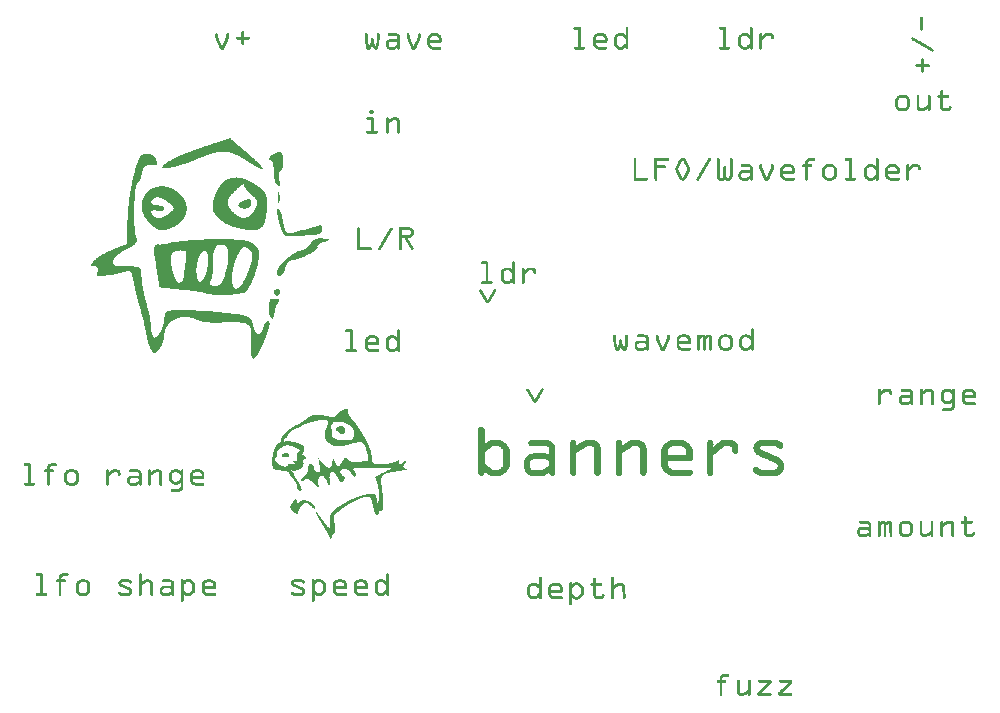
<source format=gto>
G04 MADE WITH FRITZING*
G04 WWW.FRITZING.ORG*
G04 DOUBLE SIDED*
G04 HOLES PLATED*
G04 CONTOUR ON CENTER OF CONTOUR VECTOR*
%ASAXBY*%
%FSLAX23Y23*%
%MOIN*%
%OFA0B0*%
%SFA1.0B1.0*%
%ADD10R,0.001000X0.001000*%
%LNSILK1*%
G90*
G70*
G54D10*
X3192Y2706D02*
X3197Y2706D01*
X3191Y2705D02*
X3198Y2705D01*
X3191Y2704D02*
X3199Y2704D01*
X3190Y2703D02*
X3199Y2703D01*
X3190Y2702D02*
X3199Y2702D01*
X3190Y2701D02*
X3199Y2701D01*
X3190Y2700D02*
X3199Y2700D01*
X3190Y2699D02*
X3199Y2699D01*
X3190Y2698D02*
X3199Y2698D01*
X3190Y2697D02*
X3199Y2697D01*
X3190Y2696D02*
X3199Y2696D01*
X3190Y2695D02*
X3199Y2695D01*
X3190Y2694D02*
X3199Y2694D01*
X3190Y2693D02*
X3199Y2693D01*
X3190Y2692D02*
X3199Y2692D01*
X3190Y2691D02*
X3199Y2691D01*
X3190Y2690D02*
X3199Y2690D01*
X3190Y2689D02*
X3199Y2689D01*
X3190Y2688D02*
X3199Y2688D01*
X3190Y2687D02*
X3199Y2687D01*
X3190Y2686D02*
X3199Y2686D01*
X3190Y2685D02*
X3199Y2685D01*
X3190Y2684D02*
X3199Y2684D01*
X3190Y2683D02*
X3199Y2683D01*
X3190Y2682D02*
X3199Y2682D01*
X3190Y2681D02*
X3199Y2681D01*
X3190Y2680D02*
X3199Y2680D01*
X3190Y2679D02*
X3199Y2679D01*
X3190Y2678D02*
X3199Y2678D01*
X3190Y2677D02*
X3199Y2677D01*
X3190Y2676D02*
X3199Y2676D01*
X3190Y2675D02*
X3199Y2675D01*
X3190Y2674D02*
X3199Y2674D01*
X3190Y2673D02*
X3199Y2673D01*
X2040Y2672D02*
X2054Y2672D01*
X2213Y2672D02*
X2213Y2672D01*
X2524Y2672D02*
X2538Y2672D01*
X2627Y2672D02*
X2627Y2672D01*
X3190Y2672D02*
X3199Y2672D01*
X2037Y2671D02*
X2057Y2671D01*
X2211Y2671D02*
X2215Y2671D01*
X2521Y2671D02*
X2540Y2671D01*
X2625Y2671D02*
X2629Y2671D01*
X3190Y2671D02*
X3199Y2671D01*
X2036Y2670D02*
X2058Y2670D01*
X2210Y2670D02*
X2216Y2670D01*
X2520Y2670D02*
X2541Y2670D01*
X2624Y2670D02*
X2630Y2670D01*
X3190Y2670D02*
X3199Y2670D01*
X2036Y2669D02*
X2058Y2669D01*
X2209Y2669D02*
X2217Y2669D01*
X2520Y2669D02*
X2542Y2669D01*
X2623Y2669D02*
X2631Y2669D01*
X3190Y2669D02*
X3199Y2669D01*
X2036Y2668D02*
X2058Y2668D01*
X2209Y2668D02*
X2217Y2668D01*
X2519Y2668D02*
X2542Y2668D01*
X2623Y2668D02*
X2631Y2668D01*
X3190Y2668D02*
X3199Y2668D01*
X2035Y2667D02*
X2059Y2667D01*
X2209Y2667D02*
X2217Y2667D01*
X2519Y2667D02*
X2542Y2667D01*
X2623Y2667D02*
X2631Y2667D01*
X3190Y2667D02*
X3199Y2667D01*
X2036Y2666D02*
X2059Y2666D01*
X2209Y2666D02*
X2217Y2666D01*
X2520Y2666D02*
X2542Y2666D01*
X2623Y2666D02*
X2631Y2666D01*
X3190Y2666D02*
X3199Y2666D01*
X2036Y2665D02*
X2059Y2665D01*
X2209Y2665D02*
X2217Y2665D01*
X2520Y2665D02*
X2542Y2665D01*
X2623Y2665D02*
X2631Y2665D01*
X3190Y2665D02*
X3199Y2665D01*
X2037Y2664D02*
X2059Y2664D01*
X2209Y2664D02*
X2217Y2664D01*
X2521Y2664D02*
X2542Y2664D01*
X2623Y2664D02*
X2631Y2664D01*
X3190Y2664D02*
X3199Y2664D01*
X2038Y2663D02*
X2059Y2663D01*
X2209Y2663D02*
X2217Y2663D01*
X2522Y2663D02*
X2542Y2663D01*
X2623Y2663D02*
X2631Y2663D01*
X3190Y2663D02*
X3199Y2663D01*
X2050Y2662D02*
X2059Y2662D01*
X2209Y2662D02*
X2217Y2662D01*
X2534Y2662D02*
X2542Y2662D01*
X2623Y2662D02*
X2631Y2662D01*
X3190Y2662D02*
X3199Y2662D01*
X2050Y2661D02*
X2059Y2661D01*
X2209Y2661D02*
X2217Y2661D01*
X2534Y2661D02*
X2542Y2661D01*
X2623Y2661D02*
X2631Y2661D01*
X3191Y2661D02*
X3198Y2661D01*
X2050Y2660D02*
X2059Y2660D01*
X2209Y2660D02*
X2217Y2660D01*
X2534Y2660D02*
X2542Y2660D01*
X2623Y2660D02*
X2631Y2660D01*
X3192Y2660D02*
X3197Y2660D01*
X2050Y2659D02*
X2059Y2659D01*
X2209Y2659D02*
X2217Y2659D01*
X2534Y2659D02*
X2542Y2659D01*
X2623Y2659D02*
X2631Y2659D01*
X3194Y2659D02*
X3195Y2659D01*
X2050Y2658D02*
X2059Y2658D01*
X2209Y2658D02*
X2217Y2658D01*
X2534Y2658D02*
X2542Y2658D01*
X2623Y2658D02*
X2631Y2658D01*
X931Y2657D02*
X935Y2657D01*
X2050Y2657D02*
X2059Y2657D01*
X2209Y2657D02*
X2217Y2657D01*
X2534Y2657D02*
X2542Y2657D01*
X2623Y2657D02*
X2631Y2657D01*
X929Y2656D02*
X936Y2656D01*
X2050Y2656D02*
X2059Y2656D01*
X2209Y2656D02*
X2217Y2656D01*
X2534Y2656D02*
X2542Y2656D01*
X2623Y2656D02*
X2631Y2656D01*
X929Y2655D02*
X936Y2655D01*
X2050Y2655D02*
X2059Y2655D01*
X2209Y2655D02*
X2217Y2655D01*
X2534Y2655D02*
X2542Y2655D01*
X2623Y2655D02*
X2631Y2655D01*
X928Y2654D02*
X937Y2654D01*
X2050Y2654D02*
X2059Y2654D01*
X2209Y2654D02*
X2217Y2654D01*
X2534Y2654D02*
X2542Y2654D01*
X2623Y2654D02*
X2631Y2654D01*
X928Y2653D02*
X937Y2653D01*
X2050Y2653D02*
X2059Y2653D01*
X2209Y2653D02*
X2217Y2653D01*
X2534Y2653D02*
X2542Y2653D01*
X2623Y2653D02*
X2631Y2653D01*
X928Y2652D02*
X937Y2652D01*
X2050Y2652D02*
X2059Y2652D01*
X2209Y2652D02*
X2217Y2652D01*
X2534Y2652D02*
X2542Y2652D01*
X2623Y2652D02*
X2631Y2652D01*
X928Y2651D02*
X937Y2651D01*
X1421Y2651D02*
X1441Y2651D01*
X1566Y2651D02*
X1577Y2651D01*
X2050Y2651D02*
X2059Y2651D01*
X2115Y2651D02*
X2133Y2651D01*
X2184Y2651D02*
X2199Y2651D01*
X2209Y2651D02*
X2217Y2651D01*
X2534Y2651D02*
X2542Y2651D01*
X2598Y2651D02*
X2613Y2651D01*
X2623Y2651D02*
X2631Y2651D01*
X2657Y2651D02*
X2660Y2651D01*
X2676Y2651D02*
X2692Y2651D01*
X842Y2650D02*
X847Y2650D01*
X880Y2650D02*
X885Y2650D01*
X928Y2650D02*
X937Y2650D01*
X1341Y2650D02*
X1346Y2650D01*
X1381Y2650D02*
X1386Y2650D01*
X1418Y2650D02*
X1446Y2650D01*
X1481Y2650D02*
X1486Y2650D01*
X1519Y2650D02*
X1523Y2650D01*
X1561Y2650D02*
X1582Y2650D01*
X2050Y2650D02*
X2059Y2650D01*
X2112Y2650D02*
X2136Y2650D01*
X2182Y2650D02*
X2201Y2650D01*
X2209Y2650D02*
X2217Y2650D01*
X2534Y2650D02*
X2542Y2650D01*
X2596Y2650D02*
X2615Y2650D01*
X2623Y2650D02*
X2631Y2650D01*
X2656Y2650D02*
X2662Y2650D01*
X2675Y2650D02*
X2695Y2650D01*
X841Y2649D02*
X848Y2649D01*
X879Y2649D02*
X886Y2649D01*
X928Y2649D02*
X937Y2649D01*
X1340Y2649D02*
X1347Y2649D01*
X1380Y2649D02*
X1387Y2649D01*
X1417Y2649D02*
X1448Y2649D01*
X1480Y2649D02*
X1487Y2649D01*
X1518Y2649D02*
X1524Y2649D01*
X1559Y2649D02*
X1584Y2649D01*
X2050Y2649D02*
X2059Y2649D01*
X2110Y2649D02*
X2138Y2649D01*
X2180Y2649D02*
X2203Y2649D01*
X2209Y2649D02*
X2217Y2649D01*
X2534Y2649D02*
X2542Y2649D01*
X2594Y2649D02*
X2617Y2649D01*
X2623Y2649D02*
X2631Y2649D01*
X2655Y2649D02*
X2662Y2649D01*
X2673Y2649D02*
X2696Y2649D01*
X840Y2648D02*
X848Y2648D01*
X879Y2648D02*
X886Y2648D01*
X928Y2648D02*
X937Y2648D01*
X1340Y2648D02*
X1348Y2648D01*
X1380Y2648D02*
X1388Y2648D01*
X1417Y2648D02*
X1450Y2648D01*
X1479Y2648D02*
X1487Y2648D01*
X1517Y2648D02*
X1525Y2648D01*
X1557Y2648D02*
X1586Y2648D01*
X2050Y2648D02*
X2059Y2648D01*
X2109Y2648D02*
X2139Y2648D01*
X2179Y2648D02*
X2204Y2648D01*
X2209Y2648D02*
X2217Y2648D01*
X2534Y2648D02*
X2542Y2648D01*
X2593Y2648D02*
X2618Y2648D01*
X2623Y2648D02*
X2631Y2648D01*
X2654Y2648D02*
X2663Y2648D01*
X2672Y2648D02*
X2698Y2648D01*
X840Y2647D02*
X849Y2647D01*
X878Y2647D02*
X887Y2647D01*
X928Y2647D02*
X937Y2647D01*
X1340Y2647D02*
X1348Y2647D01*
X1380Y2647D02*
X1388Y2647D01*
X1416Y2647D02*
X1451Y2647D01*
X1479Y2647D02*
X1487Y2647D01*
X1517Y2647D02*
X1525Y2647D01*
X1556Y2647D02*
X1587Y2647D01*
X2050Y2647D02*
X2059Y2647D01*
X2108Y2647D02*
X2141Y2647D01*
X2178Y2647D02*
X2205Y2647D01*
X2209Y2647D02*
X2217Y2647D01*
X2534Y2647D02*
X2542Y2647D01*
X2592Y2647D02*
X2619Y2647D01*
X2623Y2647D02*
X2631Y2647D01*
X2654Y2647D02*
X2663Y2647D01*
X2671Y2647D02*
X2698Y2647D01*
X840Y2646D02*
X849Y2646D01*
X878Y2646D02*
X887Y2646D01*
X928Y2646D02*
X937Y2646D01*
X1339Y2646D02*
X1348Y2646D01*
X1379Y2646D02*
X1388Y2646D01*
X1416Y2646D02*
X1452Y2646D01*
X1479Y2646D02*
X1488Y2646D01*
X1517Y2646D02*
X1525Y2646D01*
X1554Y2646D02*
X1588Y2646D01*
X2050Y2646D02*
X2059Y2646D01*
X2106Y2646D02*
X2142Y2646D01*
X2176Y2646D02*
X2206Y2646D01*
X2209Y2646D02*
X2217Y2646D01*
X2534Y2646D02*
X2542Y2646D01*
X2590Y2646D02*
X2620Y2646D01*
X2623Y2646D02*
X2631Y2646D01*
X2654Y2646D02*
X2663Y2646D01*
X2670Y2646D02*
X2699Y2646D01*
X840Y2645D02*
X849Y2645D01*
X878Y2645D02*
X887Y2645D01*
X928Y2645D02*
X937Y2645D01*
X1339Y2645D02*
X1348Y2645D01*
X1379Y2645D02*
X1388Y2645D01*
X1417Y2645D02*
X1453Y2645D01*
X1479Y2645D02*
X1488Y2645D01*
X1517Y2645D02*
X1526Y2645D01*
X1553Y2645D02*
X1589Y2645D01*
X2050Y2645D02*
X2059Y2645D01*
X2106Y2645D02*
X2143Y2645D01*
X2175Y2645D02*
X2217Y2645D01*
X2534Y2645D02*
X2542Y2645D01*
X2589Y2645D02*
X2631Y2645D01*
X2654Y2645D02*
X2663Y2645D01*
X2669Y2645D02*
X2700Y2645D01*
X840Y2644D02*
X849Y2644D01*
X878Y2644D02*
X887Y2644D01*
X928Y2644D02*
X937Y2644D01*
X1339Y2644D02*
X1348Y2644D01*
X1379Y2644D02*
X1388Y2644D01*
X1417Y2644D02*
X1454Y2644D01*
X1479Y2644D02*
X1488Y2644D01*
X1517Y2644D02*
X1526Y2644D01*
X1553Y2644D02*
X1590Y2644D01*
X2050Y2644D02*
X2059Y2644D01*
X2105Y2644D02*
X2144Y2644D01*
X2174Y2644D02*
X2217Y2644D01*
X2534Y2644D02*
X2542Y2644D01*
X2588Y2644D02*
X2631Y2644D01*
X2654Y2644D02*
X2663Y2644D01*
X2668Y2644D02*
X2700Y2644D01*
X840Y2643D02*
X849Y2643D01*
X878Y2643D02*
X887Y2643D01*
X928Y2643D02*
X937Y2643D01*
X1340Y2643D02*
X1348Y2643D01*
X1379Y2643D02*
X1388Y2643D01*
X1418Y2643D02*
X1455Y2643D01*
X1479Y2643D02*
X1488Y2643D01*
X1517Y2643D02*
X1526Y2643D01*
X1552Y2643D02*
X1591Y2643D01*
X2050Y2643D02*
X2059Y2643D01*
X2104Y2643D02*
X2144Y2643D01*
X2174Y2643D02*
X2217Y2643D01*
X2534Y2643D02*
X2542Y2643D01*
X2588Y2643D02*
X2631Y2643D01*
X2654Y2643D02*
X2663Y2643D01*
X2666Y2643D02*
X2701Y2643D01*
X840Y2642D02*
X849Y2642D01*
X878Y2642D02*
X887Y2642D01*
X928Y2642D02*
X937Y2642D01*
X1340Y2642D02*
X1348Y2642D01*
X1379Y2642D02*
X1388Y2642D01*
X1419Y2642D02*
X1455Y2642D01*
X1479Y2642D02*
X1488Y2642D01*
X1517Y2642D02*
X1526Y2642D01*
X1551Y2642D02*
X1592Y2642D01*
X2050Y2642D02*
X2059Y2642D01*
X2103Y2642D02*
X2145Y2642D01*
X2173Y2642D02*
X2217Y2642D01*
X2534Y2642D02*
X2542Y2642D01*
X2587Y2642D02*
X2631Y2642D01*
X2654Y2642D02*
X2663Y2642D01*
X2665Y2642D02*
X2701Y2642D01*
X840Y2641D02*
X849Y2641D01*
X878Y2641D02*
X887Y2641D01*
X928Y2641D02*
X937Y2641D01*
X1340Y2641D02*
X1348Y2641D01*
X1379Y2641D02*
X1388Y2641D01*
X1445Y2641D02*
X1456Y2641D01*
X1479Y2641D02*
X1488Y2641D01*
X1517Y2641D02*
X1526Y2641D01*
X1550Y2641D02*
X1563Y2641D01*
X1580Y2641D02*
X1592Y2641D01*
X2050Y2641D02*
X2059Y2641D01*
X2103Y2641D02*
X2115Y2641D01*
X2133Y2641D02*
X2146Y2641D01*
X2172Y2641D02*
X2185Y2641D01*
X2198Y2641D02*
X2217Y2641D01*
X2534Y2641D02*
X2542Y2641D01*
X2586Y2641D02*
X2599Y2641D01*
X2612Y2641D02*
X2631Y2641D01*
X2654Y2641D02*
X2678Y2641D01*
X2691Y2641D02*
X2701Y2641D01*
X840Y2640D02*
X849Y2640D01*
X878Y2640D02*
X887Y2640D01*
X928Y2640D02*
X937Y2640D01*
X1340Y2640D02*
X1348Y2640D01*
X1379Y2640D02*
X1388Y2640D01*
X1446Y2640D02*
X1456Y2640D01*
X1479Y2640D02*
X1488Y2640D01*
X1517Y2640D02*
X1526Y2640D01*
X1550Y2640D02*
X1561Y2640D01*
X1581Y2640D02*
X1593Y2640D01*
X2050Y2640D02*
X2059Y2640D01*
X2102Y2640D02*
X2113Y2640D01*
X2135Y2640D02*
X2146Y2640D01*
X2172Y2640D02*
X2183Y2640D01*
X2199Y2640D02*
X2217Y2640D01*
X2534Y2640D02*
X2542Y2640D01*
X2586Y2640D02*
X2597Y2640D01*
X2613Y2640D02*
X2631Y2640D01*
X2654Y2640D02*
X2677Y2640D01*
X2692Y2640D02*
X2701Y2640D01*
X840Y2639D02*
X849Y2639D01*
X878Y2639D02*
X887Y2639D01*
X928Y2639D02*
X937Y2639D01*
X1340Y2639D02*
X1348Y2639D01*
X1379Y2639D02*
X1388Y2639D01*
X1447Y2639D02*
X1456Y2639D01*
X1479Y2639D02*
X1488Y2639D01*
X1517Y2639D02*
X1526Y2639D01*
X1549Y2639D02*
X1560Y2639D01*
X1583Y2639D02*
X1593Y2639D01*
X2050Y2639D02*
X2059Y2639D01*
X2102Y2639D02*
X2112Y2639D01*
X2136Y2639D02*
X2147Y2639D01*
X2171Y2639D02*
X2182Y2639D01*
X2201Y2639D02*
X2217Y2639D01*
X2534Y2639D02*
X2542Y2639D01*
X2585Y2639D02*
X2596Y2639D01*
X2615Y2639D02*
X2631Y2639D01*
X2654Y2639D02*
X2676Y2639D01*
X2692Y2639D02*
X2701Y2639D01*
X840Y2638D02*
X849Y2638D01*
X878Y2638D02*
X887Y2638D01*
X912Y2638D02*
X954Y2638D01*
X1340Y2638D02*
X1348Y2638D01*
X1379Y2638D02*
X1388Y2638D01*
X1447Y2638D02*
X1456Y2638D01*
X1479Y2638D02*
X1488Y2638D01*
X1516Y2638D02*
X1525Y2638D01*
X1549Y2638D02*
X1559Y2638D01*
X1584Y2638D02*
X1594Y2638D01*
X2050Y2638D02*
X2059Y2638D01*
X2101Y2638D02*
X2111Y2638D01*
X2137Y2638D02*
X2147Y2638D01*
X2171Y2638D02*
X2181Y2638D01*
X2202Y2638D02*
X2217Y2638D01*
X2534Y2638D02*
X2542Y2638D01*
X2585Y2638D02*
X2595Y2638D01*
X2616Y2638D02*
X2631Y2638D01*
X2654Y2638D02*
X2675Y2638D01*
X2693Y2638D02*
X2701Y2638D01*
X840Y2637D02*
X850Y2637D01*
X877Y2637D02*
X886Y2637D01*
X910Y2637D02*
X955Y2637D01*
X1340Y2637D02*
X1348Y2637D01*
X1379Y2637D02*
X1388Y2637D01*
X1448Y2637D02*
X1456Y2637D01*
X1479Y2637D02*
X1488Y2637D01*
X1516Y2637D02*
X1525Y2637D01*
X1549Y2637D02*
X1558Y2637D01*
X1585Y2637D02*
X1594Y2637D01*
X2050Y2637D02*
X2059Y2637D01*
X2101Y2637D02*
X2110Y2637D01*
X2138Y2637D02*
X2147Y2637D01*
X2171Y2637D02*
X2180Y2637D01*
X2203Y2637D02*
X2217Y2637D01*
X2534Y2637D02*
X2542Y2637D01*
X2585Y2637D02*
X2594Y2637D01*
X2617Y2637D02*
X2631Y2637D01*
X2654Y2637D02*
X2673Y2637D01*
X2693Y2637D02*
X2701Y2637D01*
X3165Y2637D02*
X3166Y2637D01*
X840Y2636D02*
X850Y2636D01*
X877Y2636D02*
X886Y2636D01*
X910Y2636D02*
X955Y2636D01*
X1340Y2636D02*
X1348Y2636D01*
X1379Y2636D02*
X1388Y2636D01*
X1448Y2636D02*
X1456Y2636D01*
X1479Y2636D02*
X1489Y2636D01*
X1515Y2636D02*
X1525Y2636D01*
X1548Y2636D02*
X1557Y2636D01*
X1585Y2636D02*
X1594Y2636D01*
X2050Y2636D02*
X2059Y2636D01*
X2101Y2636D02*
X2110Y2636D01*
X2138Y2636D02*
X2147Y2636D01*
X2170Y2636D02*
X2180Y2636D01*
X2204Y2636D02*
X2217Y2636D01*
X2534Y2636D02*
X2542Y2636D01*
X2584Y2636D02*
X2594Y2636D01*
X2618Y2636D02*
X2631Y2636D01*
X2654Y2636D02*
X2672Y2636D01*
X2693Y2636D02*
X2701Y2636D01*
X3163Y2636D02*
X3169Y2636D01*
X841Y2635D02*
X850Y2635D01*
X876Y2635D02*
X886Y2635D01*
X910Y2635D02*
X956Y2635D01*
X1340Y2635D02*
X1348Y2635D01*
X1379Y2635D02*
X1388Y2635D01*
X1448Y2635D02*
X1456Y2635D01*
X1480Y2635D02*
X1489Y2635D01*
X1515Y2635D02*
X1525Y2635D01*
X1548Y2635D02*
X1557Y2635D01*
X1586Y2635D02*
X1595Y2635D01*
X2050Y2635D02*
X2059Y2635D01*
X2101Y2635D02*
X2109Y2635D01*
X2139Y2635D02*
X2148Y2635D01*
X2170Y2635D02*
X2179Y2635D01*
X2205Y2635D02*
X2217Y2635D01*
X2534Y2635D02*
X2542Y2635D01*
X2584Y2635D02*
X2593Y2635D01*
X2619Y2635D02*
X2631Y2635D01*
X2654Y2635D02*
X2671Y2635D01*
X2693Y2635D02*
X2701Y2635D01*
X3162Y2635D02*
X3170Y2635D01*
X841Y2634D02*
X851Y2634D01*
X876Y2634D02*
X885Y2634D01*
X909Y2634D02*
X956Y2634D01*
X1340Y2634D02*
X1349Y2634D01*
X1362Y2634D02*
X1366Y2634D01*
X1379Y2634D02*
X1388Y2634D01*
X1448Y2634D02*
X1456Y2634D01*
X1480Y2634D02*
X1490Y2634D01*
X1515Y2634D02*
X1524Y2634D01*
X1548Y2634D02*
X1557Y2634D01*
X1586Y2634D02*
X1595Y2634D01*
X2050Y2634D02*
X2059Y2634D01*
X2101Y2634D02*
X2109Y2634D01*
X2139Y2634D02*
X2148Y2634D01*
X2170Y2634D02*
X2179Y2634D01*
X2206Y2634D02*
X2217Y2634D01*
X2534Y2634D02*
X2542Y2634D01*
X2584Y2634D02*
X2593Y2634D01*
X2620Y2634D02*
X2631Y2634D01*
X2654Y2634D02*
X2670Y2634D01*
X2693Y2634D02*
X2701Y2634D01*
X3161Y2634D02*
X3172Y2634D01*
X842Y2633D02*
X851Y2633D01*
X875Y2633D02*
X885Y2633D01*
X910Y2633D02*
X956Y2633D01*
X1340Y2633D02*
X1349Y2633D01*
X1361Y2633D02*
X1367Y2633D01*
X1379Y2633D02*
X1388Y2633D01*
X1448Y2633D02*
X1456Y2633D01*
X1481Y2633D02*
X1490Y2633D01*
X1514Y2633D02*
X1524Y2633D01*
X1548Y2633D02*
X1557Y2633D01*
X1586Y2633D02*
X1595Y2633D01*
X2050Y2633D02*
X2059Y2633D01*
X2101Y2633D02*
X2109Y2633D01*
X2139Y2633D02*
X2148Y2633D01*
X2170Y2633D02*
X2179Y2633D01*
X2207Y2633D02*
X2217Y2633D01*
X2534Y2633D02*
X2542Y2633D01*
X2584Y2633D02*
X2593Y2633D01*
X2621Y2633D02*
X2631Y2633D01*
X2654Y2633D02*
X2669Y2633D01*
X2693Y2633D02*
X2701Y2633D01*
X3161Y2633D02*
X3174Y2633D01*
X842Y2632D02*
X852Y2632D01*
X875Y2632D02*
X885Y2632D01*
X910Y2632D02*
X955Y2632D01*
X1340Y2632D02*
X1349Y2632D01*
X1360Y2632D02*
X1368Y2632D01*
X1379Y2632D02*
X1388Y2632D01*
X1448Y2632D02*
X1456Y2632D01*
X1481Y2632D02*
X1491Y2632D01*
X1514Y2632D02*
X1523Y2632D01*
X1548Y2632D02*
X1557Y2632D01*
X1586Y2632D02*
X1595Y2632D01*
X2050Y2632D02*
X2059Y2632D01*
X2101Y2632D02*
X2109Y2632D01*
X2139Y2632D02*
X2148Y2632D01*
X2170Y2632D02*
X2179Y2632D01*
X2208Y2632D02*
X2217Y2632D01*
X2534Y2632D02*
X2542Y2632D01*
X2584Y2632D02*
X2593Y2632D01*
X2622Y2632D02*
X2631Y2632D01*
X2654Y2632D02*
X2668Y2632D01*
X2694Y2632D02*
X2700Y2632D01*
X3161Y2632D02*
X3175Y2632D01*
X843Y2631D02*
X852Y2631D01*
X874Y2631D02*
X884Y2631D01*
X910Y2631D02*
X955Y2631D01*
X1340Y2631D02*
X1349Y2631D01*
X1360Y2631D02*
X1368Y2631D01*
X1379Y2631D02*
X1388Y2631D01*
X1448Y2631D02*
X1456Y2631D01*
X1481Y2631D02*
X1491Y2631D01*
X1513Y2631D02*
X1523Y2631D01*
X1548Y2631D02*
X1557Y2631D01*
X1586Y2631D02*
X1595Y2631D01*
X2050Y2631D02*
X2059Y2631D01*
X2101Y2631D02*
X2109Y2631D01*
X2139Y2631D02*
X2148Y2631D01*
X2170Y2631D02*
X2179Y2631D01*
X2209Y2631D02*
X2217Y2631D01*
X2534Y2631D02*
X2542Y2631D01*
X2584Y2631D02*
X2593Y2631D01*
X2623Y2631D02*
X2631Y2631D01*
X2654Y2631D02*
X2666Y2631D01*
X2695Y2631D02*
X2699Y2631D01*
X3161Y2631D02*
X3177Y2631D01*
X843Y2630D02*
X853Y2630D01*
X874Y2630D02*
X884Y2630D01*
X912Y2630D02*
X954Y2630D01*
X1340Y2630D02*
X1349Y2630D01*
X1359Y2630D02*
X1368Y2630D01*
X1379Y2630D02*
X1388Y2630D01*
X1420Y2630D02*
X1446Y2630D01*
X1448Y2630D02*
X1456Y2630D01*
X1482Y2630D02*
X1491Y2630D01*
X1513Y2630D02*
X1522Y2630D01*
X1548Y2630D02*
X1557Y2630D01*
X1586Y2630D02*
X1595Y2630D01*
X2050Y2630D02*
X2059Y2630D01*
X2101Y2630D02*
X2109Y2630D01*
X2139Y2630D02*
X2148Y2630D01*
X2170Y2630D02*
X2179Y2630D01*
X2209Y2630D02*
X2217Y2630D01*
X2534Y2630D02*
X2542Y2630D01*
X2584Y2630D02*
X2593Y2630D01*
X2623Y2630D02*
X2631Y2630D01*
X2654Y2630D02*
X2665Y2630D01*
X3162Y2630D02*
X3179Y2630D01*
X844Y2629D02*
X853Y2629D01*
X874Y2629D02*
X883Y2629D01*
X928Y2629D02*
X937Y2629D01*
X1340Y2629D02*
X1349Y2629D01*
X1359Y2629D02*
X1368Y2629D01*
X1379Y2629D02*
X1387Y2629D01*
X1417Y2629D02*
X1456Y2629D01*
X1482Y2629D02*
X1492Y2629D01*
X1512Y2629D02*
X1522Y2629D01*
X1548Y2629D02*
X1557Y2629D01*
X1586Y2629D02*
X1595Y2629D01*
X2050Y2629D02*
X2059Y2629D01*
X2101Y2629D02*
X2110Y2629D01*
X2139Y2629D02*
X2148Y2629D01*
X2170Y2629D02*
X2179Y2629D01*
X2209Y2629D02*
X2217Y2629D01*
X2534Y2629D02*
X2542Y2629D01*
X2584Y2629D02*
X2593Y2629D01*
X2623Y2629D02*
X2631Y2629D01*
X2654Y2629D02*
X2664Y2629D01*
X3162Y2629D02*
X3181Y2629D01*
X844Y2628D02*
X854Y2628D01*
X873Y2628D02*
X883Y2628D01*
X928Y2628D02*
X937Y2628D01*
X1340Y2628D02*
X1349Y2628D01*
X1359Y2628D02*
X1368Y2628D01*
X1379Y2628D02*
X1387Y2628D01*
X1416Y2628D02*
X1456Y2628D01*
X1483Y2628D02*
X1492Y2628D01*
X1512Y2628D02*
X1522Y2628D01*
X1548Y2628D02*
X1595Y2628D01*
X2050Y2628D02*
X2059Y2628D01*
X2101Y2628D02*
X2148Y2628D01*
X2170Y2628D02*
X2179Y2628D01*
X2209Y2628D02*
X2217Y2628D01*
X2534Y2628D02*
X2542Y2628D01*
X2584Y2628D02*
X2593Y2628D01*
X2623Y2628D02*
X2631Y2628D01*
X2654Y2628D02*
X2663Y2628D01*
X3164Y2628D02*
X3182Y2628D01*
X844Y2627D02*
X854Y2627D01*
X873Y2627D02*
X882Y2627D01*
X928Y2627D02*
X937Y2627D01*
X1340Y2627D02*
X1349Y2627D01*
X1359Y2627D02*
X1368Y2627D01*
X1379Y2627D02*
X1387Y2627D01*
X1415Y2627D02*
X1456Y2627D01*
X1483Y2627D02*
X1493Y2627D01*
X1512Y2627D02*
X1521Y2627D01*
X1548Y2627D02*
X1595Y2627D01*
X2050Y2627D02*
X2059Y2627D01*
X2101Y2627D02*
X2148Y2627D01*
X2170Y2627D02*
X2179Y2627D01*
X2209Y2627D02*
X2217Y2627D01*
X2534Y2627D02*
X2542Y2627D01*
X2584Y2627D02*
X2593Y2627D01*
X2623Y2627D02*
X2631Y2627D01*
X2654Y2627D02*
X2663Y2627D01*
X3165Y2627D02*
X3184Y2627D01*
X845Y2626D02*
X854Y2626D01*
X872Y2626D02*
X882Y2626D01*
X928Y2626D02*
X937Y2626D01*
X1340Y2626D02*
X1349Y2626D01*
X1359Y2626D02*
X1368Y2626D01*
X1379Y2626D02*
X1387Y2626D01*
X1413Y2626D02*
X1456Y2626D01*
X1484Y2626D02*
X1493Y2626D01*
X1511Y2626D02*
X1521Y2626D01*
X1548Y2626D02*
X1595Y2626D01*
X2050Y2626D02*
X2059Y2626D01*
X2101Y2626D02*
X2148Y2626D01*
X2170Y2626D02*
X2179Y2626D01*
X2209Y2626D02*
X2217Y2626D01*
X2534Y2626D02*
X2542Y2626D01*
X2584Y2626D02*
X2593Y2626D01*
X2623Y2626D02*
X2631Y2626D01*
X2654Y2626D02*
X2663Y2626D01*
X3167Y2626D02*
X3186Y2626D01*
X845Y2625D02*
X855Y2625D01*
X872Y2625D02*
X882Y2625D01*
X928Y2625D02*
X937Y2625D01*
X1340Y2625D02*
X1349Y2625D01*
X1359Y2625D02*
X1368Y2625D01*
X1379Y2625D02*
X1387Y2625D01*
X1413Y2625D02*
X1456Y2625D01*
X1484Y2625D02*
X1494Y2625D01*
X1511Y2625D02*
X1520Y2625D01*
X1548Y2625D02*
X1595Y2625D01*
X2050Y2625D02*
X2059Y2625D01*
X2101Y2625D02*
X2148Y2625D01*
X2170Y2625D02*
X2179Y2625D01*
X2209Y2625D02*
X2217Y2625D01*
X2534Y2625D02*
X2542Y2625D01*
X2584Y2625D02*
X2593Y2625D01*
X2623Y2625D02*
X2631Y2625D01*
X2654Y2625D02*
X2663Y2625D01*
X3169Y2625D02*
X3187Y2625D01*
X846Y2624D02*
X855Y2624D01*
X871Y2624D02*
X881Y2624D01*
X928Y2624D02*
X937Y2624D01*
X1340Y2624D02*
X1349Y2624D01*
X1359Y2624D02*
X1368Y2624D01*
X1379Y2624D02*
X1387Y2624D01*
X1412Y2624D02*
X1456Y2624D01*
X1485Y2624D02*
X1494Y2624D01*
X1510Y2624D02*
X1520Y2624D01*
X1548Y2624D02*
X1595Y2624D01*
X2050Y2624D02*
X2059Y2624D01*
X2101Y2624D02*
X2148Y2624D01*
X2170Y2624D02*
X2179Y2624D01*
X2209Y2624D02*
X2217Y2624D01*
X2534Y2624D02*
X2542Y2624D01*
X2584Y2624D02*
X2593Y2624D01*
X2623Y2624D02*
X2631Y2624D01*
X2654Y2624D02*
X2663Y2624D01*
X3171Y2624D02*
X3189Y2624D01*
X846Y2623D02*
X856Y2623D01*
X871Y2623D02*
X881Y2623D01*
X928Y2623D02*
X937Y2623D01*
X1340Y2623D02*
X1349Y2623D01*
X1359Y2623D02*
X1368Y2623D01*
X1379Y2623D02*
X1387Y2623D01*
X1411Y2623D02*
X1456Y2623D01*
X1485Y2623D02*
X1494Y2623D01*
X1510Y2623D02*
X1519Y2623D01*
X1548Y2623D02*
X1595Y2623D01*
X2050Y2623D02*
X2059Y2623D01*
X2101Y2623D02*
X2147Y2623D01*
X2170Y2623D02*
X2179Y2623D01*
X2209Y2623D02*
X2217Y2623D01*
X2534Y2623D02*
X2542Y2623D01*
X2584Y2623D02*
X2593Y2623D01*
X2623Y2623D02*
X2631Y2623D01*
X2654Y2623D02*
X2663Y2623D01*
X3172Y2623D02*
X3191Y2623D01*
X847Y2622D02*
X856Y2622D01*
X871Y2622D02*
X880Y2622D01*
X928Y2622D02*
X937Y2622D01*
X1340Y2622D02*
X1349Y2622D01*
X1359Y2622D02*
X1368Y2622D01*
X1379Y2622D02*
X1387Y2622D01*
X1411Y2622D02*
X1456Y2622D01*
X1485Y2622D02*
X1495Y2622D01*
X1509Y2622D02*
X1519Y2622D01*
X1548Y2622D02*
X1594Y2622D01*
X2050Y2622D02*
X2059Y2622D01*
X2101Y2622D02*
X2147Y2622D01*
X2170Y2622D02*
X2179Y2622D01*
X2209Y2622D02*
X2217Y2622D01*
X2534Y2622D02*
X2542Y2622D01*
X2584Y2622D02*
X2593Y2622D01*
X2623Y2622D02*
X2631Y2622D01*
X2654Y2622D02*
X2663Y2622D01*
X3174Y2622D02*
X3193Y2622D01*
X847Y2621D02*
X857Y2621D01*
X870Y2621D02*
X880Y2621D01*
X928Y2621D02*
X937Y2621D01*
X1340Y2621D02*
X1349Y2621D01*
X1359Y2621D02*
X1368Y2621D01*
X1379Y2621D02*
X1387Y2621D01*
X1410Y2621D02*
X1421Y2621D01*
X1445Y2621D02*
X1456Y2621D01*
X1486Y2621D02*
X1495Y2621D01*
X1509Y2621D02*
X1519Y2621D01*
X1548Y2621D02*
X1594Y2621D01*
X2050Y2621D02*
X2059Y2621D01*
X2101Y2621D02*
X2147Y2621D01*
X2170Y2621D02*
X2179Y2621D01*
X2209Y2621D02*
X2217Y2621D01*
X2534Y2621D02*
X2542Y2621D01*
X2584Y2621D02*
X2593Y2621D01*
X2623Y2621D02*
X2631Y2621D01*
X2654Y2621D02*
X2663Y2621D01*
X3176Y2621D02*
X3194Y2621D01*
X847Y2620D02*
X857Y2620D01*
X870Y2620D02*
X879Y2620D01*
X928Y2620D02*
X937Y2620D01*
X1340Y2620D02*
X1349Y2620D01*
X1359Y2620D02*
X1368Y2620D01*
X1379Y2620D02*
X1387Y2620D01*
X1410Y2620D02*
X1419Y2620D01*
X1446Y2620D02*
X1456Y2620D01*
X1486Y2620D02*
X1496Y2620D01*
X1508Y2620D02*
X1518Y2620D01*
X1548Y2620D02*
X1593Y2620D01*
X2050Y2620D02*
X2059Y2620D01*
X2101Y2620D02*
X2145Y2620D01*
X2170Y2620D02*
X2179Y2620D01*
X2209Y2620D02*
X2217Y2620D01*
X2534Y2620D02*
X2542Y2620D01*
X2584Y2620D02*
X2593Y2620D01*
X2623Y2620D02*
X2631Y2620D01*
X2654Y2620D02*
X2663Y2620D01*
X3177Y2620D02*
X3196Y2620D01*
X848Y2619D02*
X857Y2619D01*
X869Y2619D02*
X879Y2619D01*
X928Y2619D02*
X937Y2619D01*
X1340Y2619D02*
X1349Y2619D01*
X1359Y2619D02*
X1368Y2619D01*
X1378Y2619D02*
X1387Y2619D01*
X1410Y2619D02*
X1419Y2619D01*
X1447Y2619D02*
X1456Y2619D01*
X1487Y2619D02*
X1496Y2619D01*
X1508Y2619D02*
X1518Y2619D01*
X1548Y2619D02*
X1590Y2619D01*
X2050Y2619D02*
X2059Y2619D01*
X2101Y2619D02*
X2110Y2619D01*
X2170Y2619D02*
X2179Y2619D01*
X2209Y2619D02*
X2217Y2619D01*
X2534Y2619D02*
X2542Y2619D01*
X2584Y2619D02*
X2593Y2619D01*
X2623Y2619D02*
X2631Y2619D01*
X2654Y2619D02*
X2663Y2619D01*
X3179Y2619D02*
X3198Y2619D01*
X848Y2618D02*
X858Y2618D01*
X869Y2618D02*
X879Y2618D01*
X928Y2618D02*
X937Y2618D01*
X1340Y2618D02*
X1349Y2618D01*
X1359Y2618D02*
X1369Y2618D01*
X1378Y2618D02*
X1387Y2618D01*
X1410Y2618D02*
X1418Y2618D01*
X1448Y2618D02*
X1456Y2618D01*
X1487Y2618D02*
X1497Y2618D01*
X1508Y2618D02*
X1517Y2618D01*
X1548Y2618D02*
X1557Y2618D01*
X2050Y2618D02*
X2059Y2618D01*
X2101Y2618D02*
X2109Y2618D01*
X2170Y2618D02*
X2179Y2618D01*
X2209Y2618D02*
X2217Y2618D01*
X2534Y2618D02*
X2542Y2618D01*
X2584Y2618D02*
X2593Y2618D01*
X2623Y2618D02*
X2631Y2618D01*
X2654Y2618D02*
X2663Y2618D01*
X3181Y2618D02*
X3199Y2618D01*
X849Y2617D02*
X858Y2617D01*
X868Y2617D02*
X878Y2617D01*
X928Y2617D02*
X937Y2617D01*
X1341Y2617D02*
X1349Y2617D01*
X1358Y2617D02*
X1369Y2617D01*
X1378Y2617D02*
X1387Y2617D01*
X1410Y2617D02*
X1418Y2617D01*
X1448Y2617D02*
X1456Y2617D01*
X1488Y2617D02*
X1497Y2617D01*
X1507Y2617D02*
X1517Y2617D01*
X1548Y2617D02*
X1557Y2617D01*
X2050Y2617D02*
X2059Y2617D01*
X2101Y2617D02*
X2109Y2617D01*
X2170Y2617D02*
X2179Y2617D01*
X2209Y2617D02*
X2217Y2617D01*
X2534Y2617D02*
X2542Y2617D01*
X2584Y2617D02*
X2593Y2617D01*
X2623Y2617D02*
X2631Y2617D01*
X2654Y2617D02*
X2663Y2617D01*
X3183Y2617D02*
X3201Y2617D01*
X849Y2616D02*
X859Y2616D01*
X868Y2616D02*
X878Y2616D01*
X928Y2616D02*
X937Y2616D01*
X1341Y2616D02*
X1350Y2616D01*
X1358Y2616D02*
X1370Y2616D01*
X1378Y2616D02*
X1387Y2616D01*
X1410Y2616D02*
X1418Y2616D01*
X1448Y2616D02*
X1456Y2616D01*
X1488Y2616D02*
X1498Y2616D01*
X1507Y2616D02*
X1516Y2616D01*
X1548Y2616D02*
X1557Y2616D01*
X2050Y2616D02*
X2059Y2616D01*
X2101Y2616D02*
X2109Y2616D01*
X2170Y2616D02*
X2179Y2616D01*
X2208Y2616D02*
X2217Y2616D01*
X2534Y2616D02*
X2542Y2616D01*
X2584Y2616D02*
X2593Y2616D01*
X2622Y2616D02*
X2631Y2616D01*
X2654Y2616D02*
X2663Y2616D01*
X3184Y2616D02*
X3203Y2616D01*
X850Y2615D02*
X859Y2615D01*
X867Y2615D02*
X877Y2615D01*
X928Y2615D02*
X937Y2615D01*
X1341Y2615D02*
X1350Y2615D01*
X1357Y2615D02*
X1370Y2615D01*
X1377Y2615D02*
X1387Y2615D01*
X1410Y2615D02*
X1418Y2615D01*
X1448Y2615D02*
X1456Y2615D01*
X1488Y2615D02*
X1498Y2615D01*
X1506Y2615D02*
X1516Y2615D01*
X1548Y2615D02*
X1557Y2615D01*
X2050Y2615D02*
X2059Y2615D01*
X2101Y2615D02*
X2109Y2615D01*
X2170Y2615D02*
X2179Y2615D01*
X2207Y2615D02*
X2217Y2615D01*
X2534Y2615D02*
X2542Y2615D01*
X2584Y2615D02*
X2593Y2615D01*
X2621Y2615D02*
X2631Y2615D01*
X2654Y2615D02*
X2663Y2615D01*
X3186Y2615D02*
X3204Y2615D01*
X850Y2614D02*
X860Y2614D01*
X867Y2614D02*
X877Y2614D01*
X928Y2614D02*
X937Y2614D01*
X1341Y2614D02*
X1350Y2614D01*
X1356Y2614D02*
X1371Y2614D01*
X1377Y2614D02*
X1386Y2614D01*
X1410Y2614D02*
X1418Y2614D01*
X1448Y2614D02*
X1456Y2614D01*
X1489Y2614D02*
X1498Y2614D01*
X1506Y2614D02*
X1516Y2614D01*
X1548Y2614D02*
X1557Y2614D01*
X2050Y2614D02*
X2059Y2614D01*
X2101Y2614D02*
X2109Y2614D01*
X2170Y2614D02*
X2179Y2614D01*
X2206Y2614D02*
X2217Y2614D01*
X2534Y2614D02*
X2542Y2614D01*
X2584Y2614D02*
X2593Y2614D01*
X2620Y2614D02*
X2631Y2614D01*
X2654Y2614D02*
X2663Y2614D01*
X3188Y2614D02*
X3206Y2614D01*
X851Y2613D02*
X860Y2613D01*
X867Y2613D02*
X876Y2613D01*
X929Y2613D02*
X936Y2613D01*
X1342Y2613D02*
X1351Y2613D01*
X1356Y2613D02*
X1372Y2613D01*
X1377Y2613D02*
X1386Y2613D01*
X1410Y2613D02*
X1418Y2613D01*
X1448Y2613D02*
X1456Y2613D01*
X1489Y2613D02*
X1499Y2613D01*
X1505Y2613D02*
X1515Y2613D01*
X1548Y2613D02*
X1557Y2613D01*
X2050Y2613D02*
X2059Y2613D01*
X2101Y2613D02*
X2110Y2613D01*
X2170Y2613D02*
X2179Y2613D01*
X2205Y2613D02*
X2217Y2613D01*
X2534Y2613D02*
X2542Y2613D01*
X2584Y2613D02*
X2593Y2613D01*
X2619Y2613D02*
X2631Y2613D01*
X2654Y2613D02*
X2663Y2613D01*
X3189Y2613D02*
X3208Y2613D01*
X851Y2612D02*
X860Y2612D01*
X866Y2612D02*
X876Y2612D01*
X929Y2612D02*
X936Y2612D01*
X1342Y2612D02*
X1351Y2612D01*
X1355Y2612D02*
X1372Y2612D01*
X1377Y2612D02*
X1386Y2612D01*
X1410Y2612D02*
X1418Y2612D01*
X1447Y2612D02*
X1456Y2612D01*
X1490Y2612D02*
X1499Y2612D01*
X1505Y2612D02*
X1515Y2612D01*
X1548Y2612D02*
X1557Y2612D01*
X2050Y2612D02*
X2059Y2612D01*
X2101Y2612D02*
X2110Y2612D01*
X2171Y2612D02*
X2180Y2612D01*
X2204Y2612D02*
X2217Y2612D01*
X2534Y2612D02*
X2542Y2612D01*
X2585Y2612D02*
X2594Y2612D01*
X2618Y2612D02*
X2631Y2612D01*
X2654Y2612D02*
X2663Y2612D01*
X3191Y2612D02*
X3210Y2612D01*
X851Y2611D02*
X861Y2611D01*
X866Y2611D02*
X875Y2611D01*
X931Y2611D02*
X935Y2611D01*
X1342Y2611D02*
X1351Y2611D01*
X1355Y2611D02*
X1373Y2611D01*
X1376Y2611D02*
X1385Y2611D01*
X1410Y2611D02*
X1418Y2611D01*
X1446Y2611D02*
X1456Y2611D01*
X1490Y2611D02*
X1500Y2611D01*
X1504Y2611D02*
X1514Y2611D01*
X1548Y2611D02*
X1558Y2611D01*
X2050Y2611D02*
X2059Y2611D01*
X2101Y2611D02*
X2111Y2611D01*
X2171Y2611D02*
X2181Y2611D01*
X2203Y2611D02*
X2217Y2611D01*
X2534Y2611D02*
X2542Y2611D01*
X2585Y2611D02*
X2595Y2611D01*
X2617Y2611D02*
X2631Y2611D01*
X2654Y2611D02*
X2663Y2611D01*
X3193Y2611D02*
X3211Y2611D01*
X852Y2610D02*
X861Y2610D01*
X865Y2610D02*
X875Y2610D01*
X1342Y2610D02*
X1352Y2610D01*
X1354Y2610D02*
X1373Y2610D01*
X1376Y2610D02*
X1385Y2610D01*
X1410Y2610D02*
X1418Y2610D01*
X1444Y2610D02*
X1456Y2610D01*
X1491Y2610D02*
X1500Y2610D01*
X1504Y2610D02*
X1514Y2610D01*
X1549Y2610D02*
X1559Y2610D01*
X2050Y2610D02*
X2059Y2610D01*
X2101Y2610D02*
X2112Y2610D01*
X2171Y2610D02*
X2181Y2610D01*
X2201Y2610D02*
X2217Y2610D01*
X2534Y2610D02*
X2542Y2610D01*
X2585Y2610D02*
X2595Y2610D01*
X2615Y2610D02*
X2631Y2610D01*
X2654Y2610D02*
X2663Y2610D01*
X3195Y2610D02*
X3213Y2610D01*
X852Y2609D02*
X862Y2609D01*
X865Y2609D02*
X874Y2609D01*
X1343Y2609D02*
X1352Y2609D01*
X1354Y2609D02*
X1374Y2609D01*
X1376Y2609D02*
X1385Y2609D01*
X1410Y2609D02*
X1418Y2609D01*
X1442Y2609D02*
X1456Y2609D01*
X1491Y2609D02*
X1501Y2609D01*
X1504Y2609D02*
X1513Y2609D01*
X1549Y2609D02*
X1560Y2609D01*
X2050Y2609D02*
X2059Y2609D01*
X2101Y2609D02*
X2113Y2609D01*
X2171Y2609D02*
X2182Y2609D01*
X2200Y2609D02*
X2217Y2609D01*
X2534Y2609D02*
X2542Y2609D01*
X2585Y2609D02*
X2596Y2609D01*
X2614Y2609D02*
X2631Y2609D01*
X2654Y2609D02*
X2663Y2609D01*
X3196Y2609D02*
X3215Y2609D01*
X853Y2608D02*
X862Y2608D01*
X864Y2608D02*
X874Y2608D01*
X1343Y2608D02*
X1385Y2608D01*
X1410Y2608D02*
X1419Y2608D01*
X1441Y2608D02*
X1456Y2608D01*
X1491Y2608D02*
X1501Y2608D01*
X1503Y2608D02*
X1513Y2608D01*
X1549Y2608D02*
X1561Y2608D01*
X2050Y2608D02*
X2059Y2608D01*
X2102Y2608D02*
X2114Y2608D01*
X2172Y2608D02*
X2184Y2608D01*
X2199Y2608D02*
X2217Y2608D01*
X2534Y2608D02*
X2542Y2608D01*
X2586Y2608D02*
X2598Y2608D01*
X2613Y2608D02*
X2631Y2608D01*
X2654Y2608D02*
X2663Y2608D01*
X3198Y2608D02*
X3216Y2608D01*
X853Y2607D02*
X874Y2607D01*
X1343Y2607D02*
X1363Y2607D01*
X1365Y2607D02*
X1384Y2607D01*
X1410Y2607D02*
X1419Y2607D01*
X1439Y2607D02*
X1456Y2607D01*
X1492Y2607D02*
X1512Y2607D01*
X1550Y2607D02*
X1563Y2607D01*
X2050Y2607D02*
X2059Y2607D01*
X2102Y2607D02*
X2115Y2607D01*
X2172Y2607D02*
X2185Y2607D01*
X2198Y2607D02*
X2217Y2607D01*
X2534Y2607D02*
X2542Y2607D01*
X2586Y2607D02*
X2599Y2607D01*
X2612Y2607D02*
X2631Y2607D01*
X2654Y2607D02*
X2663Y2607D01*
X3200Y2607D02*
X3218Y2607D01*
X854Y2606D02*
X873Y2606D01*
X1344Y2606D02*
X1362Y2606D01*
X1366Y2606D02*
X1384Y2606D01*
X1411Y2606D02*
X1422Y2606D01*
X1438Y2606D02*
X1456Y2606D01*
X1492Y2606D02*
X1512Y2606D01*
X1550Y2606D02*
X1591Y2606D01*
X2038Y2606D02*
X2070Y2606D01*
X2103Y2606D02*
X2145Y2606D01*
X2173Y2606D02*
X2217Y2606D01*
X2522Y2606D02*
X2554Y2606D01*
X2587Y2606D02*
X2631Y2606D01*
X2654Y2606D02*
X2663Y2606D01*
X3201Y2606D02*
X3220Y2606D01*
X854Y2605D02*
X873Y2605D01*
X1344Y2605D02*
X1361Y2605D01*
X1366Y2605D02*
X1384Y2605D01*
X1411Y2605D02*
X1456Y2605D01*
X1493Y2605D02*
X1511Y2605D01*
X1551Y2605D02*
X1593Y2605D01*
X2037Y2605D02*
X2071Y2605D01*
X2104Y2605D02*
X2146Y2605D01*
X2174Y2605D02*
X2217Y2605D01*
X2521Y2605D02*
X2555Y2605D01*
X2588Y2605D02*
X2631Y2605D01*
X2654Y2605D02*
X2663Y2605D01*
X3203Y2605D02*
X3222Y2605D01*
X854Y2604D02*
X872Y2604D01*
X1344Y2604D02*
X1361Y2604D01*
X1367Y2604D02*
X1383Y2604D01*
X1412Y2604D02*
X1456Y2604D01*
X1493Y2604D02*
X1511Y2604D01*
X1552Y2604D02*
X1594Y2604D01*
X2036Y2604D02*
X2072Y2604D01*
X2105Y2604D02*
X2147Y2604D01*
X2175Y2604D02*
X2217Y2604D01*
X2520Y2604D02*
X2556Y2604D01*
X2589Y2604D02*
X2631Y2604D01*
X2654Y2604D02*
X2663Y2604D01*
X3205Y2604D02*
X3223Y2604D01*
X855Y2603D02*
X872Y2603D01*
X1344Y2603D02*
X1360Y2603D01*
X1367Y2603D02*
X1383Y2603D01*
X1412Y2603D02*
X1456Y2603D01*
X1494Y2603D02*
X1511Y2603D01*
X1553Y2603D02*
X1594Y2603D01*
X2036Y2603D02*
X2073Y2603D01*
X2106Y2603D02*
X2147Y2603D01*
X2176Y2603D02*
X2217Y2603D01*
X2520Y2603D02*
X2557Y2603D01*
X2590Y2603D02*
X2631Y2603D01*
X2654Y2603D02*
X2663Y2603D01*
X3207Y2603D02*
X3225Y2603D01*
X855Y2602D02*
X871Y2602D01*
X1345Y2602D02*
X1360Y2602D01*
X1368Y2602D02*
X1383Y2602D01*
X1413Y2602D02*
X1456Y2602D01*
X1494Y2602D02*
X1510Y2602D01*
X1554Y2602D02*
X1595Y2602D01*
X2035Y2602D02*
X2073Y2602D01*
X2107Y2602D02*
X2148Y2602D01*
X2177Y2602D02*
X2206Y2602D01*
X2209Y2602D02*
X2217Y2602D01*
X2519Y2602D02*
X2557Y2602D01*
X2591Y2602D02*
X2620Y2602D01*
X2623Y2602D02*
X2631Y2602D01*
X2654Y2602D02*
X2663Y2602D01*
X3208Y2602D02*
X3227Y2602D01*
X856Y2601D02*
X871Y2601D01*
X1345Y2601D02*
X1359Y2601D01*
X1368Y2601D02*
X1382Y2601D01*
X1414Y2601D02*
X1446Y2601D01*
X1448Y2601D02*
X1456Y2601D01*
X1495Y2601D02*
X1510Y2601D01*
X1555Y2601D02*
X1595Y2601D01*
X2035Y2601D02*
X2073Y2601D01*
X2108Y2601D02*
X2148Y2601D01*
X2178Y2601D02*
X2205Y2601D01*
X2209Y2601D02*
X2217Y2601D01*
X2519Y2601D02*
X2557Y2601D01*
X2592Y2601D02*
X2619Y2601D01*
X2623Y2601D02*
X2631Y2601D01*
X2654Y2601D02*
X2663Y2601D01*
X3210Y2601D02*
X3228Y2601D01*
X856Y2600D02*
X870Y2600D01*
X1345Y2600D02*
X1358Y2600D01*
X1369Y2600D02*
X1382Y2600D01*
X1415Y2600D02*
X1444Y2600D01*
X1448Y2600D02*
X1456Y2600D01*
X1495Y2600D02*
X1509Y2600D01*
X1557Y2600D02*
X1594Y2600D01*
X2036Y2600D02*
X2073Y2600D01*
X2109Y2600D02*
X2147Y2600D01*
X2179Y2600D02*
X2204Y2600D01*
X2209Y2600D02*
X2217Y2600D01*
X2520Y2600D02*
X2557Y2600D01*
X2593Y2600D02*
X2618Y2600D01*
X2623Y2600D02*
X2631Y2600D01*
X2655Y2600D02*
X2663Y2600D01*
X3212Y2600D02*
X3230Y2600D01*
X857Y2599D02*
X870Y2599D01*
X1346Y2599D02*
X1358Y2599D01*
X1370Y2599D02*
X1382Y2599D01*
X1416Y2599D02*
X1443Y2599D01*
X1449Y2599D02*
X1456Y2599D01*
X1496Y2599D02*
X1509Y2599D01*
X1558Y2599D02*
X1594Y2599D01*
X2036Y2599D02*
X2072Y2599D01*
X2111Y2599D02*
X2147Y2599D01*
X2181Y2599D02*
X2203Y2599D01*
X2210Y2599D02*
X2217Y2599D01*
X2520Y2599D02*
X2556Y2599D01*
X2595Y2599D02*
X2617Y2599D01*
X2624Y2599D02*
X2631Y2599D01*
X2655Y2599D02*
X2662Y2599D01*
X3213Y2599D02*
X3232Y2599D01*
X858Y2598D02*
X869Y2598D01*
X1347Y2598D02*
X1357Y2598D01*
X1370Y2598D02*
X1381Y2598D01*
X1418Y2598D02*
X1441Y2598D01*
X1449Y2598D02*
X1455Y2598D01*
X1496Y2598D02*
X1508Y2598D01*
X1560Y2598D02*
X1593Y2598D01*
X2037Y2598D02*
X2071Y2598D01*
X2113Y2598D02*
X2146Y2598D01*
X2183Y2598D02*
X2201Y2598D01*
X2210Y2598D02*
X2216Y2598D01*
X2521Y2598D02*
X2555Y2598D01*
X2597Y2598D02*
X2615Y2598D01*
X2624Y2598D02*
X2630Y2598D01*
X2656Y2598D02*
X2661Y2598D01*
X3215Y2598D02*
X3233Y2598D01*
X859Y2597D02*
X868Y2597D01*
X1348Y2597D02*
X1355Y2597D01*
X1372Y2597D02*
X1379Y2597D01*
X1421Y2597D02*
X1439Y2597D01*
X1451Y2597D02*
X1453Y2597D01*
X1498Y2597D02*
X1506Y2597D01*
X1563Y2597D02*
X1591Y2597D01*
X2039Y2597D02*
X2070Y2597D01*
X2116Y2597D02*
X2144Y2597D01*
X2185Y2597D02*
X2198Y2597D01*
X2212Y2597D02*
X2214Y2597D01*
X2523Y2597D02*
X2553Y2597D01*
X2599Y2597D02*
X2612Y2597D01*
X2626Y2597D02*
X2628Y2597D01*
X2658Y2597D02*
X2660Y2597D01*
X3217Y2597D02*
X3234Y2597D01*
X3219Y2596D02*
X3235Y2596D01*
X3220Y2595D02*
X3235Y2595D01*
X3222Y2594D02*
X3235Y2594D01*
X3224Y2593D02*
X3235Y2593D01*
X3225Y2592D02*
X3235Y2592D01*
X3227Y2591D02*
X3234Y2591D01*
X3229Y2590D02*
X3233Y2590D01*
X3198Y2567D02*
X3198Y2567D01*
X3196Y2566D02*
X3201Y2566D01*
X3195Y2565D02*
X3202Y2565D01*
X3194Y2564D02*
X3202Y2564D01*
X3194Y2563D02*
X3203Y2563D01*
X3194Y2562D02*
X3203Y2562D01*
X3194Y2561D02*
X3203Y2561D01*
X3194Y2560D02*
X3203Y2560D01*
X3194Y2559D02*
X3203Y2559D01*
X3194Y2558D02*
X3203Y2558D01*
X3194Y2557D02*
X3203Y2557D01*
X3194Y2556D02*
X3203Y2556D01*
X3194Y2555D02*
X3203Y2555D01*
X3194Y2554D02*
X3203Y2554D01*
X3194Y2553D02*
X3203Y2553D01*
X3194Y2552D02*
X3203Y2552D01*
X3194Y2551D02*
X3203Y2551D01*
X3194Y2550D02*
X3203Y2550D01*
X3194Y2549D02*
X3203Y2549D01*
X3179Y2548D02*
X3218Y2548D01*
X3177Y2547D02*
X3220Y2547D01*
X3176Y2546D02*
X3221Y2546D01*
X3175Y2545D02*
X3221Y2545D01*
X3175Y2544D02*
X3222Y2544D01*
X3175Y2543D02*
X3222Y2543D01*
X3175Y2542D02*
X3222Y2542D01*
X3175Y2541D02*
X3221Y2541D01*
X3176Y2540D02*
X3221Y2540D01*
X3177Y2539D02*
X3219Y2539D01*
X3194Y2538D02*
X3203Y2538D01*
X3194Y2537D02*
X3203Y2537D01*
X3194Y2536D02*
X3203Y2536D01*
X3194Y2535D02*
X3203Y2535D01*
X3194Y2534D02*
X3203Y2534D01*
X3194Y2533D02*
X3203Y2533D01*
X3194Y2532D02*
X3203Y2532D01*
X3194Y2531D02*
X3203Y2531D01*
X3194Y2530D02*
X3203Y2530D01*
X3194Y2529D02*
X3203Y2529D01*
X3194Y2528D02*
X3203Y2528D01*
X3194Y2527D02*
X3203Y2527D01*
X3194Y2526D02*
X3203Y2526D01*
X3194Y2525D02*
X3203Y2525D01*
X3194Y2524D02*
X3203Y2524D01*
X3194Y2523D02*
X3203Y2523D01*
X3194Y2522D02*
X3202Y2522D01*
X3195Y2521D02*
X3202Y2521D01*
X3196Y2520D02*
X3200Y2520D01*
X3260Y2461D02*
X3264Y2461D01*
X3259Y2460D02*
X3265Y2460D01*
X3258Y2459D02*
X3266Y2459D01*
X3258Y2458D02*
X3266Y2458D01*
X3257Y2457D02*
X3266Y2457D01*
X3257Y2456D02*
X3266Y2456D01*
X3257Y2455D02*
X3266Y2455D01*
X3257Y2454D02*
X3266Y2454D01*
X3257Y2453D02*
X3266Y2453D01*
X3257Y2452D02*
X3266Y2452D01*
X3257Y2451D02*
X3266Y2451D01*
X3257Y2450D02*
X3266Y2450D01*
X3257Y2449D02*
X3266Y2449D01*
X3257Y2448D02*
X3266Y2448D01*
X3257Y2447D02*
X3266Y2447D01*
X3257Y2446D02*
X3266Y2446D01*
X3124Y2445D02*
X3140Y2445D01*
X3182Y2445D02*
X3184Y2445D01*
X3219Y2445D02*
X3221Y2445D01*
X3252Y2445D02*
X3284Y2445D01*
X3120Y2444D02*
X3143Y2444D01*
X3180Y2444D02*
X3186Y2444D01*
X3217Y2444D02*
X3223Y2444D01*
X3249Y2444D02*
X3286Y2444D01*
X3119Y2443D02*
X3145Y2443D01*
X3180Y2443D02*
X3187Y2443D01*
X3217Y2443D02*
X3224Y2443D01*
X3249Y2443D02*
X3286Y2443D01*
X3117Y2442D02*
X3147Y2442D01*
X3179Y2442D02*
X3187Y2442D01*
X3216Y2442D02*
X3224Y2442D01*
X3248Y2442D02*
X3287Y2442D01*
X3116Y2441D02*
X3148Y2441D01*
X3179Y2441D02*
X3187Y2441D01*
X3216Y2441D02*
X3224Y2441D01*
X3248Y2441D02*
X3287Y2441D01*
X3114Y2440D02*
X3149Y2440D01*
X3179Y2440D02*
X3187Y2440D01*
X3216Y2440D02*
X3225Y2440D01*
X3248Y2440D02*
X3287Y2440D01*
X3113Y2439D02*
X3150Y2439D01*
X3179Y2439D02*
X3187Y2439D01*
X3216Y2439D02*
X3225Y2439D01*
X3248Y2439D02*
X3287Y2439D01*
X3113Y2438D02*
X3151Y2438D01*
X3179Y2438D02*
X3187Y2438D01*
X3216Y2438D02*
X3225Y2438D01*
X3249Y2438D02*
X3287Y2438D01*
X3112Y2437D02*
X3152Y2437D01*
X3179Y2437D02*
X3187Y2437D01*
X3216Y2437D02*
X3225Y2437D01*
X3249Y2437D02*
X3286Y2437D01*
X3111Y2436D02*
X3153Y2436D01*
X3179Y2436D02*
X3187Y2436D01*
X3216Y2436D02*
X3225Y2436D01*
X3251Y2436D02*
X3284Y2436D01*
X3110Y2435D02*
X3123Y2435D01*
X3141Y2435D02*
X3153Y2435D01*
X3179Y2435D02*
X3187Y2435D01*
X3216Y2435D02*
X3225Y2435D01*
X3257Y2435D02*
X3266Y2435D01*
X3110Y2434D02*
X3121Y2434D01*
X3142Y2434D02*
X3154Y2434D01*
X3179Y2434D02*
X3187Y2434D01*
X3216Y2434D02*
X3225Y2434D01*
X3257Y2434D02*
X3266Y2434D01*
X3109Y2433D02*
X3120Y2433D01*
X3144Y2433D02*
X3154Y2433D01*
X3179Y2433D02*
X3187Y2433D01*
X3216Y2433D02*
X3225Y2433D01*
X3257Y2433D02*
X3266Y2433D01*
X3109Y2432D02*
X3119Y2432D01*
X3145Y2432D02*
X3155Y2432D01*
X3179Y2432D02*
X3187Y2432D01*
X3216Y2432D02*
X3225Y2432D01*
X3257Y2432D02*
X3266Y2432D01*
X3109Y2431D02*
X3118Y2431D01*
X3145Y2431D02*
X3155Y2431D01*
X3179Y2431D02*
X3187Y2431D01*
X3216Y2431D02*
X3225Y2431D01*
X3257Y2431D02*
X3266Y2431D01*
X3108Y2430D02*
X3118Y2430D01*
X3146Y2430D02*
X3155Y2430D01*
X3179Y2430D02*
X3187Y2430D01*
X3216Y2430D02*
X3225Y2430D01*
X3257Y2430D02*
X3266Y2430D01*
X3108Y2429D02*
X3117Y2429D01*
X3146Y2429D02*
X3155Y2429D01*
X3179Y2429D02*
X3187Y2429D01*
X3216Y2429D02*
X3225Y2429D01*
X3257Y2429D02*
X3266Y2429D01*
X3108Y2428D02*
X3117Y2428D01*
X3147Y2428D02*
X3155Y2428D01*
X3179Y2428D02*
X3187Y2428D01*
X3216Y2428D02*
X3225Y2428D01*
X3257Y2428D02*
X3266Y2428D01*
X3108Y2427D02*
X3117Y2427D01*
X3147Y2427D02*
X3155Y2427D01*
X3179Y2427D02*
X3187Y2427D01*
X3216Y2427D02*
X3225Y2427D01*
X3257Y2427D02*
X3266Y2427D01*
X3108Y2426D02*
X3117Y2426D01*
X3147Y2426D02*
X3155Y2426D01*
X3179Y2426D02*
X3187Y2426D01*
X3216Y2426D02*
X3225Y2426D01*
X3257Y2426D02*
X3266Y2426D01*
X3108Y2425D02*
X3117Y2425D01*
X3147Y2425D02*
X3155Y2425D01*
X3179Y2425D02*
X3187Y2425D01*
X3216Y2425D02*
X3225Y2425D01*
X3257Y2425D02*
X3266Y2425D01*
X3108Y2424D02*
X3117Y2424D01*
X3147Y2424D02*
X3155Y2424D01*
X3179Y2424D02*
X3187Y2424D01*
X3216Y2424D02*
X3225Y2424D01*
X3257Y2424D02*
X3266Y2424D01*
X3108Y2423D02*
X3117Y2423D01*
X3147Y2423D02*
X3155Y2423D01*
X3179Y2423D02*
X3187Y2423D01*
X3216Y2423D02*
X3225Y2423D01*
X3257Y2423D02*
X3266Y2423D01*
X3108Y2422D02*
X3117Y2422D01*
X3147Y2422D02*
X3155Y2422D01*
X3179Y2422D02*
X3187Y2422D01*
X3216Y2422D02*
X3225Y2422D01*
X3257Y2422D02*
X3266Y2422D01*
X3108Y2421D02*
X3117Y2421D01*
X3147Y2421D02*
X3155Y2421D01*
X3179Y2421D02*
X3187Y2421D01*
X3216Y2421D02*
X3225Y2421D01*
X3257Y2421D02*
X3266Y2421D01*
X3108Y2420D02*
X3117Y2420D01*
X3147Y2420D02*
X3155Y2420D01*
X3179Y2420D02*
X3187Y2420D01*
X3216Y2420D02*
X3225Y2420D01*
X3257Y2420D02*
X3266Y2420D01*
X3108Y2419D02*
X3117Y2419D01*
X3147Y2419D02*
X3155Y2419D01*
X3179Y2419D02*
X3187Y2419D01*
X3216Y2419D02*
X3225Y2419D01*
X3257Y2419D02*
X3266Y2419D01*
X3108Y2418D02*
X3117Y2418D01*
X3147Y2418D02*
X3155Y2418D01*
X3179Y2418D02*
X3187Y2418D01*
X3216Y2418D02*
X3225Y2418D01*
X3257Y2418D02*
X3266Y2418D01*
X3108Y2417D02*
X3117Y2417D01*
X3147Y2417D02*
X3155Y2417D01*
X3179Y2417D02*
X3187Y2417D01*
X3216Y2417D02*
X3225Y2417D01*
X3257Y2417D02*
X3266Y2417D01*
X3108Y2416D02*
X3117Y2416D01*
X3147Y2416D02*
X3155Y2416D01*
X3179Y2416D02*
X3187Y2416D01*
X3216Y2416D02*
X3225Y2416D01*
X3257Y2416D02*
X3266Y2416D01*
X3108Y2415D02*
X3117Y2415D01*
X3147Y2415D02*
X3155Y2415D01*
X3179Y2415D02*
X3187Y2415D01*
X3216Y2415D02*
X3225Y2415D01*
X3257Y2415D02*
X3266Y2415D01*
X3108Y2414D02*
X3117Y2414D01*
X3147Y2414D02*
X3155Y2414D01*
X3179Y2414D02*
X3187Y2414D01*
X3216Y2414D02*
X3225Y2414D01*
X3257Y2414D02*
X3266Y2414D01*
X3108Y2413D02*
X3117Y2413D01*
X3147Y2413D02*
X3155Y2413D01*
X3179Y2413D02*
X3187Y2413D01*
X3216Y2413D02*
X3225Y2413D01*
X3257Y2413D02*
X3266Y2413D01*
X3108Y2412D02*
X3117Y2412D01*
X3147Y2412D02*
X3155Y2412D01*
X3179Y2412D02*
X3187Y2412D01*
X3216Y2412D02*
X3225Y2412D01*
X3257Y2412D02*
X3266Y2412D01*
X3108Y2411D02*
X3117Y2411D01*
X3147Y2411D02*
X3155Y2411D01*
X3179Y2411D02*
X3187Y2411D01*
X3216Y2411D02*
X3225Y2411D01*
X3257Y2411D02*
X3266Y2411D01*
X3108Y2410D02*
X3117Y2410D01*
X3147Y2410D02*
X3155Y2410D01*
X3179Y2410D02*
X3187Y2410D01*
X3215Y2410D02*
X3225Y2410D01*
X3257Y2410D02*
X3266Y2410D01*
X3108Y2409D02*
X3117Y2409D01*
X3147Y2409D02*
X3155Y2409D01*
X3179Y2409D02*
X3187Y2409D01*
X3214Y2409D02*
X3225Y2409D01*
X3257Y2409D02*
X3266Y2409D01*
X3108Y2408D02*
X3117Y2408D01*
X3147Y2408D02*
X3155Y2408D01*
X3179Y2408D02*
X3187Y2408D01*
X3212Y2408D02*
X3225Y2408D01*
X3257Y2408D02*
X3266Y2408D01*
X3289Y2408D02*
X3292Y2408D01*
X3108Y2407D02*
X3117Y2407D01*
X3146Y2407D02*
X3155Y2407D01*
X3179Y2407D02*
X3187Y2407D01*
X3211Y2407D02*
X3225Y2407D01*
X3257Y2407D02*
X3266Y2407D01*
X3288Y2407D02*
X3293Y2407D01*
X3108Y2406D02*
X3118Y2406D01*
X3146Y2406D02*
X3155Y2406D01*
X3179Y2406D02*
X3187Y2406D01*
X3209Y2406D02*
X3225Y2406D01*
X3257Y2406D02*
X3266Y2406D01*
X3287Y2406D02*
X3294Y2406D01*
X3108Y2405D02*
X3118Y2405D01*
X3145Y2405D02*
X3155Y2405D01*
X3179Y2405D02*
X3187Y2405D01*
X3207Y2405D02*
X3225Y2405D01*
X3257Y2405D02*
X3266Y2405D01*
X3287Y2405D02*
X3295Y2405D01*
X3109Y2404D02*
X3119Y2404D01*
X3144Y2404D02*
X3155Y2404D01*
X3179Y2404D02*
X3188Y2404D01*
X3206Y2404D02*
X3225Y2404D01*
X3258Y2404D02*
X3266Y2404D01*
X3286Y2404D02*
X3295Y2404D01*
X3109Y2403D02*
X3120Y2403D01*
X3144Y2403D02*
X3154Y2403D01*
X3179Y2403D02*
X3188Y2403D01*
X3204Y2403D02*
X3225Y2403D01*
X3258Y2403D02*
X3267Y2403D01*
X3286Y2403D02*
X3295Y2403D01*
X3109Y2402D02*
X3121Y2402D01*
X3142Y2402D02*
X3154Y2402D01*
X3179Y2402D02*
X3189Y2402D01*
X3203Y2402D02*
X3225Y2402D01*
X3258Y2402D02*
X3267Y2402D01*
X3285Y2402D02*
X3295Y2402D01*
X3110Y2401D02*
X3123Y2401D01*
X3141Y2401D02*
X3153Y2401D01*
X3179Y2401D02*
X3190Y2401D01*
X3201Y2401D02*
X3225Y2401D01*
X3258Y2401D02*
X3268Y2401D01*
X3284Y2401D02*
X3295Y2401D01*
X3110Y2400D02*
X3153Y2400D01*
X3179Y2400D02*
X3225Y2400D01*
X3258Y2400D02*
X3294Y2400D01*
X3111Y2399D02*
X3152Y2399D01*
X3180Y2399D02*
X3225Y2399D01*
X3259Y2399D02*
X3294Y2399D01*
X3112Y2398D02*
X3151Y2398D01*
X3180Y2398D02*
X3214Y2398D01*
X3216Y2398D02*
X3225Y2398D01*
X3259Y2398D02*
X3293Y2398D01*
X3113Y2397D02*
X3150Y2397D01*
X3181Y2397D02*
X3212Y2397D01*
X3216Y2397D02*
X3225Y2397D01*
X3260Y2397D02*
X3292Y2397D01*
X3114Y2396D02*
X3149Y2396D01*
X3182Y2396D02*
X3211Y2396D01*
X3216Y2396D02*
X3225Y2396D01*
X3261Y2396D02*
X3292Y2396D01*
X1359Y2395D02*
X1364Y2395D01*
X3116Y2395D02*
X3148Y2395D01*
X3182Y2395D02*
X3209Y2395D01*
X3216Y2395D02*
X3224Y2395D01*
X3261Y2395D02*
X3291Y2395D01*
X1356Y2394D02*
X1366Y2394D01*
X3117Y2394D02*
X3147Y2394D01*
X3184Y2394D02*
X3207Y2394D01*
X3216Y2394D02*
X3224Y2394D01*
X3263Y2394D02*
X3290Y2394D01*
X1356Y2393D02*
X1367Y2393D01*
X3118Y2393D02*
X3145Y2393D01*
X3185Y2393D02*
X3206Y2393D01*
X3216Y2393D02*
X3224Y2393D01*
X3264Y2393D02*
X3288Y2393D01*
X1355Y2392D02*
X1368Y2392D01*
X3120Y2392D02*
X3144Y2392D01*
X3187Y2392D02*
X3204Y2392D01*
X3217Y2392D02*
X3223Y2392D01*
X3266Y2392D02*
X3287Y2392D01*
X1355Y2391D02*
X1368Y2391D01*
X3122Y2391D02*
X3141Y2391D01*
X3189Y2391D02*
X3202Y2391D01*
X3218Y2391D02*
X3222Y2391D01*
X3268Y2391D02*
X3284Y2391D01*
X1355Y2390D02*
X1368Y2390D01*
X1355Y2389D02*
X1368Y2389D01*
X1355Y2388D02*
X1368Y2388D01*
X1355Y2387D02*
X1368Y2387D01*
X1355Y2386D02*
X1368Y2386D01*
X1355Y2385D02*
X1368Y2385D01*
X1355Y2384D02*
X1367Y2384D01*
X1356Y2383D02*
X1367Y2383D01*
X1357Y2382D02*
X1365Y2382D01*
X1347Y2370D02*
X1366Y2370D01*
X1412Y2370D02*
X1417Y2370D01*
X1432Y2370D02*
X1446Y2370D01*
X1346Y2369D02*
X1367Y2369D01*
X1411Y2369D02*
X1418Y2369D01*
X1430Y2369D02*
X1448Y2369D01*
X1346Y2368D02*
X1367Y2368D01*
X1411Y2368D02*
X1418Y2368D01*
X1428Y2368D02*
X1450Y2368D01*
X1345Y2367D02*
X1368Y2367D01*
X1410Y2367D02*
X1419Y2367D01*
X1427Y2367D02*
X1451Y2367D01*
X1345Y2366D02*
X1368Y2366D01*
X1410Y2366D02*
X1419Y2366D01*
X1425Y2366D02*
X1452Y2366D01*
X1345Y2365D02*
X1368Y2365D01*
X1410Y2365D02*
X1419Y2365D01*
X1423Y2365D02*
X1453Y2365D01*
X1346Y2364D02*
X1368Y2364D01*
X1410Y2364D02*
X1419Y2364D01*
X1422Y2364D02*
X1454Y2364D01*
X1346Y2363D02*
X1368Y2363D01*
X1410Y2363D02*
X1454Y2363D01*
X1347Y2362D02*
X1368Y2362D01*
X1410Y2362D02*
X1455Y2362D01*
X1359Y2361D02*
X1368Y2361D01*
X1410Y2361D02*
X1434Y2361D01*
X1443Y2361D02*
X1455Y2361D01*
X1359Y2360D02*
X1368Y2360D01*
X1410Y2360D02*
X1433Y2360D01*
X1445Y2360D02*
X1455Y2360D01*
X1359Y2359D02*
X1368Y2359D01*
X1410Y2359D02*
X1431Y2359D01*
X1446Y2359D02*
X1455Y2359D01*
X1359Y2358D02*
X1368Y2358D01*
X1410Y2358D02*
X1430Y2358D01*
X1447Y2358D02*
X1455Y2358D01*
X1359Y2357D02*
X1368Y2357D01*
X1410Y2357D02*
X1428Y2357D01*
X1447Y2357D02*
X1456Y2357D01*
X1359Y2356D02*
X1368Y2356D01*
X1410Y2356D02*
X1426Y2356D01*
X1447Y2356D02*
X1456Y2356D01*
X1359Y2355D02*
X1368Y2355D01*
X1410Y2355D02*
X1425Y2355D01*
X1447Y2355D02*
X1456Y2355D01*
X1359Y2354D02*
X1368Y2354D01*
X1410Y2354D02*
X1423Y2354D01*
X1447Y2354D02*
X1456Y2354D01*
X1359Y2353D02*
X1368Y2353D01*
X1410Y2353D02*
X1422Y2353D01*
X1447Y2353D02*
X1456Y2353D01*
X1359Y2352D02*
X1368Y2352D01*
X1410Y2352D02*
X1420Y2352D01*
X1447Y2352D02*
X1456Y2352D01*
X1359Y2351D02*
X1368Y2351D01*
X1410Y2351D02*
X1419Y2351D01*
X1447Y2351D02*
X1456Y2351D01*
X1359Y2350D02*
X1368Y2350D01*
X1410Y2350D02*
X1419Y2350D01*
X1447Y2350D02*
X1456Y2350D01*
X1359Y2349D02*
X1368Y2349D01*
X1410Y2349D02*
X1419Y2349D01*
X1447Y2349D02*
X1456Y2349D01*
X1359Y2348D02*
X1368Y2348D01*
X1410Y2348D02*
X1419Y2348D01*
X1447Y2348D02*
X1456Y2348D01*
X1359Y2347D02*
X1368Y2347D01*
X1410Y2347D02*
X1419Y2347D01*
X1447Y2347D02*
X1456Y2347D01*
X1359Y2346D02*
X1368Y2346D01*
X1410Y2346D02*
X1419Y2346D01*
X1447Y2346D02*
X1456Y2346D01*
X1359Y2345D02*
X1368Y2345D01*
X1410Y2345D02*
X1419Y2345D01*
X1447Y2345D02*
X1456Y2345D01*
X1359Y2344D02*
X1368Y2344D01*
X1410Y2344D02*
X1419Y2344D01*
X1447Y2344D02*
X1456Y2344D01*
X1359Y2343D02*
X1368Y2343D01*
X1410Y2343D02*
X1419Y2343D01*
X1447Y2343D02*
X1456Y2343D01*
X1359Y2342D02*
X1368Y2342D01*
X1410Y2342D02*
X1419Y2342D01*
X1447Y2342D02*
X1456Y2342D01*
X1359Y2341D02*
X1368Y2341D01*
X1410Y2341D02*
X1419Y2341D01*
X1447Y2341D02*
X1456Y2341D01*
X1359Y2340D02*
X1368Y2340D01*
X1410Y2340D02*
X1419Y2340D01*
X1447Y2340D02*
X1456Y2340D01*
X1359Y2339D02*
X1368Y2339D01*
X1410Y2339D02*
X1419Y2339D01*
X1447Y2339D02*
X1456Y2339D01*
X1359Y2338D02*
X1368Y2338D01*
X1410Y2338D02*
X1419Y2338D01*
X1447Y2338D02*
X1456Y2338D01*
X1359Y2337D02*
X1368Y2337D01*
X1410Y2337D02*
X1419Y2337D01*
X1447Y2337D02*
X1456Y2337D01*
X1359Y2336D02*
X1368Y2336D01*
X1410Y2336D02*
X1419Y2336D01*
X1447Y2336D02*
X1456Y2336D01*
X1359Y2335D02*
X1368Y2335D01*
X1410Y2335D02*
X1419Y2335D01*
X1447Y2335D02*
X1456Y2335D01*
X1359Y2334D02*
X1368Y2334D01*
X1410Y2334D02*
X1419Y2334D01*
X1447Y2334D02*
X1456Y2334D01*
X1359Y2333D02*
X1368Y2333D01*
X1410Y2333D02*
X1419Y2333D01*
X1447Y2333D02*
X1456Y2333D01*
X1359Y2332D02*
X1368Y2332D01*
X1410Y2332D02*
X1419Y2332D01*
X1447Y2332D02*
X1456Y2332D01*
X1359Y2331D02*
X1368Y2331D01*
X1410Y2331D02*
X1419Y2331D01*
X1447Y2331D02*
X1456Y2331D01*
X1359Y2330D02*
X1368Y2330D01*
X1410Y2330D02*
X1419Y2330D01*
X1447Y2330D02*
X1456Y2330D01*
X1359Y2329D02*
X1368Y2329D01*
X1410Y2329D02*
X1419Y2329D01*
X1447Y2329D02*
X1456Y2329D01*
X1359Y2328D02*
X1368Y2328D01*
X1410Y2328D02*
X1419Y2328D01*
X1447Y2328D02*
X1456Y2328D01*
X1359Y2327D02*
X1368Y2327D01*
X1410Y2327D02*
X1419Y2327D01*
X1447Y2327D02*
X1455Y2327D01*
X1349Y2326D02*
X1378Y2326D01*
X1410Y2326D02*
X1419Y2326D01*
X1447Y2326D02*
X1455Y2326D01*
X1347Y2325D02*
X1380Y2325D01*
X1410Y2325D02*
X1419Y2325D01*
X1447Y2325D02*
X1455Y2325D01*
X1346Y2324D02*
X1381Y2324D01*
X1410Y2324D02*
X1419Y2324D01*
X1447Y2324D02*
X1455Y2324D01*
X1345Y2323D02*
X1382Y2323D01*
X1410Y2323D02*
X1419Y2323D01*
X1447Y2323D02*
X1455Y2323D01*
X1345Y2322D02*
X1382Y2322D01*
X1410Y2322D02*
X1419Y2322D01*
X1447Y2322D02*
X1455Y2322D01*
X1345Y2321D02*
X1382Y2321D01*
X1410Y2321D02*
X1419Y2321D01*
X1447Y2321D02*
X1455Y2321D01*
X1345Y2320D02*
X1382Y2320D01*
X1410Y2320D02*
X1419Y2320D01*
X1447Y2320D02*
X1455Y2320D01*
X1346Y2319D02*
X1382Y2319D01*
X1411Y2319D02*
X1418Y2319D01*
X1448Y2319D02*
X1455Y2319D01*
X1346Y2318D02*
X1381Y2318D01*
X1412Y2318D02*
X1417Y2318D01*
X1448Y2318D02*
X1454Y2318D01*
X1348Y2317D02*
X1379Y2317D01*
X1413Y2317D02*
X1416Y2317D01*
X1450Y2317D02*
X1453Y2317D01*
X887Y2300D02*
X891Y2300D01*
X884Y2299D02*
X892Y2299D01*
X881Y2298D02*
X893Y2298D01*
X878Y2297D02*
X894Y2297D01*
X875Y2296D02*
X895Y2296D01*
X872Y2295D02*
X896Y2295D01*
X869Y2294D02*
X898Y2294D01*
X866Y2293D02*
X899Y2293D01*
X863Y2292D02*
X900Y2292D01*
X860Y2291D02*
X901Y2291D01*
X856Y2290D02*
X902Y2290D01*
X853Y2289D02*
X903Y2289D01*
X850Y2288D02*
X905Y2288D01*
X847Y2287D02*
X906Y2287D01*
X844Y2286D02*
X907Y2286D01*
X841Y2285D02*
X908Y2285D01*
X838Y2284D02*
X909Y2284D01*
X835Y2283D02*
X910Y2283D01*
X832Y2282D02*
X912Y2282D01*
X829Y2281D02*
X913Y2281D01*
X826Y2280D02*
X914Y2280D01*
X823Y2279D02*
X915Y2279D01*
X820Y2278D02*
X916Y2278D01*
X817Y2277D02*
X917Y2277D01*
X814Y2276D02*
X919Y2276D01*
X811Y2275D02*
X920Y2275D01*
X808Y2274D02*
X921Y2274D01*
X805Y2273D02*
X922Y2273D01*
X802Y2272D02*
X923Y2272D01*
X799Y2271D02*
X924Y2271D01*
X796Y2270D02*
X926Y2270D01*
X793Y2269D02*
X927Y2269D01*
X790Y2268D02*
X928Y2268D01*
X787Y2267D02*
X929Y2267D01*
X784Y2266D02*
X930Y2266D01*
X781Y2265D02*
X932Y2265D01*
X778Y2264D02*
X933Y2264D01*
X776Y2263D02*
X934Y2263D01*
X773Y2262D02*
X935Y2262D01*
X770Y2261D02*
X936Y2261D01*
X767Y2260D02*
X937Y2260D01*
X765Y2259D02*
X939Y2259D01*
X762Y2258D02*
X940Y2258D01*
X759Y2257D02*
X941Y2257D01*
X757Y2256D02*
X942Y2256D01*
X754Y2255D02*
X854Y2255D01*
X882Y2255D02*
X943Y2255D01*
X751Y2254D02*
X847Y2254D01*
X887Y2254D02*
X944Y2254D01*
X1049Y2254D02*
X1058Y2254D01*
X749Y2253D02*
X842Y2253D01*
X891Y2253D02*
X946Y2253D01*
X1046Y2253D02*
X1059Y2253D01*
X746Y2252D02*
X838Y2252D01*
X895Y2252D02*
X947Y2252D01*
X1043Y2252D02*
X1060Y2252D01*
X744Y2251D02*
X834Y2251D01*
X898Y2251D02*
X948Y2251D01*
X1041Y2251D02*
X1061Y2251D01*
X741Y2250D02*
X830Y2250D01*
X901Y2250D02*
X949Y2250D01*
X1039Y2250D02*
X1062Y2250D01*
X608Y2249D02*
X617Y2249D01*
X739Y2249D02*
X827Y2249D01*
X903Y2249D02*
X950Y2249D01*
X1037Y2249D02*
X1062Y2249D01*
X603Y2248D02*
X622Y2248D01*
X736Y2248D02*
X824Y2248D01*
X906Y2248D02*
X951Y2248D01*
X1036Y2248D02*
X1063Y2248D01*
X600Y2247D02*
X625Y2247D01*
X734Y2247D02*
X820Y2247D01*
X908Y2247D02*
X952Y2247D01*
X1034Y2247D02*
X1063Y2247D01*
X598Y2246D02*
X628Y2246D01*
X732Y2246D02*
X817Y2246D01*
X910Y2246D02*
X954Y2246D01*
X1033Y2246D02*
X1064Y2246D01*
X596Y2245D02*
X630Y2245D01*
X729Y2245D02*
X814Y2245D01*
X913Y2245D02*
X955Y2245D01*
X1031Y2245D02*
X1064Y2245D01*
X595Y2244D02*
X631Y2244D01*
X727Y2244D02*
X812Y2244D01*
X915Y2244D02*
X956Y2244D01*
X1030Y2244D02*
X1065Y2244D01*
X594Y2243D02*
X633Y2243D01*
X725Y2243D02*
X809Y2243D01*
X916Y2243D02*
X957Y2243D01*
X1028Y2243D02*
X1065Y2243D01*
X593Y2242D02*
X634Y2242D01*
X722Y2242D02*
X806Y2242D01*
X918Y2242D02*
X958Y2242D01*
X1027Y2242D02*
X1065Y2242D01*
X592Y2241D02*
X635Y2241D01*
X720Y2241D02*
X803Y2241D01*
X920Y2241D02*
X959Y2241D01*
X1026Y2241D02*
X1065Y2241D01*
X591Y2240D02*
X637Y2240D01*
X718Y2240D02*
X801Y2240D01*
X922Y2240D02*
X960Y2240D01*
X1025Y2240D02*
X1066Y2240D01*
X590Y2239D02*
X638Y2239D01*
X716Y2239D02*
X798Y2239D01*
X924Y2239D02*
X961Y2239D01*
X1024Y2239D02*
X1066Y2239D01*
X590Y2238D02*
X638Y2238D01*
X713Y2238D02*
X796Y2238D01*
X926Y2238D02*
X963Y2238D01*
X1023Y2238D02*
X1066Y2238D01*
X589Y2237D02*
X639Y2237D01*
X711Y2237D02*
X793Y2237D01*
X927Y2237D02*
X964Y2237D01*
X1022Y2237D02*
X1066Y2237D01*
X589Y2236D02*
X640Y2236D01*
X709Y2236D02*
X791Y2236D01*
X929Y2236D02*
X965Y2236D01*
X1021Y2236D02*
X1066Y2236D01*
X588Y2235D02*
X640Y2235D01*
X707Y2235D02*
X788Y2235D01*
X931Y2235D02*
X966Y2235D01*
X1020Y2235D02*
X1066Y2235D01*
X587Y2234D02*
X641Y2234D01*
X705Y2234D02*
X786Y2234D01*
X932Y2234D02*
X967Y2234D01*
X1020Y2234D02*
X1067Y2234D01*
X2238Y2234D02*
X2242Y2234D01*
X2306Y2234D02*
X2350Y2234D01*
X2395Y2234D02*
X2402Y2234D01*
X2486Y2234D02*
X2490Y2234D01*
X2515Y2234D02*
X2519Y2234D01*
X2558Y2234D02*
X2562Y2234D01*
X2819Y2234D02*
X2837Y2234D01*
X2942Y2234D02*
X2960Y2234D01*
X3045Y2234D02*
X3049Y2234D01*
X587Y2233D02*
X641Y2233D01*
X703Y2233D02*
X783Y2233D01*
X934Y2233D02*
X968Y2233D01*
X1019Y2233D02*
X1067Y2233D01*
X2237Y2233D02*
X2243Y2233D01*
X2305Y2233D02*
X2351Y2233D01*
X2393Y2233D02*
X2405Y2233D01*
X2485Y2233D02*
X2491Y2233D01*
X2514Y2233D02*
X2520Y2233D01*
X2557Y2233D02*
X2564Y2233D01*
X2816Y2233D02*
X2838Y2233D01*
X2940Y2233D02*
X2961Y2233D01*
X3044Y2233D02*
X3050Y2233D01*
X586Y2232D02*
X642Y2232D01*
X701Y2232D02*
X781Y2232D01*
X935Y2232D02*
X969Y2232D01*
X1019Y2232D02*
X1067Y2232D01*
X2236Y2232D02*
X2244Y2232D01*
X2305Y2232D02*
X2352Y2232D01*
X2391Y2232D02*
X2406Y2232D01*
X2484Y2232D02*
X2492Y2232D01*
X2513Y2232D02*
X2521Y2232D01*
X2556Y2232D02*
X2564Y2232D01*
X2814Y2232D02*
X2839Y2232D01*
X2940Y2232D02*
X2962Y2232D01*
X3043Y2232D02*
X3051Y2232D01*
X586Y2231D02*
X642Y2231D01*
X699Y2231D02*
X778Y2231D01*
X937Y2231D02*
X970Y2231D01*
X1019Y2231D02*
X1067Y2231D01*
X2236Y2231D02*
X2244Y2231D01*
X2305Y2231D02*
X2352Y2231D01*
X2390Y2231D02*
X2407Y2231D01*
X2483Y2231D02*
X2492Y2231D01*
X2513Y2231D02*
X2521Y2231D01*
X2556Y2231D02*
X2564Y2231D01*
X2813Y2231D02*
X2839Y2231D01*
X2939Y2231D02*
X2962Y2231D01*
X3043Y2231D02*
X3051Y2231D01*
X586Y2230D02*
X643Y2230D01*
X697Y2230D02*
X776Y2230D01*
X939Y2230D02*
X971Y2230D01*
X1019Y2230D02*
X1067Y2230D01*
X2236Y2230D02*
X2244Y2230D01*
X2305Y2230D02*
X2353Y2230D01*
X2389Y2230D02*
X2408Y2230D01*
X2483Y2230D02*
X2492Y2230D01*
X2513Y2230D02*
X2521Y2230D01*
X2556Y2230D02*
X2565Y2230D01*
X2812Y2230D02*
X2839Y2230D01*
X2939Y2230D02*
X2962Y2230D01*
X3043Y2230D02*
X3051Y2230D01*
X585Y2229D02*
X643Y2229D01*
X695Y2229D02*
X774Y2229D01*
X940Y2229D02*
X972Y2229D01*
X1020Y2229D02*
X1067Y2229D01*
X2236Y2229D02*
X2244Y2229D01*
X2305Y2229D02*
X2352Y2229D01*
X2389Y2229D02*
X2409Y2229D01*
X2482Y2229D02*
X2492Y2229D01*
X2513Y2229D02*
X2521Y2229D01*
X2556Y2229D02*
X2565Y2229D01*
X2811Y2229D02*
X2839Y2229D01*
X2939Y2229D02*
X2962Y2229D01*
X3043Y2229D02*
X3051Y2229D01*
X585Y2228D02*
X643Y2228D01*
X693Y2228D02*
X771Y2228D01*
X942Y2228D02*
X973Y2228D01*
X1025Y2228D02*
X1067Y2228D01*
X2236Y2228D02*
X2244Y2228D01*
X2305Y2228D02*
X2352Y2228D01*
X2388Y2228D02*
X2410Y2228D01*
X2481Y2228D02*
X2492Y2228D01*
X2513Y2228D02*
X2521Y2228D01*
X2556Y2228D02*
X2565Y2228D01*
X2810Y2228D02*
X2839Y2228D01*
X2940Y2228D02*
X2962Y2228D01*
X3043Y2228D02*
X3051Y2228D01*
X584Y2227D02*
X644Y2227D01*
X692Y2227D02*
X769Y2227D01*
X943Y2227D02*
X974Y2227D01*
X1027Y2227D02*
X1067Y2227D01*
X2236Y2227D02*
X2244Y2227D01*
X2305Y2227D02*
X2351Y2227D01*
X2387Y2227D02*
X2410Y2227D01*
X2481Y2227D02*
X2491Y2227D01*
X2513Y2227D02*
X2521Y2227D01*
X2556Y2227D02*
X2565Y2227D01*
X2809Y2227D02*
X2838Y2227D01*
X2940Y2227D02*
X2962Y2227D01*
X3043Y2227D02*
X3051Y2227D01*
X584Y2226D02*
X644Y2226D01*
X690Y2226D02*
X766Y2226D01*
X945Y2226D02*
X975Y2226D01*
X1028Y2226D02*
X1067Y2226D01*
X2236Y2226D02*
X2244Y2226D01*
X2305Y2226D02*
X2350Y2226D01*
X2387Y2226D02*
X2411Y2226D01*
X2480Y2226D02*
X2491Y2226D01*
X2513Y2226D02*
X2521Y2226D01*
X2556Y2226D02*
X2565Y2226D01*
X2809Y2226D02*
X2837Y2226D01*
X2941Y2226D02*
X2962Y2226D01*
X3043Y2226D02*
X3051Y2226D01*
X583Y2225D02*
X645Y2225D01*
X688Y2225D02*
X764Y2225D01*
X946Y2225D02*
X977Y2225D01*
X1029Y2225D02*
X1067Y2225D01*
X2236Y2225D02*
X2244Y2225D01*
X2305Y2225D02*
X2315Y2225D01*
X2386Y2225D02*
X2398Y2225D01*
X2400Y2225D02*
X2411Y2225D01*
X2480Y2225D02*
X2490Y2225D01*
X2513Y2225D02*
X2521Y2225D01*
X2556Y2225D02*
X2565Y2225D01*
X2808Y2225D02*
X2822Y2225D01*
X2953Y2225D02*
X2962Y2225D01*
X3043Y2225D02*
X3051Y2225D01*
X583Y2224D02*
X645Y2224D01*
X686Y2224D02*
X761Y2224D01*
X948Y2224D02*
X978Y2224D01*
X1029Y2224D02*
X1067Y2224D01*
X2236Y2224D02*
X2244Y2224D01*
X2305Y2224D02*
X2314Y2224D01*
X2386Y2224D02*
X2396Y2224D01*
X2401Y2224D02*
X2412Y2224D01*
X2479Y2224D02*
X2490Y2224D01*
X2513Y2224D02*
X2521Y2224D01*
X2556Y2224D02*
X2565Y2224D01*
X2808Y2224D02*
X2819Y2224D01*
X2954Y2224D02*
X2962Y2224D01*
X3043Y2224D02*
X3051Y2224D01*
X583Y2223D02*
X645Y2223D01*
X685Y2223D02*
X759Y2223D01*
X949Y2223D02*
X979Y2223D01*
X1030Y2223D02*
X1067Y2223D01*
X2236Y2223D02*
X2244Y2223D01*
X2305Y2223D02*
X2314Y2223D01*
X2385Y2223D02*
X2396Y2223D01*
X2402Y2223D02*
X2412Y2223D01*
X2479Y2223D02*
X2489Y2223D01*
X2513Y2223D02*
X2521Y2223D01*
X2556Y2223D02*
X2565Y2223D01*
X2808Y2223D02*
X2818Y2223D01*
X2954Y2223D02*
X2962Y2223D01*
X3043Y2223D02*
X3051Y2223D01*
X582Y2222D02*
X646Y2222D01*
X683Y2222D02*
X756Y2222D01*
X951Y2222D02*
X980Y2222D01*
X1031Y2222D02*
X1067Y2222D01*
X2236Y2222D02*
X2244Y2222D01*
X2305Y2222D02*
X2314Y2222D01*
X2385Y2222D02*
X2395Y2222D01*
X2403Y2222D02*
X2413Y2222D01*
X2478Y2222D02*
X2488Y2222D01*
X2513Y2222D02*
X2521Y2222D01*
X2556Y2222D02*
X2565Y2222D01*
X2807Y2222D02*
X2817Y2222D01*
X2954Y2222D02*
X2962Y2222D01*
X3043Y2222D02*
X3051Y2222D01*
X582Y2221D02*
X646Y2221D01*
X682Y2221D02*
X753Y2221D01*
X952Y2221D02*
X981Y2221D01*
X1031Y2221D02*
X1067Y2221D01*
X2236Y2221D02*
X2244Y2221D01*
X2305Y2221D02*
X2314Y2221D01*
X2384Y2221D02*
X2395Y2221D01*
X2403Y2221D02*
X2413Y2221D01*
X2477Y2221D02*
X2488Y2221D01*
X2513Y2221D02*
X2521Y2221D01*
X2556Y2221D02*
X2565Y2221D01*
X2807Y2221D02*
X2816Y2221D01*
X2954Y2221D02*
X2962Y2221D01*
X3043Y2221D02*
X3051Y2221D01*
X582Y2220D02*
X646Y2220D01*
X680Y2220D02*
X751Y2220D01*
X954Y2220D02*
X982Y2220D01*
X1032Y2220D02*
X1067Y2220D01*
X2236Y2220D02*
X2244Y2220D01*
X2305Y2220D02*
X2314Y2220D01*
X2384Y2220D02*
X2394Y2220D01*
X2404Y2220D02*
X2414Y2220D01*
X2477Y2220D02*
X2487Y2220D01*
X2513Y2220D02*
X2521Y2220D01*
X2556Y2220D02*
X2565Y2220D01*
X2807Y2220D02*
X2816Y2220D01*
X2954Y2220D02*
X2962Y2220D01*
X3043Y2220D02*
X3051Y2220D01*
X581Y2219D02*
X646Y2219D01*
X679Y2219D02*
X748Y2219D01*
X956Y2219D02*
X983Y2219D01*
X1032Y2219D02*
X1067Y2219D01*
X2236Y2219D02*
X2244Y2219D01*
X2305Y2219D02*
X2314Y2219D01*
X2383Y2219D02*
X2393Y2219D01*
X2404Y2219D02*
X2414Y2219D01*
X2476Y2219D02*
X2487Y2219D01*
X2513Y2219D02*
X2521Y2219D01*
X2556Y2219D02*
X2565Y2219D01*
X2807Y2219D02*
X2816Y2219D01*
X2954Y2219D02*
X2962Y2219D01*
X3043Y2219D02*
X3051Y2219D01*
X581Y2218D02*
X647Y2218D01*
X677Y2218D02*
X745Y2218D01*
X957Y2218D02*
X984Y2218D01*
X1033Y2218D02*
X1067Y2218D01*
X2236Y2218D02*
X2244Y2218D01*
X2305Y2218D02*
X2314Y2218D01*
X2383Y2218D02*
X2393Y2218D01*
X2405Y2218D02*
X2415Y2218D01*
X2476Y2218D02*
X2486Y2218D01*
X2513Y2218D02*
X2521Y2218D01*
X2556Y2218D02*
X2565Y2218D01*
X2807Y2218D02*
X2815Y2218D01*
X2954Y2218D02*
X2962Y2218D01*
X3043Y2218D02*
X3051Y2218D01*
X580Y2217D02*
X647Y2217D01*
X676Y2217D02*
X742Y2217D01*
X959Y2217D02*
X985Y2217D01*
X1033Y2217D02*
X1067Y2217D01*
X2236Y2217D02*
X2244Y2217D01*
X2305Y2217D02*
X2314Y2217D01*
X2382Y2217D02*
X2392Y2217D01*
X2405Y2217D02*
X2415Y2217D01*
X2475Y2217D02*
X2485Y2217D01*
X2513Y2217D02*
X2521Y2217D01*
X2556Y2217D02*
X2565Y2217D01*
X2807Y2217D02*
X2815Y2217D01*
X2954Y2217D02*
X2962Y2217D01*
X3043Y2217D02*
X3051Y2217D01*
X580Y2216D02*
X647Y2216D01*
X674Y2216D02*
X739Y2216D01*
X961Y2216D02*
X986Y2216D01*
X1033Y2216D02*
X1067Y2216D01*
X2236Y2216D02*
X2244Y2216D01*
X2305Y2216D02*
X2314Y2216D01*
X2382Y2216D02*
X2392Y2216D01*
X2406Y2216D02*
X2416Y2216D01*
X2474Y2216D02*
X2485Y2216D01*
X2513Y2216D02*
X2521Y2216D01*
X2556Y2216D02*
X2565Y2216D01*
X2807Y2216D02*
X2815Y2216D01*
X2954Y2216D02*
X2962Y2216D01*
X3043Y2216D02*
X3051Y2216D01*
X580Y2215D02*
X647Y2215D01*
X673Y2215D02*
X736Y2215D01*
X962Y2215D02*
X986Y2215D01*
X1033Y2215D02*
X1067Y2215D01*
X2236Y2215D02*
X2244Y2215D01*
X2305Y2215D02*
X2314Y2215D01*
X2381Y2215D02*
X2391Y2215D01*
X2406Y2215D02*
X2416Y2215D01*
X2474Y2215D02*
X2484Y2215D01*
X2513Y2215D02*
X2521Y2215D01*
X2556Y2215D02*
X2565Y2215D01*
X2807Y2215D02*
X2815Y2215D01*
X2954Y2215D02*
X2962Y2215D01*
X3043Y2215D02*
X3051Y2215D01*
X579Y2214D02*
X647Y2214D01*
X672Y2214D02*
X733Y2214D01*
X964Y2214D02*
X987Y2214D01*
X1034Y2214D02*
X1067Y2214D01*
X2236Y2214D02*
X2244Y2214D01*
X2305Y2214D02*
X2314Y2214D01*
X2381Y2214D02*
X2391Y2214D01*
X2407Y2214D02*
X2417Y2214D01*
X2473Y2214D02*
X2484Y2214D01*
X2513Y2214D02*
X2521Y2214D01*
X2556Y2214D02*
X2565Y2214D01*
X2595Y2214D02*
X2620Y2214D01*
X2658Y2214D02*
X2661Y2214D01*
X2696Y2214D02*
X2699Y2214D01*
X2740Y2214D02*
X2757Y2214D01*
X2801Y2214D02*
X2827Y2214D01*
X2880Y2214D02*
X2896Y2214D01*
X2954Y2214D02*
X2962Y2214D01*
X3019Y2214D02*
X3032Y2214D01*
X3043Y2214D02*
X3051Y2214D01*
X3090Y2214D02*
X3106Y2214D01*
X3147Y2214D02*
X3150Y2214D01*
X3166Y2214D02*
X3181Y2214D01*
X579Y2213D02*
X646Y2213D01*
X671Y2213D02*
X730Y2213D01*
X966Y2213D02*
X988Y2213D01*
X1034Y2213D02*
X1067Y2213D01*
X2236Y2213D02*
X2244Y2213D01*
X2305Y2213D02*
X2314Y2213D01*
X2380Y2213D02*
X2390Y2213D01*
X2407Y2213D02*
X2417Y2213D01*
X2473Y2213D02*
X2483Y2213D01*
X2513Y2213D02*
X2521Y2213D01*
X2556Y2213D02*
X2565Y2213D01*
X2593Y2213D02*
X2623Y2213D01*
X2657Y2213D02*
X2662Y2213D01*
X2695Y2213D02*
X2700Y2213D01*
X2737Y2213D02*
X2760Y2213D01*
X2799Y2213D02*
X2828Y2213D01*
X2877Y2213D02*
X2900Y2213D01*
X2954Y2213D02*
X2962Y2213D01*
X3016Y2213D02*
X3034Y2213D01*
X3043Y2213D02*
X3051Y2213D01*
X3086Y2213D02*
X3109Y2213D01*
X3146Y2213D02*
X3151Y2213D01*
X3165Y2213D02*
X3184Y2213D01*
X579Y2212D02*
X645Y2212D01*
X670Y2212D02*
X727Y2212D01*
X967Y2212D02*
X989Y2212D01*
X1034Y2212D02*
X1067Y2212D01*
X2236Y2212D02*
X2244Y2212D01*
X2305Y2212D02*
X2314Y2212D01*
X2380Y2212D02*
X2390Y2212D01*
X2408Y2212D02*
X2418Y2212D01*
X2472Y2212D02*
X2483Y2212D01*
X2513Y2212D02*
X2521Y2212D01*
X2556Y2212D02*
X2565Y2212D01*
X2593Y2212D02*
X2625Y2212D01*
X2656Y2212D02*
X2663Y2212D01*
X2694Y2212D02*
X2701Y2212D01*
X2735Y2212D02*
X2762Y2212D01*
X2798Y2212D02*
X2829Y2212D01*
X2875Y2212D02*
X2901Y2212D01*
X2954Y2212D02*
X2962Y2212D01*
X3014Y2212D02*
X3036Y2212D01*
X3043Y2212D02*
X3051Y2212D01*
X3085Y2212D02*
X3111Y2212D01*
X3145Y2212D02*
X3152Y2212D01*
X3163Y2212D02*
X3186Y2212D01*
X578Y2211D02*
X620Y2211D01*
X627Y2211D02*
X642Y2211D01*
X669Y2211D02*
X724Y2211D01*
X969Y2211D02*
X990Y2211D01*
X1034Y2211D02*
X1066Y2211D01*
X2236Y2211D02*
X2244Y2211D01*
X2305Y2211D02*
X2314Y2211D01*
X2379Y2211D02*
X2389Y2211D01*
X2408Y2211D02*
X2418Y2211D01*
X2472Y2211D02*
X2482Y2211D01*
X2513Y2211D02*
X2521Y2211D01*
X2556Y2211D02*
X2565Y2211D01*
X2592Y2211D02*
X2626Y2211D01*
X2655Y2211D02*
X2663Y2211D01*
X2694Y2211D02*
X2702Y2211D01*
X2733Y2211D02*
X2763Y2211D01*
X2797Y2211D02*
X2829Y2211D01*
X2873Y2211D02*
X2903Y2211D01*
X2954Y2211D02*
X2962Y2211D01*
X3013Y2211D02*
X3038Y2211D01*
X3043Y2211D02*
X3051Y2211D01*
X3083Y2211D02*
X3113Y2211D01*
X3144Y2211D02*
X3152Y2211D01*
X3162Y2211D02*
X3187Y2211D01*
X578Y2210D02*
X612Y2210D01*
X668Y2210D02*
X720Y2210D01*
X971Y2210D02*
X991Y2210D01*
X1035Y2210D02*
X1066Y2210D01*
X2236Y2210D02*
X2244Y2210D01*
X2305Y2210D02*
X2339Y2210D01*
X2379Y2210D02*
X2389Y2210D01*
X2409Y2210D02*
X2419Y2210D01*
X2471Y2210D02*
X2481Y2210D01*
X2513Y2210D02*
X2521Y2210D01*
X2556Y2210D02*
X2565Y2210D01*
X2592Y2210D02*
X2627Y2210D01*
X2655Y2210D02*
X2664Y2210D01*
X2693Y2210D02*
X2702Y2210D01*
X2732Y2210D02*
X2765Y2210D01*
X2797Y2210D02*
X2830Y2210D01*
X2872Y2210D02*
X2904Y2210D01*
X2954Y2210D02*
X2962Y2210D01*
X3012Y2210D02*
X3039Y2210D01*
X3043Y2210D02*
X3051Y2210D01*
X3082Y2210D02*
X3114Y2210D01*
X3144Y2210D02*
X3153Y2210D01*
X3161Y2210D02*
X3188Y2210D01*
X578Y2209D02*
X609Y2209D01*
X667Y2209D02*
X717Y2209D01*
X973Y2209D02*
X992Y2209D01*
X1035Y2209D02*
X1066Y2209D01*
X2236Y2209D02*
X2244Y2209D01*
X2305Y2209D02*
X2341Y2209D01*
X2378Y2209D02*
X2388Y2209D01*
X2409Y2209D02*
X2419Y2209D01*
X2470Y2209D02*
X2481Y2209D01*
X2513Y2209D02*
X2521Y2209D01*
X2556Y2209D02*
X2565Y2209D01*
X2592Y2209D02*
X2628Y2209D01*
X2655Y2209D02*
X2664Y2209D01*
X2693Y2209D02*
X2702Y2209D01*
X2731Y2209D02*
X2766Y2209D01*
X2797Y2209D02*
X2830Y2209D01*
X2871Y2209D02*
X2906Y2209D01*
X2954Y2209D02*
X2962Y2209D01*
X3011Y2209D02*
X3040Y2209D01*
X3043Y2209D02*
X3051Y2209D01*
X3080Y2209D02*
X3115Y2209D01*
X3144Y2209D02*
X3153Y2209D01*
X3160Y2209D02*
X3189Y2209D01*
X578Y2208D02*
X607Y2208D01*
X666Y2208D02*
X713Y2208D01*
X974Y2208D02*
X993Y2208D01*
X1035Y2208D02*
X1066Y2208D01*
X2236Y2208D02*
X2244Y2208D01*
X2305Y2208D02*
X2342Y2208D01*
X2378Y2208D02*
X2388Y2208D01*
X2410Y2208D02*
X2420Y2208D01*
X2470Y2208D02*
X2480Y2208D01*
X2513Y2208D02*
X2521Y2208D01*
X2556Y2208D02*
X2565Y2208D01*
X2592Y2208D02*
X2629Y2208D01*
X2655Y2208D02*
X2664Y2208D01*
X2693Y2208D02*
X2702Y2208D01*
X2730Y2208D02*
X2767Y2208D01*
X2797Y2208D02*
X2829Y2208D01*
X2870Y2208D02*
X2907Y2208D01*
X2954Y2208D02*
X2962Y2208D01*
X3009Y2208D02*
X3051Y2208D01*
X3079Y2208D02*
X3116Y2208D01*
X3144Y2208D02*
X3153Y2208D01*
X3159Y2208D02*
X3190Y2208D01*
X577Y2207D02*
X606Y2207D01*
X666Y2207D02*
X709Y2207D01*
X976Y2207D02*
X994Y2207D01*
X1035Y2207D02*
X1066Y2207D01*
X2236Y2207D02*
X2244Y2207D01*
X2305Y2207D02*
X2343Y2207D01*
X2378Y2207D02*
X2387Y2207D01*
X2410Y2207D02*
X2420Y2207D01*
X2469Y2207D02*
X2480Y2207D01*
X2513Y2207D02*
X2521Y2207D01*
X2537Y2207D02*
X2541Y2207D01*
X2556Y2207D02*
X2565Y2207D01*
X2593Y2207D02*
X2630Y2207D01*
X2655Y2207D02*
X2664Y2207D01*
X2693Y2207D02*
X2702Y2207D01*
X2729Y2207D02*
X2768Y2207D01*
X2798Y2207D02*
X2829Y2207D01*
X2869Y2207D02*
X2907Y2207D01*
X2954Y2207D02*
X2962Y2207D01*
X3009Y2207D02*
X3051Y2207D01*
X3079Y2207D02*
X3117Y2207D01*
X3144Y2207D02*
X3153Y2207D01*
X3158Y2207D02*
X3190Y2207D01*
X577Y2206D02*
X605Y2206D01*
X665Y2206D02*
X706Y2206D01*
X978Y2206D02*
X994Y2206D01*
X1035Y2206D02*
X1065Y2206D01*
X2236Y2206D02*
X2244Y2206D01*
X2305Y2206D02*
X2343Y2206D01*
X2377Y2206D02*
X2387Y2206D01*
X2411Y2206D02*
X2420Y2206D01*
X2469Y2206D02*
X2479Y2206D01*
X2513Y2206D02*
X2521Y2206D01*
X2535Y2206D02*
X2542Y2206D01*
X2556Y2206D02*
X2565Y2206D01*
X2593Y2206D02*
X2631Y2206D01*
X2655Y2206D02*
X2664Y2206D01*
X2693Y2206D02*
X2702Y2206D01*
X2728Y2206D02*
X2769Y2206D01*
X2798Y2206D02*
X2828Y2206D01*
X2868Y2206D02*
X2908Y2206D01*
X2954Y2206D02*
X2962Y2206D01*
X3008Y2206D02*
X3051Y2206D01*
X3078Y2206D02*
X3118Y2206D01*
X3144Y2206D02*
X3153Y2206D01*
X3156Y2206D02*
X3190Y2206D01*
X577Y2205D02*
X604Y2205D01*
X665Y2205D02*
X701Y2205D01*
X980Y2205D02*
X995Y2205D01*
X1035Y2205D02*
X1065Y2205D01*
X2236Y2205D02*
X2244Y2205D01*
X2305Y2205D02*
X2343Y2205D01*
X2377Y2205D02*
X2386Y2205D01*
X2411Y2205D02*
X2421Y2205D01*
X2468Y2205D02*
X2478Y2205D01*
X2513Y2205D02*
X2521Y2205D01*
X2535Y2205D02*
X2542Y2205D01*
X2556Y2205D02*
X2565Y2205D01*
X2596Y2205D02*
X2631Y2205D01*
X2655Y2205D02*
X2664Y2205D01*
X2693Y2205D02*
X2702Y2205D01*
X2728Y2205D02*
X2769Y2205D01*
X2800Y2205D02*
X2827Y2205D01*
X2867Y2205D02*
X2909Y2205D01*
X2954Y2205D02*
X2962Y2205D01*
X3007Y2205D02*
X3051Y2205D01*
X3077Y2205D02*
X3119Y2205D01*
X3144Y2205D02*
X3153Y2205D01*
X3155Y2205D02*
X3191Y2205D01*
X576Y2204D02*
X603Y2204D01*
X665Y2204D02*
X697Y2204D01*
X982Y2204D02*
X996Y2204D01*
X1036Y2204D02*
X1065Y2204D01*
X2236Y2204D02*
X2244Y2204D01*
X2305Y2204D02*
X2343Y2204D01*
X2376Y2204D02*
X2386Y2204D01*
X2412Y2204D02*
X2421Y2204D01*
X2467Y2204D02*
X2478Y2204D01*
X2513Y2204D02*
X2521Y2204D01*
X2534Y2204D02*
X2543Y2204D01*
X2556Y2204D02*
X2565Y2204D01*
X2621Y2204D02*
X2631Y2204D01*
X2655Y2204D02*
X2664Y2204D01*
X2693Y2204D02*
X2702Y2204D01*
X2727Y2204D02*
X2740Y2204D01*
X2757Y2204D02*
X2770Y2204D01*
X2807Y2204D02*
X2815Y2204D01*
X2867Y2204D02*
X2879Y2204D01*
X2897Y2204D02*
X2910Y2204D01*
X2954Y2204D02*
X2962Y2204D01*
X3006Y2204D02*
X3019Y2204D01*
X3032Y2204D02*
X3051Y2204D01*
X3076Y2204D02*
X3089Y2204D01*
X3107Y2204D02*
X3119Y2204D01*
X3144Y2204D02*
X3168Y2204D01*
X3180Y2204D02*
X3191Y2204D01*
X576Y2203D02*
X602Y2203D01*
X665Y2203D02*
X692Y2203D01*
X984Y2203D02*
X997Y2203D01*
X1036Y2203D02*
X1065Y2203D01*
X2236Y2203D02*
X2244Y2203D01*
X2305Y2203D02*
X2342Y2203D01*
X2376Y2203D02*
X2385Y2203D01*
X2412Y2203D02*
X2422Y2203D01*
X2467Y2203D02*
X2477Y2203D01*
X2513Y2203D02*
X2521Y2203D01*
X2534Y2203D02*
X2543Y2203D01*
X2556Y2203D02*
X2565Y2203D01*
X2622Y2203D02*
X2632Y2203D01*
X2655Y2203D02*
X2664Y2203D01*
X2693Y2203D02*
X2702Y2203D01*
X2726Y2203D02*
X2738Y2203D01*
X2759Y2203D02*
X2770Y2203D01*
X2807Y2203D02*
X2815Y2203D01*
X2866Y2203D02*
X2878Y2203D01*
X2899Y2203D02*
X2910Y2203D01*
X2954Y2203D02*
X2962Y2203D01*
X3006Y2203D02*
X3018Y2203D01*
X3033Y2203D02*
X3051Y2203D01*
X3076Y2203D02*
X3088Y2203D01*
X3108Y2203D02*
X3120Y2203D01*
X3144Y2203D02*
X3167Y2203D01*
X3182Y2203D02*
X3191Y2203D01*
X576Y2202D02*
X601Y2202D01*
X666Y2202D02*
X687Y2202D01*
X986Y2202D02*
X997Y2202D01*
X1036Y2202D02*
X1064Y2202D01*
X2236Y2202D02*
X2244Y2202D01*
X2305Y2202D02*
X2342Y2202D01*
X2376Y2202D02*
X2385Y2202D01*
X2413Y2202D02*
X2422Y2202D01*
X2466Y2202D02*
X2477Y2202D01*
X2513Y2202D02*
X2521Y2202D01*
X2534Y2202D02*
X2543Y2202D01*
X2556Y2202D02*
X2565Y2202D01*
X2623Y2202D02*
X2632Y2202D01*
X2655Y2202D02*
X2664Y2202D01*
X2693Y2202D02*
X2702Y2202D01*
X2726Y2202D02*
X2737Y2202D01*
X2760Y2202D02*
X2771Y2202D01*
X2807Y2202D02*
X2815Y2202D01*
X2866Y2202D02*
X2877Y2202D01*
X2900Y2202D02*
X2911Y2202D01*
X2954Y2202D02*
X2962Y2202D01*
X3005Y2202D02*
X3016Y2202D01*
X3034Y2202D02*
X3051Y2202D01*
X3075Y2202D02*
X3086Y2202D01*
X3110Y2202D02*
X3120Y2202D01*
X3144Y2202D02*
X3166Y2202D01*
X3182Y2202D02*
X3191Y2202D01*
X575Y2201D02*
X601Y2201D01*
X669Y2201D02*
X679Y2201D01*
X988Y2201D02*
X998Y2201D01*
X1036Y2201D02*
X1064Y2201D01*
X2236Y2201D02*
X2244Y2201D01*
X2305Y2201D02*
X2340Y2201D01*
X2376Y2201D02*
X2385Y2201D01*
X2413Y2201D02*
X2422Y2201D01*
X2466Y2201D02*
X2476Y2201D01*
X2513Y2201D02*
X2521Y2201D01*
X2534Y2201D02*
X2543Y2201D01*
X2556Y2201D02*
X2565Y2201D01*
X2623Y2201D02*
X2632Y2201D01*
X2655Y2201D02*
X2664Y2201D01*
X2693Y2201D02*
X2702Y2201D01*
X2726Y2201D02*
X2736Y2201D01*
X2761Y2201D02*
X2771Y2201D01*
X2807Y2201D02*
X2815Y2201D01*
X2865Y2201D02*
X2876Y2201D01*
X2901Y2201D02*
X2911Y2201D01*
X2954Y2201D02*
X2962Y2201D01*
X3005Y2201D02*
X3015Y2201D01*
X3035Y2201D02*
X3051Y2201D01*
X3075Y2201D02*
X3085Y2201D01*
X3111Y2201D02*
X3121Y2201D01*
X3144Y2201D02*
X3165Y2201D01*
X3182Y2201D02*
X3191Y2201D01*
X575Y2200D02*
X600Y2200D01*
X991Y2200D02*
X998Y2200D01*
X1036Y2200D02*
X1064Y2200D01*
X2236Y2200D02*
X2244Y2200D01*
X2305Y2200D02*
X2314Y2200D01*
X2375Y2200D02*
X2384Y2200D01*
X2413Y2200D02*
X2422Y2200D01*
X2465Y2200D02*
X2476Y2200D01*
X2513Y2200D02*
X2521Y2200D01*
X2534Y2200D02*
X2543Y2200D01*
X2556Y2200D02*
X2565Y2200D01*
X2623Y2200D02*
X2632Y2200D01*
X2655Y2200D02*
X2665Y2200D01*
X2692Y2200D02*
X2702Y2200D01*
X2725Y2200D02*
X2735Y2200D01*
X2762Y2200D02*
X2772Y2200D01*
X2807Y2200D02*
X2815Y2200D01*
X2865Y2200D02*
X2875Y2200D01*
X2902Y2200D02*
X2911Y2200D01*
X2954Y2200D02*
X2962Y2200D01*
X3005Y2200D02*
X3014Y2200D01*
X3037Y2200D02*
X3051Y2200D01*
X3075Y2200D02*
X3084Y2200D01*
X3111Y2200D02*
X3121Y2200D01*
X3144Y2200D02*
X3164Y2200D01*
X3183Y2200D02*
X3191Y2200D01*
X575Y2199D02*
X600Y2199D01*
X993Y2199D02*
X999Y2199D01*
X1036Y2199D02*
X1063Y2199D01*
X2236Y2199D02*
X2244Y2199D01*
X2305Y2199D02*
X2314Y2199D01*
X2375Y2199D02*
X2384Y2199D01*
X2413Y2199D02*
X2422Y2199D01*
X2465Y2199D02*
X2475Y2199D01*
X2513Y2199D02*
X2521Y2199D01*
X2534Y2199D02*
X2543Y2199D01*
X2556Y2199D02*
X2565Y2199D01*
X2624Y2199D02*
X2632Y2199D01*
X2655Y2199D02*
X2665Y2199D01*
X2692Y2199D02*
X2701Y2199D01*
X2725Y2199D02*
X2734Y2199D01*
X2763Y2199D02*
X2772Y2199D01*
X2807Y2199D02*
X2815Y2199D01*
X2865Y2199D02*
X2874Y2199D01*
X2902Y2199D02*
X2911Y2199D01*
X2954Y2199D02*
X2962Y2199D01*
X3004Y2199D02*
X3014Y2199D01*
X3038Y2199D02*
X3051Y2199D01*
X3075Y2199D02*
X3084Y2199D01*
X3112Y2199D02*
X3121Y2199D01*
X3144Y2199D02*
X3162Y2199D01*
X3183Y2199D02*
X3191Y2199D01*
X575Y2198D02*
X599Y2198D01*
X997Y2198D02*
X997Y2198D01*
X1036Y2198D02*
X1063Y2198D01*
X2236Y2198D02*
X2244Y2198D01*
X2305Y2198D02*
X2314Y2198D01*
X2375Y2198D02*
X2384Y2198D01*
X2414Y2198D02*
X2422Y2198D01*
X2464Y2198D02*
X2474Y2198D01*
X2513Y2198D02*
X2521Y2198D01*
X2534Y2198D02*
X2543Y2198D01*
X2556Y2198D02*
X2565Y2198D01*
X2624Y2198D02*
X2632Y2198D01*
X2656Y2198D02*
X2666Y2198D01*
X2691Y2198D02*
X2701Y2198D01*
X2725Y2198D02*
X2734Y2198D01*
X2763Y2198D02*
X2772Y2198D01*
X2807Y2198D02*
X2815Y2198D01*
X2865Y2198D02*
X2874Y2198D01*
X2903Y2198D02*
X2912Y2198D01*
X2954Y2198D02*
X2962Y2198D01*
X3004Y2198D02*
X3013Y2198D01*
X3039Y2198D02*
X3051Y2198D01*
X3074Y2198D02*
X3083Y2198D01*
X3112Y2198D02*
X3121Y2198D01*
X3144Y2198D02*
X3161Y2198D01*
X3183Y2198D02*
X3191Y2198D01*
X574Y2197D02*
X599Y2197D01*
X1036Y2197D02*
X1062Y2197D01*
X2236Y2197D02*
X2244Y2197D01*
X2305Y2197D02*
X2314Y2197D01*
X2375Y2197D02*
X2384Y2197D01*
X2414Y2197D02*
X2422Y2197D01*
X2463Y2197D02*
X2474Y2197D01*
X2513Y2197D02*
X2521Y2197D01*
X2534Y2197D02*
X2543Y2197D01*
X2556Y2197D02*
X2565Y2197D01*
X2624Y2197D02*
X2632Y2197D01*
X2656Y2197D02*
X2666Y2197D01*
X2691Y2197D02*
X2701Y2197D01*
X2725Y2197D02*
X2734Y2197D01*
X2763Y2197D02*
X2772Y2197D01*
X2807Y2197D02*
X2815Y2197D01*
X2865Y2197D02*
X2873Y2197D01*
X2903Y2197D02*
X2912Y2197D01*
X2954Y2197D02*
X2962Y2197D01*
X3004Y2197D02*
X3013Y2197D01*
X3040Y2197D02*
X3051Y2197D01*
X3074Y2197D02*
X3083Y2197D01*
X3113Y2197D02*
X3121Y2197D01*
X3144Y2197D02*
X3160Y2197D01*
X3183Y2197D02*
X3191Y2197D01*
X574Y2196D02*
X599Y2196D01*
X1036Y2196D02*
X1062Y2196D01*
X2236Y2196D02*
X2244Y2196D01*
X2305Y2196D02*
X2314Y2196D01*
X2375Y2196D02*
X2384Y2196D01*
X2413Y2196D02*
X2422Y2196D01*
X2463Y2196D02*
X2473Y2196D01*
X2513Y2196D02*
X2521Y2196D01*
X2534Y2196D02*
X2543Y2196D01*
X2556Y2196D02*
X2565Y2196D01*
X2624Y2196D02*
X2632Y2196D01*
X2657Y2196D02*
X2666Y2196D01*
X2691Y2196D02*
X2700Y2196D01*
X2725Y2196D02*
X2734Y2196D01*
X2763Y2196D02*
X2772Y2196D01*
X2807Y2196D02*
X2815Y2196D01*
X2865Y2196D02*
X2873Y2196D01*
X2903Y2196D02*
X2912Y2196D01*
X2954Y2196D02*
X2962Y2196D01*
X3004Y2196D02*
X3013Y2196D01*
X3041Y2196D02*
X3051Y2196D01*
X3074Y2196D02*
X3083Y2196D01*
X3113Y2196D02*
X3121Y2196D01*
X3144Y2196D02*
X3159Y2196D01*
X3183Y2196D02*
X3191Y2196D01*
X574Y2195D02*
X598Y2195D01*
X1036Y2195D02*
X1061Y2195D01*
X2236Y2195D02*
X2244Y2195D01*
X2305Y2195D02*
X2314Y2195D01*
X2375Y2195D02*
X2384Y2195D01*
X2413Y2195D02*
X2422Y2195D01*
X2462Y2195D02*
X2473Y2195D01*
X2513Y2195D02*
X2521Y2195D01*
X2534Y2195D02*
X2543Y2195D01*
X2556Y2195D02*
X2565Y2195D01*
X2624Y2195D02*
X2632Y2195D01*
X2657Y2195D02*
X2667Y2195D01*
X2690Y2195D02*
X2700Y2195D01*
X2725Y2195D02*
X2734Y2195D01*
X2763Y2195D02*
X2772Y2195D01*
X2807Y2195D02*
X2815Y2195D01*
X2865Y2195D02*
X2873Y2195D01*
X2903Y2195D02*
X2912Y2195D01*
X2954Y2195D02*
X2962Y2195D01*
X3004Y2195D02*
X3013Y2195D01*
X3042Y2195D02*
X3051Y2195D01*
X3074Y2195D02*
X3083Y2195D01*
X3113Y2195D02*
X3121Y2195D01*
X3144Y2195D02*
X3158Y2195D01*
X3184Y2195D02*
X3190Y2195D01*
X573Y2194D02*
X598Y2194D01*
X1036Y2194D02*
X1061Y2194D01*
X2236Y2194D02*
X2244Y2194D01*
X2305Y2194D02*
X2314Y2194D01*
X2375Y2194D02*
X2384Y2194D01*
X2413Y2194D02*
X2422Y2194D01*
X2462Y2194D02*
X2472Y2194D01*
X2513Y2194D02*
X2521Y2194D01*
X2534Y2194D02*
X2543Y2194D01*
X2556Y2194D02*
X2565Y2194D01*
X2624Y2194D02*
X2632Y2194D01*
X2658Y2194D02*
X2667Y2194D01*
X2690Y2194D02*
X2699Y2194D01*
X2725Y2194D02*
X2734Y2194D01*
X2763Y2194D02*
X2772Y2194D01*
X2807Y2194D02*
X2815Y2194D01*
X2865Y2194D02*
X2873Y2194D01*
X2903Y2194D02*
X2912Y2194D01*
X2954Y2194D02*
X2962Y2194D01*
X3004Y2194D02*
X3013Y2194D01*
X3042Y2194D02*
X3051Y2194D01*
X3074Y2194D02*
X3083Y2194D01*
X3113Y2194D02*
X3121Y2194D01*
X3144Y2194D02*
X3157Y2194D01*
X3185Y2194D02*
X3189Y2194D01*
X573Y2193D02*
X598Y2193D01*
X1036Y2193D02*
X1060Y2193D01*
X2236Y2193D02*
X2244Y2193D01*
X2305Y2193D02*
X2314Y2193D01*
X2376Y2193D02*
X2385Y2193D01*
X2413Y2193D02*
X2422Y2193D01*
X2461Y2193D02*
X2471Y2193D01*
X2513Y2193D02*
X2521Y2193D01*
X2534Y2193D02*
X2543Y2193D01*
X2556Y2193D02*
X2565Y2193D01*
X2595Y2193D02*
X2632Y2193D01*
X2658Y2193D02*
X2668Y2193D01*
X2689Y2193D02*
X2699Y2193D01*
X2725Y2193D02*
X2734Y2193D01*
X2763Y2193D02*
X2772Y2193D01*
X2807Y2193D02*
X2815Y2193D01*
X2865Y2193D02*
X2873Y2193D01*
X2903Y2193D02*
X2912Y2193D01*
X2954Y2193D02*
X2962Y2193D01*
X3004Y2193D02*
X3013Y2193D01*
X3043Y2193D02*
X3051Y2193D01*
X3074Y2193D02*
X3083Y2193D01*
X3113Y2193D02*
X3121Y2193D01*
X3144Y2193D02*
X3155Y2193D01*
X573Y2192D02*
X597Y2192D01*
X1036Y2192D02*
X1059Y2192D01*
X2236Y2192D02*
X2244Y2192D01*
X2305Y2192D02*
X2314Y2192D01*
X2376Y2192D02*
X2385Y2192D01*
X2412Y2192D02*
X2422Y2192D01*
X2460Y2192D02*
X2471Y2192D01*
X2513Y2192D02*
X2521Y2192D01*
X2534Y2192D02*
X2543Y2192D01*
X2556Y2192D02*
X2565Y2192D01*
X2593Y2192D02*
X2632Y2192D01*
X2658Y2192D02*
X2668Y2192D01*
X2689Y2192D02*
X2699Y2192D01*
X2725Y2192D02*
X2734Y2192D01*
X2763Y2192D02*
X2772Y2192D01*
X2807Y2192D02*
X2815Y2192D01*
X2865Y2192D02*
X2873Y2192D01*
X2903Y2192D02*
X2912Y2192D01*
X2954Y2192D02*
X2962Y2192D01*
X3004Y2192D02*
X3013Y2192D01*
X3043Y2192D02*
X3051Y2192D01*
X3074Y2192D02*
X3083Y2192D01*
X3113Y2192D02*
X3121Y2192D01*
X3144Y2192D02*
X3154Y2192D01*
X573Y2191D02*
X597Y2191D01*
X1036Y2191D02*
X1058Y2191D01*
X2236Y2191D02*
X2244Y2191D01*
X2305Y2191D02*
X2314Y2191D01*
X2376Y2191D02*
X2386Y2191D01*
X2412Y2191D02*
X2421Y2191D01*
X2460Y2191D02*
X2470Y2191D01*
X2513Y2191D02*
X2521Y2191D01*
X2534Y2191D02*
X2543Y2191D01*
X2556Y2191D02*
X2565Y2191D01*
X2591Y2191D02*
X2632Y2191D01*
X2659Y2191D02*
X2669Y2191D01*
X2688Y2191D02*
X2698Y2191D01*
X2725Y2191D02*
X2772Y2191D01*
X2807Y2191D02*
X2815Y2191D01*
X2865Y2191D02*
X2873Y2191D01*
X2903Y2191D02*
X2912Y2191D01*
X2954Y2191D02*
X2962Y2191D01*
X3004Y2191D02*
X3013Y2191D01*
X3043Y2191D02*
X3051Y2191D01*
X3074Y2191D02*
X3121Y2191D01*
X3144Y2191D02*
X3153Y2191D01*
X572Y2190D02*
X597Y2190D01*
X1036Y2190D02*
X1057Y2190D01*
X2236Y2190D02*
X2244Y2190D01*
X2305Y2190D02*
X2314Y2190D01*
X2376Y2190D02*
X2386Y2190D01*
X2411Y2190D02*
X2421Y2190D01*
X2459Y2190D02*
X2470Y2190D01*
X2513Y2190D02*
X2521Y2190D01*
X2534Y2190D02*
X2543Y2190D01*
X2556Y2190D02*
X2565Y2190D01*
X2590Y2190D02*
X2632Y2190D01*
X2659Y2190D02*
X2669Y2190D01*
X2688Y2190D02*
X2698Y2190D01*
X2725Y2190D02*
X2772Y2190D01*
X2807Y2190D02*
X2815Y2190D01*
X2865Y2190D02*
X2873Y2190D01*
X2903Y2190D02*
X2912Y2190D01*
X2954Y2190D02*
X2962Y2190D01*
X3004Y2190D02*
X3013Y2190D01*
X3043Y2190D02*
X3051Y2190D01*
X3074Y2190D02*
X3121Y2190D01*
X3144Y2190D02*
X3153Y2190D01*
X572Y2189D02*
X597Y2189D01*
X1036Y2189D02*
X1056Y2189D01*
X2236Y2189D02*
X2244Y2189D01*
X2305Y2189D02*
X2314Y2189D01*
X2377Y2189D02*
X2387Y2189D01*
X2411Y2189D02*
X2421Y2189D01*
X2459Y2189D02*
X2469Y2189D01*
X2513Y2189D02*
X2521Y2189D01*
X2534Y2189D02*
X2543Y2189D01*
X2556Y2189D02*
X2565Y2189D01*
X2589Y2189D02*
X2632Y2189D01*
X2660Y2189D02*
X2669Y2189D01*
X2687Y2189D02*
X2697Y2189D01*
X2725Y2189D02*
X2772Y2189D01*
X2807Y2189D02*
X2815Y2189D01*
X2865Y2189D02*
X2873Y2189D01*
X2903Y2189D02*
X2912Y2189D01*
X2954Y2189D02*
X2962Y2189D01*
X3004Y2189D02*
X3013Y2189D01*
X3043Y2189D02*
X3051Y2189D01*
X3074Y2189D02*
X3121Y2189D01*
X3144Y2189D02*
X3153Y2189D01*
X572Y2188D02*
X597Y2188D01*
X1036Y2188D02*
X1055Y2188D01*
X2236Y2188D02*
X2244Y2188D01*
X2305Y2188D02*
X2314Y2188D01*
X2377Y2188D02*
X2387Y2188D01*
X2410Y2188D02*
X2420Y2188D01*
X2458Y2188D02*
X2468Y2188D01*
X2513Y2188D02*
X2521Y2188D01*
X2534Y2188D02*
X2543Y2188D01*
X2556Y2188D02*
X2565Y2188D01*
X2588Y2188D02*
X2632Y2188D01*
X2660Y2188D02*
X2670Y2188D01*
X2687Y2188D02*
X2697Y2188D01*
X2725Y2188D02*
X2772Y2188D01*
X2807Y2188D02*
X2815Y2188D01*
X2865Y2188D02*
X2873Y2188D01*
X2903Y2188D02*
X2912Y2188D01*
X2954Y2188D02*
X2962Y2188D01*
X3004Y2188D02*
X3013Y2188D01*
X3043Y2188D02*
X3051Y2188D01*
X3074Y2188D02*
X3121Y2188D01*
X3144Y2188D02*
X3153Y2188D01*
X572Y2187D02*
X596Y2187D01*
X1036Y2187D02*
X1054Y2187D01*
X2236Y2187D02*
X2244Y2187D01*
X2305Y2187D02*
X2314Y2187D01*
X2378Y2187D02*
X2388Y2187D01*
X2410Y2187D02*
X2420Y2187D01*
X2458Y2187D02*
X2468Y2187D01*
X2513Y2187D02*
X2521Y2187D01*
X2534Y2187D02*
X2543Y2187D01*
X2556Y2187D02*
X2565Y2187D01*
X2587Y2187D02*
X2632Y2187D01*
X2661Y2187D02*
X2670Y2187D01*
X2687Y2187D02*
X2696Y2187D01*
X2725Y2187D02*
X2772Y2187D01*
X2807Y2187D02*
X2815Y2187D01*
X2865Y2187D02*
X2873Y2187D01*
X2903Y2187D02*
X2912Y2187D01*
X2954Y2187D02*
X2962Y2187D01*
X3004Y2187D02*
X3013Y2187D01*
X3043Y2187D02*
X3051Y2187D01*
X3074Y2187D02*
X3121Y2187D01*
X3144Y2187D02*
X3153Y2187D01*
X571Y2186D02*
X596Y2186D01*
X1036Y2186D02*
X1054Y2186D01*
X2236Y2186D02*
X2244Y2186D01*
X2305Y2186D02*
X2314Y2186D01*
X2378Y2186D02*
X2388Y2186D01*
X2409Y2186D02*
X2419Y2186D01*
X2457Y2186D02*
X2467Y2186D01*
X2513Y2186D02*
X2521Y2186D01*
X2534Y2186D02*
X2543Y2186D01*
X2556Y2186D02*
X2565Y2186D01*
X2587Y2186D02*
X2632Y2186D01*
X2661Y2186D02*
X2671Y2186D01*
X2686Y2186D02*
X2696Y2186D01*
X2725Y2186D02*
X2772Y2186D01*
X2807Y2186D02*
X2815Y2186D01*
X2865Y2186D02*
X2873Y2186D01*
X2903Y2186D02*
X2912Y2186D01*
X2954Y2186D02*
X2962Y2186D01*
X3004Y2186D02*
X3013Y2186D01*
X3043Y2186D02*
X3051Y2186D01*
X3074Y2186D02*
X3121Y2186D01*
X3144Y2186D02*
X3153Y2186D01*
X571Y2185D02*
X596Y2185D01*
X1036Y2185D02*
X1054Y2185D01*
X2236Y2185D02*
X2244Y2185D01*
X2305Y2185D02*
X2314Y2185D01*
X2379Y2185D02*
X2389Y2185D01*
X2409Y2185D02*
X2419Y2185D01*
X2456Y2185D02*
X2467Y2185D01*
X2513Y2185D02*
X2521Y2185D01*
X2534Y2185D02*
X2543Y2185D01*
X2556Y2185D02*
X2565Y2185D01*
X2586Y2185D02*
X2632Y2185D01*
X2662Y2185D02*
X2671Y2185D01*
X2686Y2185D02*
X2696Y2185D01*
X2725Y2185D02*
X2772Y2185D01*
X2807Y2185D02*
X2815Y2185D01*
X2865Y2185D02*
X2873Y2185D01*
X2903Y2185D02*
X2912Y2185D01*
X2954Y2185D02*
X2962Y2185D01*
X3004Y2185D02*
X3013Y2185D01*
X3043Y2185D02*
X3051Y2185D01*
X3074Y2185D02*
X3121Y2185D01*
X3144Y2185D02*
X3153Y2185D01*
X571Y2184D02*
X596Y2184D01*
X1036Y2184D02*
X1053Y2184D01*
X2236Y2184D02*
X2244Y2184D01*
X2305Y2184D02*
X2314Y2184D01*
X2379Y2184D02*
X2389Y2184D01*
X2408Y2184D02*
X2418Y2184D01*
X2456Y2184D02*
X2466Y2184D01*
X2513Y2184D02*
X2521Y2184D01*
X2534Y2184D02*
X2543Y2184D01*
X2556Y2184D02*
X2565Y2184D01*
X2586Y2184D02*
X2596Y2184D01*
X2621Y2184D02*
X2632Y2184D01*
X2662Y2184D02*
X2672Y2184D01*
X2685Y2184D02*
X2695Y2184D01*
X2725Y2184D02*
X2771Y2184D01*
X2807Y2184D02*
X2815Y2184D01*
X2865Y2184D02*
X2873Y2184D01*
X2903Y2184D02*
X2912Y2184D01*
X2954Y2184D02*
X2962Y2184D01*
X3004Y2184D02*
X3013Y2184D01*
X3043Y2184D02*
X3051Y2184D01*
X3074Y2184D02*
X3120Y2184D01*
X3144Y2184D02*
X3153Y2184D01*
X571Y2183D02*
X596Y2183D01*
X1037Y2183D02*
X1053Y2183D01*
X2236Y2183D02*
X2244Y2183D01*
X2305Y2183D02*
X2314Y2183D01*
X2380Y2183D02*
X2390Y2183D01*
X2408Y2183D02*
X2418Y2183D01*
X2455Y2183D02*
X2466Y2183D01*
X2513Y2183D02*
X2521Y2183D01*
X2534Y2183D02*
X2543Y2183D01*
X2556Y2183D02*
X2565Y2183D01*
X2586Y2183D02*
X2595Y2183D01*
X2622Y2183D02*
X2632Y2183D01*
X2662Y2183D02*
X2672Y2183D01*
X2685Y2183D02*
X2695Y2183D01*
X2725Y2183D02*
X2770Y2183D01*
X2807Y2183D02*
X2815Y2183D01*
X2865Y2183D02*
X2873Y2183D01*
X2903Y2183D02*
X2912Y2183D01*
X2954Y2183D02*
X2962Y2183D01*
X3004Y2183D02*
X3013Y2183D01*
X3043Y2183D02*
X3051Y2183D01*
X3074Y2183D02*
X3119Y2183D01*
X3144Y2183D02*
X3153Y2183D01*
X570Y2182D02*
X595Y2182D01*
X1037Y2182D02*
X1053Y2182D01*
X2236Y2182D02*
X2244Y2182D01*
X2305Y2182D02*
X2314Y2182D01*
X2380Y2182D02*
X2390Y2182D01*
X2408Y2182D02*
X2417Y2182D01*
X2455Y2182D02*
X2465Y2182D01*
X2513Y2182D02*
X2521Y2182D01*
X2534Y2182D02*
X2543Y2182D01*
X2556Y2182D02*
X2565Y2182D01*
X2585Y2182D02*
X2594Y2182D01*
X2623Y2182D02*
X2632Y2182D01*
X2663Y2182D02*
X2672Y2182D01*
X2684Y2182D02*
X2694Y2182D01*
X2725Y2182D02*
X2768Y2182D01*
X2807Y2182D02*
X2815Y2182D01*
X2865Y2182D02*
X2873Y2182D01*
X2903Y2182D02*
X2912Y2182D01*
X2954Y2182D02*
X2962Y2182D01*
X3004Y2182D02*
X3013Y2182D01*
X3043Y2182D02*
X3051Y2182D01*
X3074Y2182D02*
X3117Y2182D01*
X3144Y2182D02*
X3153Y2182D01*
X570Y2181D02*
X595Y2181D01*
X1037Y2181D02*
X1053Y2181D01*
X2236Y2181D02*
X2244Y2181D01*
X2305Y2181D02*
X2314Y2181D01*
X2381Y2181D02*
X2391Y2181D01*
X2407Y2181D02*
X2417Y2181D01*
X2454Y2181D02*
X2464Y2181D01*
X2513Y2181D02*
X2521Y2181D01*
X2534Y2181D02*
X2543Y2181D01*
X2556Y2181D02*
X2565Y2181D01*
X2585Y2181D02*
X2594Y2181D01*
X2623Y2181D02*
X2632Y2181D01*
X2663Y2181D02*
X2673Y2181D01*
X2684Y2181D02*
X2694Y2181D01*
X2725Y2181D02*
X2734Y2181D01*
X2807Y2181D02*
X2815Y2181D01*
X2865Y2181D02*
X2873Y2181D01*
X2903Y2181D02*
X2912Y2181D01*
X2954Y2181D02*
X2962Y2181D01*
X3004Y2181D02*
X3013Y2181D01*
X3043Y2181D02*
X3051Y2181D01*
X3074Y2181D02*
X3083Y2181D01*
X3144Y2181D02*
X3153Y2181D01*
X570Y2180D02*
X595Y2180D01*
X1037Y2180D02*
X1052Y2180D01*
X2236Y2180D02*
X2244Y2180D01*
X2305Y2180D02*
X2314Y2180D01*
X2381Y2180D02*
X2391Y2180D01*
X2407Y2180D02*
X2416Y2180D01*
X2453Y2180D02*
X2464Y2180D01*
X2513Y2180D02*
X2521Y2180D01*
X2534Y2180D02*
X2543Y2180D01*
X2556Y2180D02*
X2565Y2180D01*
X2585Y2180D02*
X2593Y2180D01*
X2624Y2180D02*
X2632Y2180D01*
X2664Y2180D02*
X2673Y2180D01*
X2683Y2180D02*
X2693Y2180D01*
X2725Y2180D02*
X2734Y2180D01*
X2807Y2180D02*
X2815Y2180D01*
X2865Y2180D02*
X2873Y2180D01*
X2903Y2180D02*
X2912Y2180D01*
X2954Y2180D02*
X2962Y2180D01*
X3004Y2180D02*
X3013Y2180D01*
X3043Y2180D02*
X3051Y2180D01*
X3074Y2180D02*
X3083Y2180D01*
X3144Y2180D02*
X3153Y2180D01*
X570Y2179D02*
X595Y2179D01*
X1037Y2179D02*
X1052Y2179D01*
X2236Y2179D02*
X2244Y2179D01*
X2305Y2179D02*
X2314Y2179D01*
X2382Y2179D02*
X2392Y2179D01*
X2406Y2179D02*
X2416Y2179D01*
X2453Y2179D02*
X2463Y2179D01*
X2513Y2179D02*
X2521Y2179D01*
X2534Y2179D02*
X2543Y2179D01*
X2556Y2179D02*
X2565Y2179D01*
X2585Y2179D02*
X2593Y2179D01*
X2624Y2179D02*
X2632Y2179D01*
X2664Y2179D02*
X2674Y2179D01*
X2683Y2179D02*
X2693Y2179D01*
X2725Y2179D02*
X2734Y2179D01*
X2807Y2179D02*
X2815Y2179D01*
X2865Y2179D02*
X2873Y2179D01*
X2903Y2179D02*
X2912Y2179D01*
X2954Y2179D02*
X2962Y2179D01*
X3004Y2179D02*
X3013Y2179D01*
X3042Y2179D02*
X3051Y2179D01*
X3074Y2179D02*
X3083Y2179D01*
X3144Y2179D02*
X3153Y2179D01*
X569Y2178D02*
X595Y2178D01*
X1037Y2178D02*
X1052Y2178D01*
X2236Y2178D02*
X2244Y2178D01*
X2305Y2178D02*
X2314Y2178D01*
X2382Y2178D02*
X2392Y2178D01*
X2406Y2178D02*
X2415Y2178D01*
X2452Y2178D02*
X2463Y2178D01*
X2513Y2178D02*
X2521Y2178D01*
X2534Y2178D02*
X2543Y2178D01*
X2556Y2178D02*
X2565Y2178D01*
X2585Y2178D02*
X2593Y2178D01*
X2624Y2178D02*
X2632Y2178D01*
X2665Y2178D02*
X2674Y2178D01*
X2683Y2178D02*
X2692Y2178D01*
X2725Y2178D02*
X2734Y2178D01*
X2807Y2178D02*
X2815Y2178D01*
X2865Y2178D02*
X2873Y2178D01*
X2903Y2178D02*
X2912Y2178D01*
X2954Y2178D02*
X2962Y2178D01*
X3004Y2178D02*
X3013Y2178D01*
X3041Y2178D02*
X3051Y2178D01*
X3074Y2178D02*
X3083Y2178D01*
X3144Y2178D02*
X3153Y2178D01*
X569Y2177D02*
X594Y2177D01*
X1037Y2177D02*
X1052Y2177D01*
X2236Y2177D02*
X2244Y2177D01*
X2305Y2177D02*
X2314Y2177D01*
X2383Y2177D02*
X2393Y2177D01*
X2405Y2177D02*
X2415Y2177D01*
X2452Y2177D02*
X2462Y2177D01*
X2513Y2177D02*
X2521Y2177D01*
X2534Y2177D02*
X2543Y2177D01*
X2556Y2177D02*
X2565Y2177D01*
X2585Y2177D02*
X2593Y2177D01*
X2624Y2177D02*
X2632Y2177D01*
X2665Y2177D02*
X2675Y2177D01*
X2682Y2177D02*
X2692Y2177D01*
X2725Y2177D02*
X2734Y2177D01*
X2807Y2177D02*
X2815Y2177D01*
X2865Y2177D02*
X2873Y2177D01*
X2903Y2177D02*
X2912Y2177D01*
X2954Y2177D02*
X2962Y2177D01*
X3004Y2177D02*
X3013Y2177D01*
X3040Y2177D02*
X3051Y2177D01*
X3074Y2177D02*
X3083Y2177D01*
X3144Y2177D02*
X3153Y2177D01*
X569Y2176D02*
X594Y2176D01*
X1037Y2176D02*
X1052Y2176D01*
X2236Y2176D02*
X2244Y2176D01*
X2305Y2176D02*
X2314Y2176D01*
X2383Y2176D02*
X2393Y2176D01*
X2405Y2176D02*
X2414Y2176D01*
X2451Y2176D02*
X2461Y2176D01*
X2513Y2176D02*
X2521Y2176D01*
X2534Y2176D02*
X2543Y2176D01*
X2556Y2176D02*
X2565Y2176D01*
X2585Y2176D02*
X2593Y2176D01*
X2624Y2176D02*
X2632Y2176D01*
X2665Y2176D02*
X2675Y2176D01*
X2682Y2176D02*
X2692Y2176D01*
X2725Y2176D02*
X2734Y2176D01*
X2807Y2176D02*
X2815Y2176D01*
X2865Y2176D02*
X2874Y2176D01*
X2903Y2176D02*
X2912Y2176D01*
X2954Y2176D02*
X2962Y2176D01*
X3004Y2176D02*
X3013Y2176D01*
X3039Y2176D02*
X3051Y2176D01*
X3074Y2176D02*
X3083Y2176D01*
X3144Y2176D02*
X3153Y2176D01*
X569Y2175D02*
X594Y2175D01*
X1037Y2175D02*
X1052Y2175D01*
X2236Y2175D02*
X2244Y2175D01*
X2305Y2175D02*
X2314Y2175D01*
X2384Y2175D02*
X2394Y2175D01*
X2404Y2175D02*
X2414Y2175D01*
X2450Y2175D02*
X2461Y2175D01*
X2513Y2175D02*
X2521Y2175D01*
X2534Y2175D02*
X2543Y2175D01*
X2556Y2175D02*
X2565Y2175D01*
X2585Y2175D02*
X2593Y2175D01*
X2623Y2175D02*
X2632Y2175D01*
X2666Y2175D02*
X2676Y2175D01*
X2681Y2175D02*
X2691Y2175D01*
X2725Y2175D02*
X2734Y2175D01*
X2807Y2175D02*
X2815Y2175D01*
X2865Y2175D02*
X2874Y2175D01*
X2902Y2175D02*
X2912Y2175D01*
X2954Y2175D02*
X2962Y2175D01*
X3004Y2175D02*
X3014Y2175D01*
X3038Y2175D02*
X3051Y2175D01*
X3074Y2175D02*
X3084Y2175D01*
X3144Y2175D02*
X3153Y2175D01*
X568Y2174D02*
X594Y2174D01*
X1037Y2174D02*
X1052Y2174D01*
X2236Y2174D02*
X2244Y2174D01*
X2305Y2174D02*
X2314Y2174D01*
X2384Y2174D02*
X2394Y2174D01*
X2404Y2174D02*
X2413Y2174D01*
X2450Y2174D02*
X2460Y2174D01*
X2513Y2174D02*
X2522Y2174D01*
X2534Y2174D02*
X2543Y2174D01*
X2556Y2174D02*
X2565Y2174D01*
X2585Y2174D02*
X2593Y2174D01*
X2621Y2174D02*
X2632Y2174D01*
X2666Y2174D02*
X2676Y2174D01*
X2681Y2174D02*
X2691Y2174D01*
X2725Y2174D02*
X2735Y2174D01*
X2807Y2174D02*
X2815Y2174D01*
X2865Y2174D02*
X2875Y2174D01*
X2902Y2174D02*
X2911Y2174D01*
X2954Y2174D02*
X2962Y2174D01*
X3005Y2174D02*
X3014Y2174D01*
X3037Y2174D02*
X3051Y2174D01*
X3075Y2174D02*
X3084Y2174D01*
X3144Y2174D02*
X3153Y2174D01*
X568Y2173D02*
X593Y2173D01*
X1037Y2173D02*
X1052Y2173D01*
X2236Y2173D02*
X2244Y2173D01*
X2305Y2173D02*
X2314Y2173D01*
X2385Y2173D02*
X2395Y2173D01*
X2403Y2173D02*
X2413Y2173D01*
X2449Y2173D02*
X2460Y2173D01*
X2513Y2173D02*
X2522Y2173D01*
X2534Y2173D02*
X2544Y2173D01*
X2555Y2173D02*
X2565Y2173D01*
X2585Y2173D02*
X2593Y2173D01*
X2620Y2173D02*
X2632Y2173D01*
X2667Y2173D02*
X2676Y2173D01*
X2680Y2173D02*
X2690Y2173D01*
X2725Y2173D02*
X2736Y2173D01*
X2807Y2173D02*
X2815Y2173D01*
X2865Y2173D02*
X2875Y2173D01*
X2901Y2173D02*
X2911Y2173D01*
X2954Y2173D02*
X2962Y2173D01*
X3005Y2173D02*
X3015Y2173D01*
X3036Y2173D02*
X3051Y2173D01*
X3075Y2173D02*
X3085Y2173D01*
X3144Y2173D02*
X3153Y2173D01*
X568Y2172D02*
X593Y2172D01*
X1037Y2172D02*
X1052Y2172D01*
X2236Y2172D02*
X2244Y2172D01*
X2305Y2172D02*
X2314Y2172D01*
X2385Y2172D02*
X2395Y2172D01*
X2403Y2172D02*
X2412Y2172D01*
X2449Y2172D02*
X2459Y2172D01*
X2513Y2172D02*
X2523Y2172D01*
X2533Y2172D02*
X2544Y2172D01*
X2555Y2172D02*
X2565Y2172D01*
X2585Y2172D02*
X2594Y2172D01*
X2618Y2172D02*
X2632Y2172D01*
X2667Y2172D02*
X2677Y2172D01*
X2680Y2172D02*
X2690Y2172D01*
X2726Y2172D02*
X2737Y2172D01*
X2807Y2172D02*
X2815Y2172D01*
X2865Y2172D02*
X2876Y2172D01*
X2900Y2172D02*
X2911Y2172D01*
X2954Y2172D02*
X2962Y2172D01*
X3005Y2172D02*
X3016Y2172D01*
X3034Y2172D02*
X3051Y2172D01*
X3075Y2172D02*
X3086Y2172D01*
X3144Y2172D02*
X3153Y2172D01*
X568Y2171D02*
X593Y2171D01*
X1037Y2171D02*
X1052Y2171D01*
X2236Y2171D02*
X2244Y2171D01*
X2305Y2171D02*
X2314Y2171D01*
X2386Y2171D02*
X2396Y2171D01*
X2402Y2171D02*
X2412Y2171D01*
X2448Y2171D02*
X2459Y2171D01*
X2513Y2171D02*
X2523Y2171D01*
X2533Y2171D02*
X2545Y2171D01*
X2554Y2171D02*
X2565Y2171D01*
X2585Y2171D02*
X2594Y2171D01*
X2617Y2171D02*
X2632Y2171D01*
X2668Y2171D02*
X2677Y2171D01*
X2680Y2171D02*
X2689Y2171D01*
X2726Y2171D02*
X2738Y2171D01*
X2807Y2171D02*
X2815Y2171D01*
X2866Y2171D02*
X2878Y2171D01*
X2899Y2171D02*
X2910Y2171D01*
X2954Y2171D02*
X2962Y2171D01*
X3005Y2171D02*
X3017Y2171D01*
X3033Y2171D02*
X3051Y2171D01*
X3075Y2171D02*
X3087Y2171D01*
X3144Y2171D02*
X3153Y2171D01*
X567Y2170D02*
X592Y2170D01*
X911Y2170D02*
X912Y2170D01*
X1038Y2170D02*
X1052Y2170D01*
X2236Y2170D02*
X2244Y2170D01*
X2305Y2170D02*
X2314Y2170D01*
X2386Y2170D02*
X2396Y2170D01*
X2401Y2170D02*
X2411Y2170D01*
X2448Y2170D02*
X2458Y2170D01*
X2513Y2170D02*
X2524Y2170D01*
X2532Y2170D02*
X2545Y2170D01*
X2554Y2170D02*
X2564Y2170D01*
X2586Y2170D02*
X2595Y2170D01*
X2615Y2170D02*
X2632Y2170D01*
X2668Y2170D02*
X2689Y2170D01*
X2727Y2170D02*
X2739Y2170D01*
X2807Y2170D02*
X2815Y2170D01*
X2866Y2170D02*
X2879Y2170D01*
X2897Y2170D02*
X2910Y2170D01*
X2954Y2170D02*
X2962Y2170D01*
X3006Y2170D02*
X3019Y2170D01*
X3032Y2170D02*
X3051Y2170D01*
X3076Y2170D02*
X3089Y2170D01*
X3144Y2170D02*
X3153Y2170D01*
X567Y2169D02*
X592Y2169D01*
X899Y2169D02*
X922Y2169D01*
X1038Y2169D02*
X1053Y2169D01*
X2236Y2169D02*
X2279Y2169D01*
X2305Y2169D02*
X2314Y2169D01*
X2387Y2169D02*
X2411Y2169D01*
X2447Y2169D02*
X2457Y2169D01*
X2514Y2169D02*
X2563Y2169D01*
X2586Y2169D02*
X2596Y2169D01*
X2613Y2169D02*
X2632Y2169D01*
X2669Y2169D02*
X2688Y2169D01*
X2727Y2169D02*
X2768Y2169D01*
X2807Y2169D02*
X2815Y2169D01*
X2867Y2169D02*
X2909Y2169D01*
X2943Y2169D02*
X2973Y2169D01*
X3007Y2169D02*
X3051Y2169D01*
X3077Y2169D02*
X3118Y2169D01*
X3144Y2169D02*
X3153Y2169D01*
X567Y2168D02*
X592Y2168D01*
X894Y2168D02*
X928Y2168D01*
X1038Y2168D02*
X1053Y2168D01*
X2236Y2168D02*
X2281Y2168D01*
X2305Y2168D02*
X2314Y2168D01*
X2387Y2168D02*
X2410Y2168D01*
X2446Y2168D02*
X2457Y2168D01*
X2515Y2168D02*
X2563Y2168D01*
X2586Y2168D02*
X2632Y2168D01*
X2669Y2168D02*
X2688Y2168D01*
X2728Y2168D02*
X2770Y2168D01*
X2807Y2168D02*
X2815Y2168D01*
X2868Y2168D02*
X2908Y2168D01*
X2941Y2168D02*
X2975Y2168D01*
X3007Y2168D02*
X3051Y2168D01*
X3077Y2168D02*
X3120Y2168D01*
X3144Y2168D02*
X3153Y2168D01*
X567Y2167D02*
X591Y2167D01*
X890Y2167D02*
X932Y2167D01*
X1038Y2167D02*
X1053Y2167D01*
X2236Y2167D02*
X2282Y2167D01*
X2305Y2167D02*
X2314Y2167D01*
X2388Y2167D02*
X2410Y2167D01*
X2446Y2167D02*
X2456Y2167D01*
X2515Y2167D02*
X2562Y2167D01*
X2587Y2167D02*
X2632Y2167D01*
X2669Y2167D02*
X2688Y2167D01*
X2729Y2167D02*
X2771Y2167D01*
X2807Y2167D02*
X2815Y2167D01*
X2869Y2167D02*
X2908Y2167D01*
X2940Y2167D02*
X2976Y2167D01*
X3008Y2167D02*
X3051Y2167D01*
X3078Y2167D02*
X3121Y2167D01*
X3144Y2167D02*
X3153Y2167D01*
X567Y2166D02*
X591Y2166D01*
X887Y2166D02*
X935Y2166D01*
X1038Y2166D02*
X1053Y2166D01*
X2236Y2166D02*
X2282Y2166D01*
X2305Y2166D02*
X2314Y2166D01*
X2388Y2166D02*
X2409Y2166D01*
X2445Y2166D02*
X2456Y2166D01*
X2516Y2166D02*
X2562Y2166D01*
X2587Y2166D02*
X2632Y2166D01*
X2670Y2166D02*
X2687Y2166D01*
X2730Y2166D02*
X2772Y2166D01*
X2807Y2166D02*
X2815Y2166D01*
X2870Y2166D02*
X2907Y2166D01*
X2940Y2166D02*
X2976Y2166D01*
X3009Y2166D02*
X3051Y2166D01*
X3079Y2166D02*
X3121Y2166D01*
X3144Y2166D02*
X3153Y2166D01*
X566Y2165D02*
X590Y2165D01*
X884Y2165D02*
X938Y2165D01*
X1038Y2165D02*
X1053Y2165D01*
X2236Y2165D02*
X2283Y2165D01*
X2305Y2165D02*
X2314Y2165D01*
X2389Y2165D02*
X2409Y2165D01*
X2445Y2165D02*
X2455Y2165D01*
X2516Y2165D02*
X2561Y2165D01*
X2588Y2165D02*
X2632Y2165D01*
X2670Y2165D02*
X2687Y2165D01*
X2731Y2165D02*
X2772Y2165D01*
X2807Y2165D02*
X2815Y2165D01*
X2871Y2165D02*
X2905Y2165D01*
X2939Y2165D02*
X2977Y2165D01*
X3010Y2165D02*
X3041Y2165D01*
X3043Y2165D02*
X3051Y2165D01*
X3080Y2165D02*
X3121Y2165D01*
X3144Y2165D02*
X3153Y2165D01*
X566Y2164D02*
X590Y2164D01*
X882Y2164D02*
X941Y2164D01*
X1039Y2164D02*
X1054Y2164D01*
X2236Y2164D02*
X2283Y2164D01*
X2306Y2164D02*
X2314Y2164D01*
X2390Y2164D02*
X2408Y2164D01*
X2445Y2164D02*
X2454Y2164D01*
X2517Y2164D02*
X2560Y2164D01*
X2589Y2164D02*
X2632Y2164D01*
X2671Y2164D02*
X2686Y2164D01*
X2732Y2164D02*
X2772Y2164D01*
X2807Y2164D02*
X2815Y2164D01*
X2872Y2164D02*
X2904Y2164D01*
X2939Y2164D02*
X2977Y2164D01*
X3012Y2164D02*
X3040Y2164D01*
X3043Y2164D02*
X3051Y2164D01*
X3082Y2164D02*
X3121Y2164D01*
X3144Y2164D02*
X3153Y2164D01*
X566Y2163D02*
X589Y2163D01*
X880Y2163D02*
X944Y2163D01*
X1039Y2163D02*
X1054Y2163D01*
X2236Y2163D02*
X2282Y2163D01*
X2306Y2163D02*
X2314Y2163D01*
X2391Y2163D02*
X2407Y2163D01*
X2445Y2163D02*
X2454Y2163D01*
X2517Y2163D02*
X2560Y2163D01*
X2590Y2163D02*
X2620Y2163D01*
X2624Y2163D02*
X2632Y2163D01*
X2671Y2163D02*
X2686Y2163D01*
X2733Y2163D02*
X2772Y2163D01*
X2807Y2163D02*
X2815Y2163D01*
X2874Y2163D02*
X2903Y2163D01*
X2940Y2163D02*
X2977Y2163D01*
X3013Y2163D02*
X3038Y2163D01*
X3043Y2163D02*
X3051Y2163D01*
X3083Y2163D02*
X3121Y2163D01*
X3144Y2163D02*
X3153Y2163D01*
X566Y2162D02*
X589Y2162D01*
X878Y2162D02*
X946Y2162D01*
X1039Y2162D02*
X1054Y2162D01*
X2236Y2162D02*
X2282Y2162D01*
X2306Y2162D02*
X2313Y2162D01*
X2392Y2162D02*
X2406Y2162D01*
X2446Y2162D02*
X2453Y2162D01*
X2518Y2162D02*
X2538Y2162D01*
X2540Y2162D02*
X2559Y2162D01*
X2591Y2162D02*
X2619Y2162D01*
X2624Y2162D02*
X2632Y2162D01*
X2672Y2162D02*
X2685Y2162D01*
X2735Y2162D02*
X2771Y2162D01*
X2807Y2162D02*
X2815Y2162D01*
X2875Y2162D02*
X2902Y2162D01*
X2940Y2162D02*
X2976Y2162D01*
X3014Y2162D02*
X3037Y2162D01*
X3043Y2162D02*
X3051Y2162D01*
X3084Y2162D02*
X3121Y2162D01*
X3145Y2162D02*
X3152Y2162D01*
X565Y2161D02*
X588Y2161D01*
X876Y2161D02*
X948Y2161D01*
X1039Y2161D02*
X1054Y2161D01*
X2236Y2161D02*
X2281Y2161D01*
X2307Y2161D02*
X2313Y2161D01*
X2393Y2161D02*
X2404Y2161D01*
X2447Y2161D02*
X2452Y2161D01*
X2519Y2161D02*
X2537Y2161D01*
X2541Y2161D02*
X2558Y2161D01*
X2593Y2161D02*
X2617Y2161D01*
X2625Y2161D02*
X2631Y2161D01*
X2672Y2161D02*
X2685Y2161D01*
X2737Y2161D02*
X2770Y2161D01*
X2808Y2161D02*
X2814Y2161D01*
X2877Y2161D02*
X2900Y2161D01*
X2941Y2161D02*
X2975Y2161D01*
X3016Y2161D02*
X3035Y2161D01*
X3044Y2161D02*
X3050Y2161D01*
X3086Y2161D02*
X3120Y2161D01*
X3145Y2161D02*
X3151Y2161D01*
X565Y2160D02*
X588Y2160D01*
X875Y2160D02*
X950Y2160D01*
X1039Y2160D02*
X1054Y2160D01*
X2236Y2160D02*
X2280Y2160D01*
X2308Y2160D02*
X2311Y2160D01*
X2396Y2160D02*
X2402Y2160D01*
X2448Y2160D02*
X2451Y2160D01*
X2520Y2160D02*
X2535Y2160D01*
X2542Y2160D02*
X2557Y2160D01*
X2596Y2160D02*
X2615Y2160D01*
X2626Y2160D02*
X2629Y2160D01*
X2674Y2160D02*
X2683Y2160D01*
X2739Y2160D02*
X2769Y2160D01*
X2809Y2160D02*
X2813Y2160D01*
X2879Y2160D02*
X2897Y2160D01*
X2942Y2160D02*
X2974Y2160D01*
X3018Y2160D02*
X3032Y2160D01*
X3045Y2160D02*
X3049Y2160D01*
X3089Y2160D02*
X3119Y2160D01*
X3147Y2160D02*
X3150Y2160D01*
X565Y2159D02*
X587Y2159D01*
X873Y2159D02*
X953Y2159D01*
X1040Y2159D02*
X1055Y2159D01*
X565Y2158D02*
X587Y2158D01*
X872Y2158D02*
X955Y2158D01*
X1040Y2158D02*
X1055Y2158D01*
X565Y2157D02*
X586Y2157D01*
X871Y2157D02*
X956Y2157D01*
X1040Y2157D02*
X1055Y2157D01*
X564Y2156D02*
X586Y2156D01*
X870Y2156D02*
X958Y2156D01*
X1040Y2156D02*
X1055Y2156D01*
X564Y2155D02*
X585Y2155D01*
X869Y2155D02*
X960Y2155D01*
X1041Y2155D02*
X1055Y2155D01*
X564Y2154D02*
X584Y2154D01*
X868Y2154D02*
X962Y2154D01*
X1041Y2154D02*
X1056Y2154D01*
X564Y2153D02*
X583Y2153D01*
X867Y2153D02*
X964Y2153D01*
X1041Y2153D02*
X1056Y2153D01*
X564Y2152D02*
X582Y2152D01*
X866Y2152D02*
X965Y2152D01*
X1042Y2152D02*
X1056Y2152D01*
X563Y2151D02*
X581Y2151D01*
X865Y2151D02*
X967Y2151D01*
X1042Y2151D02*
X1056Y2151D01*
X563Y2150D02*
X580Y2150D01*
X864Y2150D02*
X936Y2150D01*
X938Y2150D02*
X969Y2150D01*
X1043Y2150D02*
X1056Y2150D01*
X563Y2149D02*
X579Y2149D01*
X863Y2149D02*
X934Y2149D01*
X938Y2149D02*
X970Y2149D01*
X1044Y2149D02*
X1056Y2149D01*
X563Y2148D02*
X579Y2148D01*
X862Y2148D02*
X933Y2148D01*
X937Y2148D02*
X972Y2148D01*
X1045Y2148D02*
X1056Y2148D01*
X563Y2147D02*
X578Y2147D01*
X861Y2147D02*
X931Y2147D01*
X937Y2147D02*
X974Y2147D01*
X1046Y2147D02*
X1056Y2147D01*
X562Y2146D02*
X578Y2146D01*
X860Y2146D02*
X930Y2146D01*
X937Y2146D02*
X975Y2146D01*
X1047Y2146D02*
X1056Y2146D01*
X562Y2145D02*
X577Y2145D01*
X859Y2145D02*
X929Y2145D01*
X937Y2145D02*
X977Y2145D01*
X1048Y2145D02*
X1056Y2145D01*
X562Y2144D02*
X577Y2144D01*
X859Y2144D02*
X928Y2144D01*
X937Y2144D02*
X978Y2144D01*
X1050Y2144D02*
X1055Y2144D01*
X562Y2143D02*
X577Y2143D01*
X858Y2143D02*
X926Y2143D01*
X937Y2143D02*
X980Y2143D01*
X1051Y2143D02*
X1055Y2143D01*
X562Y2142D02*
X576Y2142D01*
X857Y2142D02*
X925Y2142D01*
X937Y2142D02*
X981Y2142D01*
X561Y2141D02*
X576Y2141D01*
X856Y2141D02*
X924Y2141D01*
X938Y2141D02*
X983Y2141D01*
X561Y2140D02*
X576Y2140D01*
X652Y2140D02*
X672Y2140D01*
X856Y2140D02*
X923Y2140D01*
X938Y2140D02*
X984Y2140D01*
X561Y2139D02*
X576Y2139D01*
X647Y2139D02*
X677Y2139D01*
X855Y2139D02*
X922Y2139D01*
X939Y2139D02*
X985Y2139D01*
X561Y2138D02*
X576Y2138D01*
X643Y2138D02*
X682Y2138D01*
X854Y2138D02*
X920Y2138D01*
X939Y2138D02*
X987Y2138D01*
X561Y2137D02*
X575Y2137D01*
X640Y2137D02*
X685Y2137D01*
X854Y2137D02*
X919Y2137D01*
X940Y2137D02*
X988Y2137D01*
X561Y2136D02*
X575Y2136D01*
X637Y2136D02*
X688Y2136D01*
X853Y2136D02*
X918Y2136D01*
X940Y2136D02*
X989Y2136D01*
X560Y2135D02*
X575Y2135D01*
X635Y2135D02*
X690Y2135D01*
X852Y2135D02*
X917Y2135D01*
X941Y2135D02*
X991Y2135D01*
X560Y2134D02*
X575Y2134D01*
X632Y2134D02*
X693Y2134D01*
X852Y2134D02*
X916Y2134D01*
X942Y2134D02*
X992Y2134D01*
X560Y2133D02*
X575Y2133D01*
X631Y2133D02*
X695Y2133D01*
X851Y2133D02*
X914Y2133D01*
X942Y2133D02*
X993Y2133D01*
X560Y2132D02*
X574Y2132D01*
X629Y2132D02*
X697Y2132D01*
X851Y2132D02*
X913Y2132D01*
X943Y2132D02*
X995Y2132D01*
X560Y2131D02*
X574Y2131D01*
X627Y2131D02*
X699Y2131D01*
X850Y2131D02*
X912Y2131D01*
X944Y2131D02*
X996Y2131D01*
X559Y2130D02*
X574Y2130D01*
X625Y2130D02*
X701Y2130D01*
X849Y2130D02*
X911Y2130D01*
X944Y2130D02*
X997Y2130D01*
X559Y2129D02*
X574Y2129D01*
X624Y2129D02*
X703Y2129D01*
X849Y2129D02*
X910Y2129D01*
X945Y2129D02*
X998Y2129D01*
X559Y2128D02*
X574Y2128D01*
X622Y2128D02*
X705Y2128D01*
X848Y2128D02*
X909Y2128D01*
X946Y2128D02*
X999Y2128D01*
X559Y2127D02*
X574Y2127D01*
X621Y2127D02*
X706Y2127D01*
X848Y2127D02*
X908Y2127D01*
X947Y2127D02*
X1000Y2127D01*
X559Y2126D02*
X573Y2126D01*
X620Y2126D02*
X708Y2126D01*
X847Y2126D02*
X907Y2126D01*
X948Y2126D02*
X1001Y2126D01*
X559Y2125D02*
X573Y2125D01*
X619Y2125D02*
X709Y2125D01*
X847Y2125D02*
X906Y2125D01*
X949Y2125D02*
X1002Y2125D01*
X558Y2124D02*
X573Y2124D01*
X617Y2124D02*
X711Y2124D01*
X846Y2124D02*
X905Y2124D01*
X950Y2124D02*
X1003Y2124D01*
X558Y2123D02*
X573Y2123D01*
X616Y2123D02*
X712Y2123D01*
X846Y2123D02*
X904Y2123D01*
X951Y2123D02*
X1003Y2123D01*
X558Y2122D02*
X573Y2122D01*
X615Y2122D02*
X714Y2122D01*
X845Y2122D02*
X903Y2122D01*
X952Y2122D02*
X1004Y2122D01*
X1051Y2122D02*
X1052Y2122D01*
X558Y2121D02*
X573Y2121D01*
X614Y2121D02*
X715Y2121D01*
X845Y2121D02*
X902Y2121D01*
X952Y2121D02*
X1005Y2121D01*
X1051Y2121D02*
X1052Y2121D01*
X558Y2120D02*
X573Y2120D01*
X613Y2120D02*
X716Y2120D01*
X844Y2120D02*
X901Y2120D01*
X954Y2120D02*
X1005Y2120D01*
X1050Y2120D02*
X1053Y2120D01*
X558Y2119D02*
X573Y2119D01*
X612Y2119D02*
X718Y2119D01*
X844Y2119D02*
X900Y2119D01*
X955Y2119D02*
X1006Y2119D01*
X1050Y2119D02*
X1053Y2119D01*
X557Y2118D02*
X573Y2118D01*
X612Y2118D02*
X719Y2118D01*
X843Y2118D02*
X899Y2118D01*
X956Y2118D02*
X1006Y2118D01*
X1050Y2118D02*
X1053Y2118D01*
X557Y2117D02*
X572Y2117D01*
X611Y2117D02*
X720Y2117D01*
X843Y2117D02*
X898Y2117D01*
X957Y2117D02*
X1007Y2117D01*
X1050Y2117D02*
X1054Y2117D01*
X557Y2116D02*
X572Y2116D01*
X610Y2116D02*
X721Y2116D01*
X842Y2116D02*
X897Y2116D01*
X958Y2116D02*
X1007Y2116D01*
X1050Y2116D02*
X1054Y2116D01*
X557Y2115D02*
X572Y2115D01*
X609Y2115D02*
X722Y2115D01*
X842Y2115D02*
X896Y2115D01*
X959Y2115D02*
X1008Y2115D01*
X1050Y2115D02*
X1054Y2115D01*
X557Y2114D02*
X572Y2114D01*
X608Y2114D02*
X723Y2114D01*
X842Y2114D02*
X895Y2114D01*
X960Y2114D02*
X1008Y2114D01*
X1050Y2114D02*
X1054Y2114D01*
X557Y2113D02*
X572Y2113D01*
X608Y2113D02*
X724Y2113D01*
X841Y2113D02*
X894Y2113D01*
X961Y2113D02*
X1009Y2113D01*
X1049Y2113D02*
X1054Y2113D01*
X556Y2112D02*
X572Y2112D01*
X607Y2112D02*
X725Y2112D01*
X841Y2112D02*
X893Y2112D01*
X962Y2112D02*
X1009Y2112D01*
X1049Y2112D02*
X1055Y2112D01*
X556Y2111D02*
X572Y2111D01*
X606Y2111D02*
X726Y2111D01*
X840Y2111D02*
X893Y2111D01*
X964Y2111D02*
X1009Y2111D01*
X1049Y2111D02*
X1055Y2111D01*
X556Y2110D02*
X572Y2110D01*
X606Y2110D02*
X727Y2110D01*
X840Y2110D02*
X892Y2110D01*
X965Y2110D02*
X1009Y2110D01*
X1049Y2110D02*
X1055Y2110D01*
X556Y2109D02*
X572Y2109D01*
X605Y2109D02*
X728Y2109D01*
X840Y2109D02*
X891Y2109D01*
X966Y2109D02*
X1010Y2109D01*
X1049Y2109D02*
X1055Y2109D01*
X556Y2108D02*
X572Y2108D01*
X604Y2108D02*
X729Y2108D01*
X839Y2108D02*
X890Y2108D01*
X967Y2108D02*
X1010Y2108D01*
X1049Y2108D02*
X1055Y2108D01*
X556Y2107D02*
X571Y2107D01*
X604Y2107D02*
X730Y2107D01*
X839Y2107D02*
X890Y2107D01*
X968Y2107D02*
X1010Y2107D01*
X1049Y2107D02*
X1055Y2107D01*
X556Y2106D02*
X571Y2106D01*
X603Y2106D02*
X731Y2106D01*
X838Y2106D02*
X889Y2106D01*
X969Y2106D02*
X1010Y2106D01*
X1049Y2106D02*
X1055Y2106D01*
X555Y2105D02*
X571Y2105D01*
X603Y2105D02*
X731Y2105D01*
X838Y2105D02*
X888Y2105D01*
X970Y2105D02*
X1011Y2105D01*
X1049Y2105D02*
X1055Y2105D01*
X555Y2104D02*
X571Y2104D01*
X602Y2104D02*
X732Y2104D01*
X838Y2104D02*
X888Y2104D01*
X971Y2104D02*
X1011Y2104D01*
X1049Y2104D02*
X1055Y2104D01*
X555Y2103D02*
X571Y2103D01*
X602Y2103D02*
X643Y2103D01*
X654Y2103D02*
X733Y2103D01*
X837Y2103D02*
X887Y2103D01*
X972Y2103D02*
X1011Y2103D01*
X1049Y2103D02*
X1055Y2103D01*
X555Y2102D02*
X571Y2102D01*
X601Y2102D02*
X641Y2102D01*
X658Y2102D02*
X734Y2102D01*
X837Y2102D02*
X887Y2102D01*
X973Y2102D02*
X1011Y2102D01*
X1049Y2102D02*
X1055Y2102D01*
X555Y2101D02*
X571Y2101D01*
X601Y2101D02*
X638Y2101D01*
X661Y2101D02*
X734Y2101D01*
X837Y2101D02*
X886Y2101D01*
X974Y2101D02*
X1011Y2101D01*
X1049Y2101D02*
X1055Y2101D01*
X555Y2100D02*
X571Y2100D01*
X600Y2100D02*
X636Y2100D01*
X663Y2100D02*
X735Y2100D01*
X837Y2100D02*
X886Y2100D01*
X975Y2100D02*
X1011Y2100D01*
X1049Y2100D02*
X1055Y2100D01*
X555Y2099D02*
X571Y2099D01*
X600Y2099D02*
X635Y2099D01*
X666Y2099D02*
X736Y2099D01*
X836Y2099D02*
X885Y2099D01*
X976Y2099D02*
X1011Y2099D01*
X1049Y2099D02*
X1055Y2099D01*
X554Y2098D02*
X571Y2098D01*
X600Y2098D02*
X633Y2098D01*
X668Y2098D02*
X736Y2098D01*
X836Y2098D02*
X885Y2098D01*
X952Y2098D02*
X956Y2098D01*
X977Y2098D02*
X1011Y2098D01*
X1049Y2098D02*
X1055Y2098D01*
X554Y2097D02*
X571Y2097D01*
X599Y2097D02*
X632Y2097D01*
X670Y2097D02*
X737Y2097D01*
X836Y2097D02*
X884Y2097D01*
X948Y2097D02*
X957Y2097D01*
X977Y2097D02*
X1011Y2097D01*
X1049Y2097D02*
X1055Y2097D01*
X554Y2096D02*
X571Y2096D01*
X599Y2096D02*
X631Y2096D01*
X672Y2096D02*
X737Y2096D01*
X835Y2096D02*
X884Y2096D01*
X945Y2096D02*
X958Y2096D01*
X978Y2096D02*
X1012Y2096D01*
X1049Y2096D02*
X1055Y2096D01*
X554Y2095D02*
X571Y2095D01*
X599Y2095D02*
X630Y2095D01*
X673Y2095D02*
X738Y2095D01*
X835Y2095D02*
X883Y2095D01*
X942Y2095D02*
X959Y2095D01*
X979Y2095D02*
X1012Y2095D01*
X1049Y2095D02*
X1055Y2095D01*
X554Y2094D02*
X571Y2094D01*
X598Y2094D02*
X629Y2094D01*
X675Y2094D02*
X739Y2094D01*
X835Y2094D02*
X883Y2094D01*
X939Y2094D02*
X959Y2094D01*
X979Y2094D02*
X1012Y2094D01*
X1049Y2094D02*
X1055Y2094D01*
X554Y2093D02*
X571Y2093D01*
X598Y2093D02*
X629Y2093D01*
X677Y2093D02*
X739Y2093D01*
X835Y2093D02*
X883Y2093D01*
X936Y2093D02*
X959Y2093D01*
X980Y2093D02*
X1012Y2093D01*
X1049Y2093D02*
X1055Y2093D01*
X554Y2092D02*
X570Y2092D01*
X598Y2092D02*
X628Y2092D01*
X678Y2092D02*
X739Y2092D01*
X834Y2092D02*
X883Y2092D01*
X934Y2092D02*
X960Y2092D01*
X980Y2092D02*
X1012Y2092D01*
X1049Y2092D02*
X1055Y2092D01*
X554Y2091D02*
X570Y2091D01*
X597Y2091D02*
X628Y2091D01*
X679Y2091D02*
X740Y2091D01*
X834Y2091D02*
X882Y2091D01*
X932Y2091D02*
X960Y2091D01*
X980Y2091D02*
X1012Y2091D01*
X1050Y2091D02*
X1055Y2091D01*
X553Y2090D02*
X570Y2090D01*
X597Y2090D02*
X627Y2090D01*
X681Y2090D02*
X740Y2090D01*
X834Y2090D02*
X882Y2090D01*
X930Y2090D02*
X960Y2090D01*
X981Y2090D02*
X1012Y2090D01*
X1050Y2090D02*
X1054Y2090D01*
X553Y2089D02*
X570Y2089D01*
X597Y2089D02*
X627Y2089D01*
X682Y2089D02*
X741Y2089D01*
X834Y2089D02*
X882Y2089D01*
X928Y2089D02*
X960Y2089D01*
X981Y2089D02*
X1012Y2089D01*
X1050Y2089D02*
X1054Y2089D01*
X553Y2088D02*
X570Y2088D01*
X597Y2088D02*
X627Y2088D01*
X683Y2088D02*
X741Y2088D01*
X834Y2088D02*
X882Y2088D01*
X927Y2088D02*
X960Y2088D01*
X981Y2088D02*
X1012Y2088D01*
X1050Y2088D02*
X1054Y2088D01*
X553Y2087D02*
X570Y2087D01*
X597Y2087D02*
X627Y2087D01*
X684Y2087D02*
X742Y2087D01*
X833Y2087D02*
X882Y2087D01*
X925Y2087D02*
X960Y2087D01*
X981Y2087D02*
X1012Y2087D01*
X1050Y2087D02*
X1054Y2087D01*
X553Y2086D02*
X570Y2086D01*
X596Y2086D02*
X628Y2086D01*
X686Y2086D02*
X742Y2086D01*
X833Y2086D02*
X882Y2086D01*
X924Y2086D02*
X960Y2086D01*
X981Y2086D02*
X1012Y2086D01*
X1050Y2086D02*
X1053Y2086D01*
X553Y2085D02*
X570Y2085D01*
X596Y2085D02*
X628Y2085D01*
X687Y2085D02*
X742Y2085D01*
X833Y2085D02*
X882Y2085D01*
X923Y2085D02*
X960Y2085D01*
X981Y2085D02*
X1012Y2085D01*
X1051Y2085D02*
X1053Y2085D01*
X553Y2084D02*
X570Y2084D01*
X596Y2084D02*
X629Y2084D01*
X688Y2084D02*
X743Y2084D01*
X833Y2084D02*
X882Y2084D01*
X922Y2084D02*
X960Y2084D01*
X981Y2084D02*
X1012Y2084D01*
X1051Y2084D02*
X1052Y2084D01*
X553Y2083D02*
X570Y2083D01*
X596Y2083D02*
X630Y2083D01*
X689Y2083D02*
X743Y2083D01*
X833Y2083D02*
X882Y2083D01*
X921Y2083D02*
X960Y2083D01*
X981Y2083D02*
X1012Y2083D01*
X552Y2082D02*
X570Y2082D01*
X596Y2082D02*
X631Y2082D01*
X690Y2082D02*
X743Y2082D01*
X833Y2082D02*
X882Y2082D01*
X920Y2082D02*
X960Y2082D01*
X981Y2082D02*
X1012Y2082D01*
X552Y2081D02*
X570Y2081D01*
X596Y2081D02*
X632Y2081D01*
X691Y2081D02*
X744Y2081D01*
X833Y2081D02*
X882Y2081D01*
X920Y2081D02*
X960Y2081D01*
X981Y2081D02*
X1012Y2081D01*
X552Y2080D02*
X570Y2080D01*
X596Y2080D02*
X634Y2080D01*
X693Y2080D02*
X744Y2080D01*
X832Y2080D02*
X883Y2080D01*
X919Y2080D02*
X960Y2080D01*
X980Y2080D02*
X1012Y2080D01*
X552Y2079D02*
X570Y2079D01*
X596Y2079D02*
X637Y2079D01*
X694Y2079D02*
X744Y2079D01*
X832Y2079D02*
X883Y2079D01*
X919Y2079D02*
X959Y2079D01*
X980Y2079D02*
X1012Y2079D01*
X552Y2078D02*
X570Y2078D01*
X596Y2078D02*
X642Y2078D01*
X695Y2078D02*
X744Y2078D01*
X832Y2078D02*
X883Y2078D01*
X918Y2078D02*
X959Y2078D01*
X980Y2078D02*
X1012Y2078D01*
X552Y2077D02*
X570Y2077D01*
X596Y2077D02*
X654Y2077D01*
X696Y2077D02*
X744Y2077D01*
X832Y2077D02*
X884Y2077D01*
X918Y2077D02*
X958Y2077D01*
X979Y2077D02*
X1012Y2077D01*
X552Y2076D02*
X570Y2076D01*
X596Y2076D02*
X659Y2076D01*
X697Y2076D02*
X745Y2076D01*
X832Y2076D02*
X884Y2076D01*
X918Y2076D02*
X958Y2076D01*
X979Y2076D02*
X1012Y2076D01*
X552Y2075D02*
X570Y2075D01*
X596Y2075D02*
X661Y2075D01*
X698Y2075D02*
X745Y2075D01*
X832Y2075D02*
X884Y2075D01*
X918Y2075D02*
X957Y2075D01*
X978Y2075D02*
X1012Y2075D01*
X552Y2074D02*
X570Y2074D01*
X596Y2074D02*
X663Y2074D01*
X699Y2074D02*
X745Y2074D01*
X832Y2074D02*
X885Y2074D01*
X919Y2074D02*
X956Y2074D01*
X978Y2074D02*
X1012Y2074D01*
X551Y2073D02*
X570Y2073D01*
X596Y2073D02*
X665Y2073D01*
X700Y2073D02*
X745Y2073D01*
X832Y2073D02*
X885Y2073D01*
X919Y2073D02*
X955Y2073D01*
X978Y2073D02*
X1012Y2073D01*
X551Y2072D02*
X570Y2072D01*
X596Y2072D02*
X666Y2072D01*
X700Y2072D02*
X745Y2072D01*
X832Y2072D02*
X886Y2072D01*
X920Y2072D02*
X954Y2072D01*
X977Y2072D02*
X1012Y2072D01*
X551Y2071D02*
X570Y2071D01*
X596Y2071D02*
X667Y2071D01*
X701Y2071D02*
X745Y2071D01*
X832Y2071D02*
X886Y2071D01*
X922Y2071D02*
X953Y2071D01*
X977Y2071D02*
X1012Y2071D01*
X551Y2070D02*
X570Y2070D01*
X596Y2070D02*
X668Y2070D01*
X701Y2070D02*
X745Y2070D01*
X832Y2070D02*
X887Y2070D01*
X924Y2070D02*
X951Y2070D01*
X976Y2070D02*
X1011Y2070D01*
X551Y2069D02*
X570Y2069D01*
X596Y2069D02*
X669Y2069D01*
X702Y2069D02*
X745Y2069D01*
X832Y2069D02*
X887Y2069D01*
X926Y2069D02*
X949Y2069D01*
X976Y2069D02*
X1011Y2069D01*
X551Y2068D02*
X570Y2068D01*
X596Y2068D02*
X669Y2068D01*
X702Y2068D02*
X745Y2068D01*
X832Y2068D02*
X888Y2068D01*
X929Y2068D02*
X947Y2068D01*
X975Y2068D02*
X1011Y2068D01*
X551Y2067D02*
X569Y2067D01*
X596Y2067D02*
X669Y2067D01*
X702Y2067D02*
X745Y2067D01*
X832Y2067D02*
X889Y2067D01*
X935Y2067D02*
X941Y2067D01*
X975Y2067D02*
X1011Y2067D01*
X551Y2066D02*
X569Y2066D01*
X596Y2066D02*
X670Y2066D01*
X702Y2066D02*
X745Y2066D01*
X833Y2066D02*
X889Y2066D01*
X974Y2066D02*
X1011Y2066D01*
X551Y2065D02*
X569Y2065D01*
X596Y2065D02*
X670Y2065D01*
X702Y2065D02*
X745Y2065D01*
X833Y2065D02*
X890Y2065D01*
X974Y2065D02*
X1011Y2065D01*
X1050Y2065D02*
X1051Y2065D01*
X551Y2064D02*
X569Y2064D01*
X597Y2064D02*
X669Y2064D01*
X702Y2064D02*
X745Y2064D01*
X833Y2064D02*
X891Y2064D01*
X973Y2064D02*
X1011Y2064D01*
X1049Y2064D02*
X1052Y2064D01*
X550Y2063D02*
X569Y2063D01*
X597Y2063D02*
X669Y2063D01*
X701Y2063D02*
X745Y2063D01*
X833Y2063D02*
X892Y2063D01*
X973Y2063D02*
X1011Y2063D01*
X1048Y2063D02*
X1053Y2063D01*
X550Y2062D02*
X569Y2062D01*
X597Y2062D02*
X668Y2062D01*
X700Y2062D02*
X745Y2062D01*
X834Y2062D02*
X892Y2062D01*
X972Y2062D02*
X1011Y2062D01*
X1048Y2062D02*
X1054Y2062D01*
X550Y2061D02*
X569Y2061D01*
X597Y2061D02*
X668Y2061D01*
X699Y2061D02*
X745Y2061D01*
X834Y2061D02*
X893Y2061D01*
X971Y2061D02*
X1011Y2061D01*
X1048Y2061D02*
X1055Y2061D01*
X550Y2060D02*
X569Y2060D01*
X597Y2060D02*
X631Y2060D01*
X645Y2060D02*
X666Y2060D01*
X699Y2060D02*
X745Y2060D01*
X834Y2060D02*
X894Y2060D01*
X971Y2060D02*
X1011Y2060D01*
X1047Y2060D02*
X1056Y2060D01*
X550Y2059D02*
X569Y2059D01*
X598Y2059D02*
X629Y2059D01*
X650Y2059D02*
X664Y2059D01*
X697Y2059D02*
X745Y2059D01*
X835Y2059D02*
X895Y2059D01*
X970Y2059D02*
X1011Y2059D01*
X1047Y2059D02*
X1056Y2059D01*
X550Y2058D02*
X569Y2058D01*
X598Y2058D02*
X628Y2058D01*
X656Y2058D02*
X659Y2058D01*
X696Y2058D02*
X745Y2058D01*
X835Y2058D02*
X896Y2058D01*
X970Y2058D02*
X1011Y2058D01*
X1047Y2058D02*
X1057Y2058D01*
X550Y2057D02*
X569Y2057D01*
X598Y2057D02*
X627Y2057D01*
X695Y2057D02*
X744Y2057D01*
X835Y2057D02*
X897Y2057D01*
X969Y2057D02*
X1011Y2057D01*
X1047Y2057D02*
X1057Y2057D01*
X550Y2056D02*
X569Y2056D01*
X598Y2056D02*
X627Y2056D01*
X694Y2056D02*
X744Y2056D01*
X836Y2056D02*
X898Y2056D01*
X968Y2056D02*
X1011Y2056D01*
X1047Y2056D02*
X1058Y2056D01*
X550Y2055D02*
X569Y2055D01*
X599Y2055D02*
X627Y2055D01*
X693Y2055D02*
X744Y2055D01*
X836Y2055D02*
X899Y2055D01*
X968Y2055D02*
X1011Y2055D01*
X1047Y2055D02*
X1058Y2055D01*
X550Y2054D02*
X569Y2054D01*
X599Y2054D02*
X627Y2054D01*
X692Y2054D02*
X744Y2054D01*
X837Y2054D02*
X900Y2054D01*
X967Y2054D02*
X1011Y2054D01*
X1047Y2054D02*
X1058Y2054D01*
X550Y2053D02*
X569Y2053D01*
X599Y2053D02*
X627Y2053D01*
X690Y2053D02*
X744Y2053D01*
X838Y2053D02*
X901Y2053D01*
X966Y2053D02*
X1011Y2053D01*
X1047Y2053D02*
X1059Y2053D01*
X550Y2052D02*
X569Y2052D01*
X600Y2052D02*
X627Y2052D01*
X689Y2052D02*
X743Y2052D01*
X838Y2052D02*
X902Y2052D01*
X966Y2052D02*
X1011Y2052D01*
X1047Y2052D02*
X1059Y2052D01*
X550Y2051D02*
X569Y2051D01*
X600Y2051D02*
X627Y2051D01*
X688Y2051D02*
X743Y2051D01*
X839Y2051D02*
X903Y2051D01*
X965Y2051D02*
X1010Y2051D01*
X1048Y2051D02*
X1060Y2051D01*
X549Y2050D02*
X569Y2050D01*
X601Y2050D02*
X628Y2050D01*
X686Y2050D02*
X743Y2050D01*
X839Y2050D02*
X904Y2050D01*
X964Y2050D02*
X1010Y2050D01*
X1048Y2050D02*
X1060Y2050D01*
X549Y2049D02*
X569Y2049D01*
X601Y2049D02*
X628Y2049D01*
X685Y2049D02*
X742Y2049D01*
X840Y2049D02*
X905Y2049D01*
X963Y2049D02*
X1010Y2049D01*
X1048Y2049D02*
X1060Y2049D01*
X549Y2048D02*
X569Y2048D01*
X601Y2048D02*
X629Y2048D01*
X684Y2048D02*
X742Y2048D01*
X841Y2048D02*
X907Y2048D01*
X962Y2048D02*
X1010Y2048D01*
X1048Y2048D02*
X1061Y2048D01*
X549Y2047D02*
X569Y2047D01*
X602Y2047D02*
X629Y2047D01*
X682Y2047D02*
X742Y2047D01*
X841Y2047D02*
X908Y2047D01*
X961Y2047D02*
X1010Y2047D01*
X1048Y2047D02*
X1061Y2047D01*
X549Y2046D02*
X569Y2046D01*
X602Y2046D02*
X630Y2046D01*
X681Y2046D02*
X741Y2046D01*
X842Y2046D02*
X909Y2046D01*
X960Y2046D02*
X1010Y2046D01*
X1048Y2046D02*
X1061Y2046D01*
X549Y2045D02*
X569Y2045D01*
X603Y2045D02*
X631Y2045D01*
X679Y2045D02*
X741Y2045D01*
X843Y2045D02*
X911Y2045D01*
X959Y2045D02*
X1010Y2045D01*
X1048Y2045D02*
X1061Y2045D01*
X549Y2044D02*
X569Y2044D01*
X603Y2044D02*
X632Y2044D01*
X678Y2044D02*
X741Y2044D01*
X843Y2044D02*
X912Y2044D01*
X958Y2044D02*
X1010Y2044D01*
X1048Y2044D02*
X1062Y2044D01*
X549Y2043D02*
X569Y2043D01*
X604Y2043D02*
X633Y2043D01*
X676Y2043D02*
X740Y2043D01*
X844Y2043D02*
X914Y2043D01*
X957Y2043D02*
X1010Y2043D01*
X1049Y2043D02*
X1062Y2043D01*
X549Y2042D02*
X569Y2042D01*
X604Y2042D02*
X634Y2042D01*
X674Y2042D02*
X740Y2042D01*
X845Y2042D02*
X915Y2042D01*
X955Y2042D02*
X1009Y2042D01*
X1049Y2042D02*
X1062Y2042D01*
X549Y2041D02*
X569Y2041D01*
X605Y2041D02*
X635Y2041D01*
X672Y2041D02*
X739Y2041D01*
X846Y2041D02*
X917Y2041D01*
X954Y2041D02*
X1009Y2041D01*
X1049Y2041D02*
X1063Y2041D01*
X549Y2040D02*
X569Y2040D01*
X605Y2040D02*
X636Y2040D01*
X671Y2040D02*
X739Y2040D01*
X847Y2040D02*
X919Y2040D01*
X952Y2040D02*
X1009Y2040D01*
X1049Y2040D02*
X1063Y2040D01*
X549Y2039D02*
X569Y2039D01*
X606Y2039D02*
X637Y2039D01*
X668Y2039D02*
X738Y2039D01*
X848Y2039D02*
X921Y2039D01*
X950Y2039D02*
X1009Y2039D01*
X1049Y2039D02*
X1063Y2039D01*
X549Y2038D02*
X569Y2038D01*
X606Y2038D02*
X639Y2038D01*
X666Y2038D02*
X738Y2038D01*
X849Y2038D02*
X923Y2038D01*
X948Y2038D02*
X1009Y2038D01*
X1049Y2038D02*
X1063Y2038D01*
X549Y2037D02*
X569Y2037D01*
X607Y2037D02*
X641Y2037D01*
X663Y2037D02*
X737Y2037D01*
X850Y2037D02*
X927Y2037D01*
X945Y2037D02*
X1009Y2037D01*
X1050Y2037D02*
X1063Y2037D01*
X549Y2036D02*
X569Y2036D01*
X608Y2036D02*
X643Y2036D01*
X660Y2036D02*
X737Y2036D01*
X851Y2036D02*
X932Y2036D01*
X941Y2036D02*
X1009Y2036D01*
X1050Y2036D02*
X1064Y2036D01*
X549Y2035D02*
X569Y2035D01*
X608Y2035D02*
X649Y2035D01*
X654Y2035D02*
X736Y2035D01*
X851Y2035D02*
X1008Y2035D01*
X1050Y2035D02*
X1064Y2035D01*
X549Y2034D02*
X570Y2034D01*
X609Y2034D02*
X735Y2034D01*
X853Y2034D02*
X1008Y2034D01*
X1050Y2034D02*
X1064Y2034D01*
X549Y2033D02*
X570Y2033D01*
X609Y2033D02*
X735Y2033D01*
X854Y2033D02*
X1008Y2033D01*
X1050Y2033D02*
X1064Y2033D01*
X549Y2032D02*
X570Y2032D01*
X610Y2032D02*
X734Y2032D01*
X855Y2032D02*
X1008Y2032D01*
X1051Y2032D02*
X1064Y2032D01*
X549Y2031D02*
X570Y2031D01*
X611Y2031D02*
X733Y2031D01*
X856Y2031D02*
X1008Y2031D01*
X1051Y2031D02*
X1064Y2031D01*
X549Y2030D02*
X570Y2030D01*
X612Y2030D02*
X732Y2030D01*
X857Y2030D02*
X1007Y2030D01*
X1051Y2030D02*
X1065Y2030D01*
X549Y2029D02*
X570Y2029D01*
X612Y2029D02*
X732Y2029D01*
X858Y2029D02*
X1007Y2029D01*
X1051Y2029D02*
X1065Y2029D01*
X549Y2028D02*
X570Y2028D01*
X613Y2028D02*
X731Y2028D01*
X859Y2028D02*
X1007Y2028D01*
X1052Y2028D02*
X1065Y2028D01*
X548Y2027D02*
X570Y2027D01*
X614Y2027D02*
X730Y2027D01*
X861Y2027D02*
X1007Y2027D01*
X1052Y2027D02*
X1065Y2027D01*
X548Y2026D02*
X570Y2026D01*
X615Y2026D02*
X729Y2026D01*
X862Y2026D02*
X1006Y2026D01*
X1052Y2026D02*
X1065Y2026D01*
X548Y2025D02*
X570Y2025D01*
X616Y2025D02*
X728Y2025D01*
X863Y2025D02*
X1006Y2025D01*
X1052Y2025D02*
X1065Y2025D01*
X548Y2024D02*
X570Y2024D01*
X616Y2024D02*
X727Y2024D01*
X865Y2024D02*
X1006Y2024D01*
X1053Y2024D02*
X1066Y2024D01*
X548Y2023D02*
X570Y2023D01*
X617Y2023D02*
X726Y2023D01*
X866Y2023D02*
X1006Y2023D01*
X1053Y2023D02*
X1066Y2023D01*
X548Y2022D02*
X570Y2022D01*
X618Y2022D02*
X726Y2022D01*
X867Y2022D02*
X1005Y2022D01*
X1053Y2022D02*
X1066Y2022D01*
X548Y2021D02*
X570Y2021D01*
X619Y2021D02*
X725Y2021D01*
X869Y2021D02*
X1005Y2021D01*
X1053Y2021D02*
X1066Y2021D01*
X548Y2020D02*
X570Y2020D01*
X620Y2020D02*
X723Y2020D01*
X870Y2020D02*
X1005Y2020D01*
X1054Y2020D02*
X1066Y2020D01*
X548Y2019D02*
X570Y2019D01*
X621Y2019D02*
X722Y2019D01*
X872Y2019D02*
X1004Y2019D01*
X1054Y2019D02*
X1066Y2019D01*
X548Y2018D02*
X570Y2018D01*
X622Y2018D02*
X721Y2018D01*
X874Y2018D02*
X1004Y2018D01*
X1054Y2018D02*
X1067Y2018D01*
X548Y2017D02*
X570Y2017D01*
X623Y2017D02*
X720Y2017D01*
X875Y2017D02*
X1004Y2017D01*
X1055Y2017D02*
X1067Y2017D01*
X548Y2016D02*
X570Y2016D01*
X624Y2016D02*
X719Y2016D01*
X877Y2016D02*
X1003Y2016D01*
X1055Y2016D02*
X1067Y2016D01*
X548Y2015D02*
X570Y2015D01*
X625Y2015D02*
X717Y2015D01*
X879Y2015D02*
X1003Y2015D01*
X1055Y2015D02*
X1067Y2015D01*
X548Y2014D02*
X570Y2014D01*
X626Y2014D02*
X716Y2014D01*
X881Y2014D02*
X1002Y2014D01*
X1056Y2014D02*
X1067Y2014D01*
X548Y2013D02*
X570Y2013D01*
X627Y2013D02*
X715Y2013D01*
X882Y2013D02*
X1002Y2013D01*
X1056Y2013D02*
X1068Y2013D01*
X548Y2012D02*
X570Y2012D01*
X628Y2012D02*
X713Y2012D01*
X884Y2012D02*
X1001Y2012D01*
X1056Y2012D02*
X1068Y2012D01*
X548Y2011D02*
X570Y2011D01*
X629Y2011D02*
X712Y2011D01*
X887Y2011D02*
X1000Y2011D01*
X1057Y2011D02*
X1068Y2011D01*
X548Y2010D02*
X570Y2010D01*
X630Y2010D02*
X710Y2010D01*
X889Y2010D02*
X1000Y2010D01*
X1057Y2010D02*
X1068Y2010D01*
X1186Y2010D02*
X1191Y2010D01*
X548Y2009D02*
X571Y2009D01*
X631Y2009D02*
X709Y2009D01*
X891Y2009D02*
X999Y2009D01*
X1057Y2009D02*
X1068Y2009D01*
X1182Y2009D02*
X1193Y2009D01*
X548Y2008D02*
X571Y2008D01*
X632Y2008D02*
X707Y2008D01*
X894Y2008D02*
X998Y2008D01*
X1057Y2008D02*
X1069Y2008D01*
X1179Y2008D02*
X1194Y2008D01*
X548Y2007D02*
X571Y2007D01*
X634Y2007D02*
X705Y2007D01*
X896Y2007D02*
X998Y2007D01*
X1058Y2007D02*
X1069Y2007D01*
X1176Y2007D02*
X1195Y2007D01*
X548Y2006D02*
X571Y2006D01*
X635Y2006D02*
X703Y2006D01*
X899Y2006D02*
X997Y2006D01*
X1058Y2006D02*
X1069Y2006D01*
X1173Y2006D02*
X1195Y2006D01*
X548Y2005D02*
X571Y2005D01*
X636Y2005D02*
X701Y2005D01*
X902Y2005D02*
X996Y2005D01*
X1058Y2005D02*
X1069Y2005D01*
X1171Y2005D02*
X1196Y2005D01*
X548Y2004D02*
X571Y2004D01*
X637Y2004D02*
X699Y2004D01*
X906Y2004D02*
X994Y2004D01*
X1059Y2004D02*
X1070Y2004D01*
X1168Y2004D02*
X1196Y2004D01*
X548Y2003D02*
X571Y2003D01*
X639Y2003D02*
X697Y2003D01*
X910Y2003D02*
X993Y2003D01*
X1059Y2003D02*
X1070Y2003D01*
X1164Y2003D02*
X1196Y2003D01*
X1318Y2003D02*
X1319Y2003D01*
X1426Y2003D02*
X1427Y2003D01*
X1455Y2003D02*
X1489Y2003D01*
X548Y2002D02*
X571Y2002D01*
X640Y2002D02*
X694Y2002D01*
X914Y2002D02*
X992Y2002D01*
X1060Y2002D02*
X1070Y2002D01*
X1161Y2002D02*
X1196Y2002D01*
X1316Y2002D02*
X1321Y2002D01*
X1424Y2002D02*
X1430Y2002D01*
X1454Y2002D02*
X1492Y2002D01*
X548Y2001D02*
X571Y2001D01*
X642Y2001D02*
X692Y2001D01*
X919Y2001D02*
X990Y2001D01*
X1060Y2001D02*
X1071Y2001D01*
X1158Y2001D02*
X1196Y2001D01*
X1315Y2001D02*
X1322Y2001D01*
X1423Y2001D02*
X1430Y2001D01*
X1454Y2001D02*
X1494Y2001D01*
X548Y2000D02*
X571Y2000D01*
X644Y2000D02*
X689Y2000D01*
X925Y2000D02*
X988Y2000D01*
X1060Y2000D02*
X1071Y2000D01*
X1154Y2000D02*
X1196Y2000D01*
X1315Y2000D02*
X1323Y2000D01*
X1423Y2000D02*
X1431Y2000D01*
X1454Y2000D02*
X1496Y2000D01*
X548Y1999D02*
X571Y1999D01*
X645Y1999D02*
X686Y1999D01*
X930Y1999D02*
X986Y1999D01*
X1061Y1999D02*
X1071Y1999D01*
X1151Y1999D02*
X1196Y1999D01*
X1315Y1999D02*
X1323Y1999D01*
X1422Y1999D02*
X1431Y1999D01*
X1454Y1999D02*
X1497Y1999D01*
X548Y1998D02*
X571Y1998D01*
X647Y1998D02*
X683Y1998D01*
X935Y1998D02*
X984Y1998D01*
X1061Y1998D02*
X1072Y1998D01*
X1147Y1998D02*
X1197Y1998D01*
X1314Y1998D02*
X1323Y1998D01*
X1422Y1998D02*
X1431Y1998D01*
X1454Y1998D02*
X1498Y1998D01*
X548Y1997D02*
X572Y1997D01*
X650Y1997D02*
X679Y1997D01*
X941Y1997D02*
X982Y1997D01*
X1061Y1997D02*
X1072Y1997D01*
X1142Y1997D02*
X1196Y1997D01*
X1314Y1997D02*
X1323Y1997D01*
X1421Y1997D02*
X1431Y1997D01*
X1454Y1997D02*
X1499Y1997D01*
X548Y1996D02*
X572Y1996D01*
X653Y1996D02*
X675Y1996D01*
X946Y1996D02*
X980Y1996D01*
X1062Y1996D02*
X1072Y1996D01*
X1138Y1996D02*
X1196Y1996D01*
X1314Y1996D02*
X1323Y1996D01*
X1420Y1996D02*
X1431Y1996D01*
X1454Y1996D02*
X1499Y1996D01*
X548Y1995D02*
X572Y1995D01*
X657Y1995D02*
X669Y1995D01*
X952Y1995D02*
X977Y1995D01*
X1062Y1995D02*
X1073Y1995D01*
X1134Y1995D02*
X1196Y1995D01*
X1314Y1995D02*
X1323Y1995D01*
X1420Y1995D02*
X1430Y1995D01*
X1454Y1995D02*
X1500Y1995D01*
X548Y1994D02*
X572Y1994D01*
X959Y1994D02*
X974Y1994D01*
X1062Y1994D02*
X1073Y1994D01*
X1129Y1994D02*
X1196Y1994D01*
X1314Y1994D02*
X1323Y1994D01*
X1419Y1994D02*
X1430Y1994D01*
X1454Y1994D02*
X1500Y1994D01*
X548Y1993D02*
X572Y1993D01*
X1063Y1993D02*
X1074Y1993D01*
X1125Y1993D02*
X1196Y1993D01*
X1314Y1993D02*
X1323Y1993D01*
X1419Y1993D02*
X1429Y1993D01*
X1454Y1993D02*
X1463Y1993D01*
X1490Y1993D02*
X1501Y1993D01*
X548Y1992D02*
X572Y1992D01*
X1063Y1992D02*
X1075Y1992D01*
X1121Y1992D02*
X1196Y1992D01*
X1314Y1992D02*
X1323Y1992D01*
X1418Y1992D02*
X1428Y1992D01*
X1454Y1992D02*
X1463Y1992D01*
X1491Y1992D02*
X1501Y1992D01*
X548Y1991D02*
X572Y1991D01*
X1064Y1991D02*
X1075Y1991D01*
X1118Y1991D02*
X1195Y1991D01*
X1314Y1991D02*
X1323Y1991D01*
X1417Y1991D02*
X1428Y1991D01*
X1454Y1991D02*
X1463Y1991D01*
X1492Y1991D02*
X1501Y1991D01*
X548Y1990D02*
X572Y1990D01*
X1064Y1990D02*
X1076Y1990D01*
X1114Y1990D02*
X1195Y1990D01*
X1314Y1990D02*
X1323Y1990D01*
X1417Y1990D02*
X1427Y1990D01*
X1454Y1990D02*
X1463Y1990D01*
X1492Y1990D02*
X1501Y1990D01*
X548Y1989D02*
X572Y1989D01*
X1065Y1989D02*
X1077Y1989D01*
X1110Y1989D02*
X1195Y1989D01*
X1314Y1989D02*
X1323Y1989D01*
X1416Y1989D02*
X1427Y1989D01*
X1454Y1989D02*
X1463Y1989D01*
X1493Y1989D02*
X1501Y1989D01*
X548Y1988D02*
X573Y1988D01*
X1065Y1988D02*
X1078Y1988D01*
X1107Y1988D02*
X1194Y1988D01*
X1314Y1988D02*
X1323Y1988D01*
X1416Y1988D02*
X1426Y1988D01*
X1454Y1988D02*
X1463Y1988D01*
X1493Y1988D02*
X1501Y1988D01*
X548Y1987D02*
X573Y1987D01*
X1066Y1987D02*
X1079Y1987D01*
X1104Y1987D02*
X1193Y1987D01*
X1314Y1987D02*
X1323Y1987D01*
X1415Y1987D02*
X1426Y1987D01*
X1454Y1987D02*
X1463Y1987D01*
X1493Y1987D02*
X1501Y1987D01*
X548Y1986D02*
X573Y1986D01*
X1066Y1986D02*
X1080Y1986D01*
X1100Y1986D02*
X1193Y1986D01*
X1314Y1986D02*
X1323Y1986D01*
X1415Y1986D02*
X1425Y1986D01*
X1454Y1986D02*
X1463Y1986D01*
X1493Y1986D02*
X1501Y1986D01*
X548Y1985D02*
X573Y1985D01*
X1067Y1985D02*
X1082Y1985D01*
X1097Y1985D02*
X1192Y1985D01*
X1314Y1985D02*
X1323Y1985D01*
X1414Y1985D02*
X1424Y1985D01*
X1454Y1985D02*
X1463Y1985D01*
X1493Y1985D02*
X1501Y1985D01*
X548Y1984D02*
X573Y1984D01*
X1067Y1984D02*
X1086Y1984D01*
X1091Y1984D02*
X1191Y1984D01*
X1314Y1984D02*
X1323Y1984D01*
X1413Y1984D02*
X1424Y1984D01*
X1454Y1984D02*
X1463Y1984D01*
X1493Y1984D02*
X1501Y1984D01*
X548Y1983D02*
X573Y1983D01*
X1068Y1983D02*
X1190Y1983D01*
X1314Y1983D02*
X1323Y1983D01*
X1413Y1983D02*
X1423Y1983D01*
X1454Y1983D02*
X1463Y1983D01*
X1493Y1983D02*
X1501Y1983D01*
X548Y1982D02*
X574Y1982D01*
X1069Y1982D02*
X1188Y1982D01*
X1314Y1982D02*
X1323Y1982D01*
X1412Y1982D02*
X1423Y1982D01*
X1454Y1982D02*
X1463Y1982D01*
X1492Y1982D02*
X1501Y1982D01*
X548Y1981D02*
X574Y1981D01*
X1070Y1981D02*
X1186Y1981D01*
X1314Y1981D02*
X1323Y1981D01*
X1412Y1981D02*
X1422Y1981D01*
X1454Y1981D02*
X1463Y1981D01*
X1492Y1981D02*
X1501Y1981D01*
X548Y1980D02*
X574Y1980D01*
X1070Y1980D02*
X1179Y1980D01*
X1314Y1980D02*
X1323Y1980D01*
X1411Y1980D02*
X1421Y1980D01*
X1454Y1980D02*
X1463Y1980D01*
X1491Y1980D02*
X1501Y1980D01*
X548Y1979D02*
X574Y1979D01*
X1072Y1979D02*
X1164Y1979D01*
X1314Y1979D02*
X1323Y1979D01*
X1410Y1979D02*
X1421Y1979D01*
X1454Y1979D02*
X1463Y1979D01*
X1489Y1979D02*
X1501Y1979D01*
X548Y1978D02*
X574Y1978D01*
X1073Y1978D02*
X1151Y1978D01*
X1314Y1978D02*
X1323Y1978D01*
X1410Y1978D02*
X1420Y1978D01*
X1454Y1978D02*
X1500Y1978D01*
X548Y1977D02*
X575Y1977D01*
X1074Y1977D02*
X1139Y1977D01*
X1314Y1977D02*
X1323Y1977D01*
X1409Y1977D02*
X1420Y1977D01*
X1454Y1977D02*
X1500Y1977D01*
X548Y1976D02*
X575Y1976D01*
X1076Y1976D02*
X1128Y1976D01*
X1314Y1976D02*
X1323Y1976D01*
X1409Y1976D02*
X1419Y1976D01*
X1454Y1976D02*
X1499Y1976D01*
X548Y1975D02*
X575Y1975D01*
X1079Y1975D02*
X1115Y1975D01*
X1314Y1975D02*
X1323Y1975D01*
X1408Y1975D02*
X1419Y1975D01*
X1454Y1975D02*
X1499Y1975D01*
X548Y1974D02*
X575Y1974D01*
X1085Y1974D02*
X1103Y1974D01*
X1314Y1974D02*
X1323Y1974D01*
X1408Y1974D02*
X1418Y1974D01*
X1454Y1974D02*
X1498Y1974D01*
X548Y1973D02*
X575Y1973D01*
X1314Y1973D02*
X1323Y1973D01*
X1407Y1973D02*
X1417Y1973D01*
X1454Y1973D02*
X1497Y1973D01*
X548Y1972D02*
X576Y1972D01*
X1314Y1972D02*
X1323Y1972D01*
X1406Y1972D02*
X1417Y1972D01*
X1454Y1972D02*
X1496Y1972D01*
X548Y1971D02*
X576Y1971D01*
X1314Y1971D02*
X1323Y1971D01*
X1406Y1971D02*
X1416Y1971D01*
X1454Y1971D02*
X1494Y1971D01*
X548Y1970D02*
X576Y1970D01*
X1314Y1970D02*
X1323Y1970D01*
X1405Y1970D02*
X1416Y1970D01*
X1454Y1970D02*
X1492Y1970D01*
X548Y1969D02*
X577Y1969D01*
X1314Y1969D02*
X1323Y1969D01*
X1405Y1969D02*
X1415Y1969D01*
X1454Y1969D02*
X1489Y1969D01*
X548Y1968D02*
X577Y1968D01*
X1314Y1968D02*
X1323Y1968D01*
X1404Y1968D02*
X1414Y1968D01*
X1454Y1968D02*
X1463Y1968D01*
X1471Y1968D02*
X1482Y1968D01*
X548Y1967D02*
X578Y1967D01*
X1182Y1967D02*
X1198Y1967D01*
X1314Y1967D02*
X1323Y1967D01*
X1403Y1967D02*
X1414Y1967D01*
X1454Y1967D02*
X1463Y1967D01*
X1472Y1967D02*
X1482Y1967D01*
X548Y1966D02*
X578Y1966D01*
X1179Y1966D02*
X1203Y1966D01*
X1314Y1966D02*
X1323Y1966D01*
X1403Y1966D02*
X1413Y1966D01*
X1454Y1966D02*
X1463Y1966D01*
X1472Y1966D02*
X1483Y1966D01*
X548Y1965D02*
X578Y1965D01*
X1176Y1965D02*
X1208Y1965D01*
X1314Y1965D02*
X1323Y1965D01*
X1402Y1965D02*
X1413Y1965D01*
X1454Y1965D02*
X1463Y1965D01*
X1473Y1965D02*
X1483Y1965D01*
X548Y1964D02*
X579Y1964D01*
X1174Y1964D02*
X1213Y1964D01*
X1314Y1964D02*
X1323Y1964D01*
X1402Y1964D02*
X1412Y1964D01*
X1454Y1964D02*
X1463Y1964D01*
X1473Y1964D02*
X1484Y1964D01*
X548Y1963D02*
X579Y1963D01*
X805Y1963D02*
X903Y1963D01*
X1172Y1963D02*
X1219Y1963D01*
X1314Y1963D02*
X1323Y1963D01*
X1401Y1963D02*
X1411Y1963D01*
X1454Y1963D02*
X1463Y1963D01*
X1474Y1963D02*
X1484Y1963D01*
X548Y1962D02*
X579Y1962D01*
X781Y1962D02*
X919Y1962D01*
X1171Y1962D02*
X1222Y1962D01*
X1314Y1962D02*
X1323Y1962D01*
X1401Y1962D02*
X1411Y1962D01*
X1454Y1962D02*
X1463Y1962D01*
X1475Y1962D02*
X1485Y1962D01*
X548Y1961D02*
X579Y1961D01*
X763Y1961D02*
X930Y1961D01*
X1169Y1961D02*
X1220Y1961D01*
X1314Y1961D02*
X1323Y1961D01*
X1400Y1961D02*
X1410Y1961D01*
X1454Y1961D02*
X1463Y1961D01*
X1475Y1961D02*
X1486Y1961D01*
X548Y1960D02*
X579Y1960D01*
X750Y1960D02*
X938Y1960D01*
X1168Y1960D02*
X1217Y1960D01*
X1314Y1960D02*
X1323Y1960D01*
X1399Y1960D02*
X1410Y1960D01*
X1454Y1960D02*
X1463Y1960D01*
X1476Y1960D02*
X1486Y1960D01*
X548Y1959D02*
X579Y1959D01*
X738Y1959D02*
X944Y1959D01*
X1167Y1959D02*
X1214Y1959D01*
X1314Y1959D02*
X1323Y1959D01*
X1399Y1959D02*
X1409Y1959D01*
X1454Y1959D02*
X1463Y1959D01*
X1476Y1959D02*
X1487Y1959D01*
X548Y1958D02*
X579Y1958D01*
X728Y1958D02*
X948Y1958D01*
X1166Y1958D02*
X1211Y1958D01*
X1314Y1958D02*
X1323Y1958D01*
X1398Y1958D02*
X1409Y1958D01*
X1454Y1958D02*
X1463Y1958D01*
X1477Y1958D02*
X1487Y1958D01*
X548Y1957D02*
X578Y1957D01*
X719Y1957D02*
X951Y1957D01*
X1165Y1957D02*
X1208Y1957D01*
X1314Y1957D02*
X1323Y1957D01*
X1398Y1957D02*
X1408Y1957D01*
X1454Y1957D02*
X1463Y1957D01*
X1478Y1957D02*
X1488Y1957D01*
X548Y1956D02*
X578Y1956D01*
X712Y1956D02*
X953Y1956D01*
X1164Y1956D02*
X1205Y1956D01*
X1314Y1956D02*
X1323Y1956D01*
X1397Y1956D02*
X1407Y1956D01*
X1454Y1956D02*
X1463Y1956D01*
X1478Y1956D02*
X1489Y1956D01*
X548Y1955D02*
X578Y1955D01*
X705Y1955D02*
X956Y1955D01*
X1163Y1955D02*
X1202Y1955D01*
X1314Y1955D02*
X1323Y1955D01*
X1396Y1955D02*
X1407Y1955D01*
X1454Y1955D02*
X1463Y1955D01*
X1479Y1955D02*
X1489Y1955D01*
X548Y1954D02*
X577Y1954D01*
X700Y1954D02*
X958Y1954D01*
X1162Y1954D02*
X1199Y1954D01*
X1314Y1954D02*
X1323Y1954D01*
X1396Y1954D02*
X1406Y1954D01*
X1454Y1954D02*
X1463Y1954D01*
X1479Y1954D02*
X1490Y1954D01*
X548Y1953D02*
X576Y1953D01*
X695Y1953D02*
X960Y1953D01*
X1161Y1953D02*
X1196Y1953D01*
X1314Y1953D02*
X1323Y1953D01*
X1395Y1953D02*
X1406Y1953D01*
X1454Y1953D02*
X1463Y1953D01*
X1480Y1953D02*
X1490Y1953D01*
X548Y1952D02*
X576Y1952D01*
X691Y1952D02*
X961Y1952D01*
X1160Y1952D02*
X1194Y1952D01*
X1314Y1952D02*
X1323Y1952D01*
X1395Y1952D02*
X1405Y1952D01*
X1454Y1952D02*
X1463Y1952D01*
X1480Y1952D02*
X1491Y1952D01*
X548Y1951D02*
X575Y1951D01*
X686Y1951D02*
X963Y1951D01*
X1159Y1951D02*
X1192Y1951D01*
X1314Y1951D02*
X1323Y1951D01*
X1394Y1951D02*
X1404Y1951D01*
X1454Y1951D02*
X1463Y1951D01*
X1481Y1951D02*
X1491Y1951D01*
X548Y1950D02*
X574Y1950D01*
X682Y1950D02*
X965Y1950D01*
X1159Y1950D02*
X1190Y1950D01*
X1314Y1950D02*
X1323Y1950D01*
X1394Y1950D02*
X1404Y1950D01*
X1454Y1950D02*
X1463Y1950D01*
X1482Y1950D02*
X1492Y1950D01*
X548Y1949D02*
X573Y1949D01*
X676Y1949D02*
X966Y1949D01*
X1158Y1949D02*
X1188Y1949D01*
X1314Y1949D02*
X1323Y1949D01*
X1393Y1949D02*
X1403Y1949D01*
X1454Y1949D02*
X1463Y1949D01*
X1482Y1949D02*
X1493Y1949D01*
X546Y1948D02*
X572Y1948D01*
X670Y1948D02*
X967Y1948D01*
X1157Y1948D02*
X1187Y1948D01*
X1314Y1948D02*
X1323Y1948D01*
X1392Y1948D02*
X1403Y1948D01*
X1454Y1948D02*
X1463Y1948D01*
X1483Y1948D02*
X1493Y1948D01*
X544Y1947D02*
X571Y1947D01*
X646Y1947D02*
X654Y1947D01*
X659Y1947D02*
X969Y1947D01*
X1156Y1947D02*
X1185Y1947D01*
X1314Y1947D02*
X1323Y1947D01*
X1392Y1947D02*
X1402Y1947D01*
X1454Y1947D02*
X1463Y1947D01*
X1483Y1947D02*
X1494Y1947D01*
X541Y1946D02*
X570Y1946D01*
X644Y1946D02*
X853Y1946D01*
X865Y1946D02*
X970Y1946D01*
X1156Y1946D02*
X1184Y1946D01*
X1314Y1946D02*
X1323Y1946D01*
X1391Y1946D02*
X1402Y1946D01*
X1454Y1946D02*
X1463Y1946D01*
X1484Y1946D02*
X1494Y1946D01*
X538Y1945D02*
X568Y1945D01*
X643Y1945D02*
X851Y1945D01*
X869Y1945D02*
X971Y1945D01*
X1155Y1945D02*
X1183Y1945D01*
X1314Y1945D02*
X1323Y1945D01*
X1391Y1945D02*
X1401Y1945D01*
X1454Y1945D02*
X1463Y1945D01*
X1485Y1945D02*
X1495Y1945D01*
X536Y1944D02*
X567Y1944D01*
X642Y1944D02*
X849Y1944D01*
X871Y1944D02*
X972Y1944D01*
X1154Y1944D02*
X1182Y1944D01*
X1314Y1944D02*
X1323Y1944D01*
X1390Y1944D02*
X1400Y1944D01*
X1454Y1944D02*
X1463Y1944D01*
X1485Y1944D02*
X1496Y1944D01*
X533Y1943D02*
X565Y1943D01*
X641Y1943D02*
X847Y1943D01*
X873Y1943D02*
X973Y1943D01*
X1153Y1943D02*
X1181Y1943D01*
X1314Y1943D02*
X1323Y1943D01*
X1389Y1943D02*
X1400Y1943D01*
X1454Y1943D02*
X1463Y1943D01*
X1486Y1943D02*
X1496Y1943D01*
X531Y1942D02*
X564Y1942D01*
X640Y1942D02*
X846Y1942D01*
X874Y1942D02*
X974Y1942D01*
X1152Y1942D02*
X1181Y1942D01*
X1314Y1942D02*
X1323Y1942D01*
X1389Y1942D02*
X1399Y1942D01*
X1454Y1942D02*
X1463Y1942D01*
X1486Y1942D02*
X1497Y1942D01*
X528Y1941D02*
X562Y1941D01*
X639Y1941D02*
X845Y1941D01*
X875Y1941D02*
X976Y1941D01*
X1151Y1941D02*
X1180Y1941D01*
X1314Y1941D02*
X1323Y1941D01*
X1388Y1941D02*
X1399Y1941D01*
X1454Y1941D02*
X1463Y1941D01*
X1487Y1941D02*
X1497Y1941D01*
X525Y1940D02*
X561Y1940D01*
X639Y1940D02*
X844Y1940D01*
X876Y1940D02*
X977Y1940D01*
X1150Y1940D02*
X1180Y1940D01*
X1314Y1940D02*
X1323Y1940D01*
X1388Y1940D02*
X1398Y1940D01*
X1454Y1940D02*
X1463Y1940D01*
X1487Y1940D02*
X1498Y1940D01*
X523Y1939D02*
X559Y1939D01*
X639Y1939D02*
X843Y1939D01*
X877Y1939D02*
X977Y1939D01*
X1149Y1939D02*
X1180Y1939D01*
X1314Y1939D02*
X1323Y1939D01*
X1387Y1939D02*
X1397Y1939D01*
X1454Y1939D02*
X1463Y1939D01*
X1488Y1939D02*
X1498Y1939D01*
X520Y1938D02*
X557Y1938D01*
X638Y1938D02*
X843Y1938D01*
X878Y1938D02*
X978Y1938D01*
X1148Y1938D02*
X1180Y1938D01*
X1314Y1938D02*
X1323Y1938D01*
X1386Y1938D02*
X1397Y1938D01*
X1454Y1938D02*
X1463Y1938D01*
X1489Y1938D02*
X1499Y1938D01*
X517Y1937D02*
X556Y1937D01*
X638Y1937D02*
X842Y1937D01*
X879Y1937D02*
X934Y1937D01*
X942Y1937D02*
X979Y1937D01*
X1147Y1937D02*
X1181Y1937D01*
X1314Y1937D02*
X1359Y1937D01*
X1386Y1937D02*
X1396Y1937D01*
X1454Y1937D02*
X1463Y1937D01*
X1489Y1937D02*
X1500Y1937D01*
X515Y1936D02*
X554Y1936D01*
X638Y1936D02*
X841Y1936D01*
X879Y1936D02*
X932Y1936D01*
X944Y1936D02*
X980Y1936D01*
X1146Y1936D02*
X1181Y1936D01*
X1314Y1936D02*
X1360Y1936D01*
X1385Y1936D02*
X1396Y1936D01*
X1454Y1936D02*
X1463Y1936D01*
X1490Y1936D02*
X1500Y1936D01*
X512Y1935D02*
X552Y1935D01*
X637Y1935D02*
X841Y1935D01*
X880Y1935D02*
X931Y1935D01*
X946Y1935D02*
X981Y1935D01*
X1145Y1935D02*
X1180Y1935D01*
X1314Y1935D02*
X1361Y1935D01*
X1385Y1935D02*
X1395Y1935D01*
X1454Y1935D02*
X1463Y1935D01*
X1490Y1935D02*
X1501Y1935D01*
X510Y1934D02*
X550Y1934D01*
X637Y1934D02*
X840Y1934D01*
X880Y1934D02*
X930Y1934D01*
X948Y1934D02*
X981Y1934D01*
X1143Y1934D02*
X1180Y1934D01*
X1314Y1934D02*
X1361Y1934D01*
X1384Y1934D02*
X1395Y1934D01*
X1454Y1934D02*
X1463Y1934D01*
X1491Y1934D02*
X1501Y1934D01*
X507Y1933D02*
X548Y1933D01*
X637Y1933D02*
X840Y1933D01*
X881Y1933D02*
X929Y1933D01*
X949Y1933D02*
X982Y1933D01*
X1142Y1933D02*
X1179Y1933D01*
X1314Y1933D02*
X1362Y1933D01*
X1384Y1933D02*
X1394Y1933D01*
X1454Y1933D02*
X1463Y1933D01*
X1492Y1933D02*
X1501Y1933D01*
X504Y1932D02*
X546Y1932D01*
X637Y1932D02*
X839Y1932D01*
X881Y1932D02*
X928Y1932D01*
X950Y1932D02*
X982Y1932D01*
X1140Y1932D02*
X1178Y1932D01*
X1314Y1932D02*
X1361Y1932D01*
X1384Y1932D02*
X1393Y1932D01*
X1454Y1932D02*
X1463Y1932D01*
X1492Y1932D02*
X1501Y1932D01*
X502Y1931D02*
X544Y1931D01*
X637Y1931D02*
X839Y1931D01*
X882Y1931D02*
X927Y1931D01*
X952Y1931D02*
X983Y1931D01*
X1139Y1931D02*
X1178Y1931D01*
X1314Y1931D02*
X1361Y1931D01*
X1385Y1931D02*
X1393Y1931D01*
X1455Y1931D02*
X1463Y1931D01*
X1493Y1931D02*
X1501Y1931D01*
X499Y1930D02*
X542Y1930D01*
X637Y1930D02*
X838Y1930D01*
X882Y1930D02*
X926Y1930D01*
X953Y1930D02*
X983Y1930D01*
X1137Y1930D02*
X1177Y1930D01*
X1314Y1930D02*
X1361Y1930D01*
X1385Y1930D02*
X1392Y1930D01*
X1455Y1930D02*
X1462Y1930D01*
X1493Y1930D02*
X1500Y1930D01*
X497Y1929D02*
X540Y1929D01*
X637Y1929D02*
X838Y1929D01*
X882Y1929D02*
X925Y1929D01*
X954Y1929D02*
X984Y1929D01*
X1135Y1929D02*
X1175Y1929D01*
X1315Y1929D02*
X1360Y1929D01*
X1386Y1929D02*
X1391Y1929D01*
X1456Y1929D02*
X1461Y1929D01*
X1494Y1929D02*
X1500Y1929D01*
X494Y1928D02*
X538Y1928D01*
X636Y1928D02*
X837Y1928D01*
X883Y1928D02*
X924Y1928D01*
X955Y1928D02*
X984Y1928D01*
X1132Y1928D02*
X1174Y1928D01*
X1315Y1928D02*
X1358Y1928D01*
X1388Y1928D02*
X1389Y1928D01*
X1458Y1928D02*
X1459Y1928D01*
X1496Y1928D02*
X1497Y1928D01*
X492Y1927D02*
X537Y1927D01*
X636Y1927D02*
X724Y1927D01*
X728Y1927D02*
X837Y1927D01*
X883Y1927D02*
X924Y1927D01*
X956Y1927D02*
X985Y1927D01*
X1127Y1927D02*
X1173Y1927D01*
X490Y1926D02*
X535Y1926D01*
X636Y1926D02*
X716Y1926D01*
X737Y1926D02*
X837Y1926D01*
X883Y1926D02*
X923Y1926D01*
X957Y1926D02*
X985Y1926D01*
X1122Y1926D02*
X1172Y1926D01*
X488Y1925D02*
X533Y1925D01*
X636Y1925D02*
X711Y1925D01*
X740Y1925D02*
X836Y1925D01*
X884Y1925D02*
X922Y1925D01*
X958Y1925D02*
X985Y1925D01*
X1119Y1925D02*
X1170Y1925D01*
X485Y1924D02*
X532Y1924D01*
X636Y1924D02*
X708Y1924D01*
X741Y1924D02*
X803Y1924D01*
X807Y1924D02*
X836Y1924D01*
X884Y1924D02*
X922Y1924D01*
X959Y1924D02*
X985Y1924D01*
X1117Y1924D02*
X1169Y1924D01*
X483Y1923D02*
X530Y1923D01*
X637Y1923D02*
X706Y1923D01*
X742Y1923D02*
X800Y1923D01*
X810Y1923D02*
X836Y1923D01*
X884Y1923D02*
X921Y1923D01*
X960Y1923D02*
X985Y1923D01*
X1115Y1923D02*
X1168Y1923D01*
X481Y1922D02*
X528Y1922D01*
X637Y1922D02*
X704Y1922D01*
X743Y1922D02*
X798Y1922D01*
X811Y1922D02*
X836Y1922D01*
X884Y1922D02*
X920Y1922D01*
X961Y1922D02*
X986Y1922D01*
X1113Y1922D02*
X1166Y1922D01*
X479Y1921D02*
X527Y1921D01*
X637Y1921D02*
X702Y1921D01*
X744Y1921D02*
X797Y1921D01*
X812Y1921D02*
X835Y1921D01*
X884Y1921D02*
X920Y1921D01*
X961Y1921D02*
X986Y1921D01*
X1111Y1921D02*
X1164Y1921D01*
X477Y1920D02*
X525Y1920D01*
X637Y1920D02*
X700Y1920D01*
X744Y1920D02*
X796Y1920D01*
X813Y1920D02*
X835Y1920D01*
X884Y1920D02*
X919Y1920D01*
X962Y1920D02*
X986Y1920D01*
X1109Y1920D02*
X1163Y1920D01*
X475Y1919D02*
X524Y1919D01*
X637Y1919D02*
X699Y1919D01*
X744Y1919D02*
X795Y1919D01*
X814Y1919D02*
X835Y1919D01*
X885Y1919D02*
X919Y1919D01*
X962Y1919D02*
X986Y1919D01*
X1107Y1919D02*
X1161Y1919D01*
X473Y1918D02*
X523Y1918D01*
X637Y1918D02*
X698Y1918D01*
X745Y1918D02*
X794Y1918D01*
X814Y1918D02*
X835Y1918D01*
X885Y1918D02*
X918Y1918D01*
X963Y1918D02*
X986Y1918D01*
X1106Y1918D02*
X1159Y1918D01*
X472Y1917D02*
X521Y1917D01*
X637Y1917D02*
X697Y1917D01*
X745Y1917D02*
X793Y1917D01*
X815Y1917D02*
X834Y1917D01*
X885Y1917D02*
X918Y1917D01*
X963Y1917D02*
X986Y1917D01*
X1104Y1917D02*
X1158Y1917D01*
X470Y1916D02*
X520Y1916D01*
X637Y1916D02*
X696Y1916D01*
X745Y1916D02*
X792Y1916D01*
X815Y1916D02*
X834Y1916D01*
X885Y1916D02*
X917Y1916D01*
X963Y1916D02*
X986Y1916D01*
X1103Y1916D02*
X1156Y1916D01*
X468Y1915D02*
X519Y1915D01*
X638Y1915D02*
X696Y1915D01*
X745Y1915D02*
X792Y1915D01*
X816Y1915D02*
X834Y1915D01*
X885Y1915D02*
X916Y1915D01*
X964Y1915D02*
X986Y1915D01*
X1101Y1915D02*
X1154Y1915D01*
X466Y1914D02*
X517Y1914D01*
X638Y1914D02*
X695Y1914D01*
X745Y1914D02*
X791Y1914D01*
X816Y1914D02*
X834Y1914D01*
X885Y1914D02*
X916Y1914D01*
X964Y1914D02*
X986Y1914D01*
X1099Y1914D02*
X1152Y1914D01*
X465Y1913D02*
X516Y1913D01*
X638Y1913D02*
X695Y1913D01*
X745Y1913D02*
X790Y1913D01*
X816Y1913D02*
X834Y1913D01*
X885Y1913D02*
X916Y1913D01*
X964Y1913D02*
X986Y1913D01*
X1098Y1913D02*
X1150Y1913D01*
X463Y1912D02*
X515Y1912D01*
X638Y1912D02*
X695Y1912D01*
X745Y1912D02*
X790Y1912D01*
X817Y1912D02*
X834Y1912D01*
X885Y1912D02*
X915Y1912D01*
X964Y1912D02*
X986Y1912D01*
X1097Y1912D02*
X1148Y1912D01*
X461Y1911D02*
X514Y1911D01*
X638Y1911D02*
X694Y1911D01*
X745Y1911D02*
X789Y1911D01*
X817Y1911D02*
X833Y1911D01*
X885Y1911D02*
X915Y1911D01*
X964Y1911D02*
X986Y1911D01*
X1095Y1911D02*
X1146Y1911D01*
X460Y1910D02*
X513Y1910D01*
X638Y1910D02*
X694Y1910D01*
X745Y1910D02*
X789Y1910D01*
X817Y1910D02*
X833Y1910D01*
X885Y1910D02*
X914Y1910D01*
X964Y1910D02*
X986Y1910D01*
X1094Y1910D02*
X1144Y1910D01*
X458Y1909D02*
X512Y1909D01*
X639Y1909D02*
X694Y1909D01*
X745Y1909D02*
X788Y1909D01*
X817Y1909D02*
X833Y1909D01*
X885Y1909D02*
X914Y1909D01*
X964Y1909D02*
X986Y1909D01*
X1093Y1909D02*
X1142Y1909D01*
X457Y1908D02*
X511Y1908D01*
X639Y1908D02*
X694Y1908D01*
X745Y1908D02*
X788Y1908D01*
X818Y1908D02*
X833Y1908D01*
X885Y1908D02*
X913Y1908D01*
X964Y1908D02*
X986Y1908D01*
X1091Y1908D02*
X1140Y1908D01*
X455Y1907D02*
X509Y1907D01*
X639Y1907D02*
X693Y1907D01*
X745Y1907D02*
X787Y1907D01*
X818Y1907D02*
X833Y1907D01*
X885Y1907D02*
X913Y1907D01*
X964Y1907D02*
X986Y1907D01*
X1090Y1907D02*
X1138Y1907D01*
X454Y1906D02*
X508Y1906D01*
X639Y1906D02*
X693Y1906D01*
X745Y1906D02*
X787Y1906D01*
X818Y1906D02*
X833Y1906D01*
X885Y1906D02*
X912Y1906D01*
X964Y1906D02*
X986Y1906D01*
X1089Y1906D02*
X1136Y1906D01*
X452Y1905D02*
X508Y1905D01*
X639Y1905D02*
X693Y1905D01*
X745Y1905D02*
X786Y1905D01*
X818Y1905D02*
X833Y1905D01*
X885Y1905D02*
X912Y1905D01*
X964Y1905D02*
X986Y1905D01*
X1087Y1905D02*
X1133Y1905D01*
X451Y1904D02*
X507Y1904D01*
X639Y1904D02*
X693Y1904D01*
X744Y1904D02*
X786Y1904D01*
X818Y1904D02*
X833Y1904D01*
X885Y1904D02*
X911Y1904D01*
X964Y1904D02*
X986Y1904D01*
X1086Y1904D02*
X1131Y1904D01*
X449Y1903D02*
X506Y1903D01*
X640Y1903D02*
X693Y1903D01*
X744Y1903D02*
X785Y1903D01*
X818Y1903D02*
X833Y1903D01*
X885Y1903D02*
X911Y1903D01*
X964Y1903D02*
X985Y1903D01*
X1085Y1903D02*
X1128Y1903D01*
X448Y1902D02*
X505Y1902D01*
X640Y1902D02*
X693Y1902D01*
X744Y1902D02*
X785Y1902D01*
X818Y1902D02*
X833Y1902D01*
X885Y1902D02*
X910Y1902D01*
X964Y1902D02*
X985Y1902D01*
X1084Y1902D02*
X1126Y1902D01*
X447Y1901D02*
X504Y1901D01*
X640Y1901D02*
X693Y1901D01*
X744Y1901D02*
X784Y1901D01*
X818Y1901D02*
X832Y1901D01*
X885Y1901D02*
X910Y1901D01*
X964Y1901D02*
X985Y1901D01*
X1083Y1901D02*
X1123Y1901D01*
X445Y1900D02*
X503Y1900D01*
X640Y1900D02*
X693Y1900D01*
X744Y1900D02*
X784Y1900D01*
X818Y1900D02*
X832Y1900D01*
X885Y1900D02*
X910Y1900D01*
X964Y1900D02*
X985Y1900D01*
X1081Y1900D02*
X1120Y1900D01*
X444Y1899D02*
X503Y1899D01*
X640Y1899D02*
X693Y1899D01*
X744Y1899D02*
X784Y1899D01*
X818Y1899D02*
X832Y1899D01*
X884Y1899D02*
X909Y1899D01*
X964Y1899D02*
X985Y1899D01*
X1080Y1899D02*
X1117Y1899D01*
X443Y1898D02*
X502Y1898D01*
X640Y1898D02*
X693Y1898D01*
X744Y1898D02*
X783Y1898D01*
X818Y1898D02*
X832Y1898D01*
X884Y1898D02*
X909Y1898D01*
X964Y1898D02*
X985Y1898D01*
X1079Y1898D02*
X1114Y1898D01*
X442Y1897D02*
X501Y1897D01*
X641Y1897D02*
X693Y1897D01*
X744Y1897D02*
X783Y1897D01*
X818Y1897D02*
X832Y1897D01*
X884Y1897D02*
X909Y1897D01*
X963Y1897D02*
X985Y1897D01*
X1078Y1897D02*
X1110Y1897D01*
X440Y1896D02*
X501Y1896D01*
X641Y1896D02*
X693Y1896D01*
X743Y1896D02*
X783Y1896D01*
X818Y1896D02*
X832Y1896D01*
X884Y1896D02*
X908Y1896D01*
X963Y1896D02*
X985Y1896D01*
X1077Y1896D02*
X1106Y1896D01*
X439Y1895D02*
X500Y1895D01*
X641Y1895D02*
X693Y1895D01*
X743Y1895D02*
X782Y1895D01*
X818Y1895D02*
X832Y1895D01*
X884Y1895D02*
X908Y1895D01*
X963Y1895D02*
X984Y1895D01*
X1076Y1895D02*
X1099Y1895D01*
X438Y1894D02*
X500Y1894D01*
X641Y1894D02*
X693Y1894D01*
X743Y1894D02*
X782Y1894D01*
X818Y1894D02*
X832Y1894D01*
X884Y1894D02*
X907Y1894D01*
X963Y1894D02*
X984Y1894D01*
X1075Y1894D02*
X1093Y1894D01*
X437Y1893D02*
X500Y1893D01*
X641Y1893D02*
X693Y1893D01*
X743Y1893D02*
X782Y1893D01*
X818Y1893D02*
X832Y1893D01*
X884Y1893D02*
X907Y1893D01*
X963Y1893D02*
X984Y1893D01*
X1074Y1893D02*
X1091Y1893D01*
X436Y1892D02*
X500Y1892D01*
X641Y1892D02*
X693Y1892D01*
X743Y1892D02*
X781Y1892D01*
X818Y1892D02*
X832Y1892D01*
X884Y1892D02*
X907Y1892D01*
X962Y1892D02*
X984Y1892D01*
X1073Y1892D02*
X1089Y1892D01*
X435Y1891D02*
X499Y1891D01*
X642Y1891D02*
X693Y1891D01*
X743Y1891D02*
X781Y1891D01*
X818Y1891D02*
X832Y1891D01*
X884Y1891D02*
X906Y1891D01*
X962Y1891D02*
X984Y1891D01*
X1072Y1891D02*
X1088Y1891D01*
X434Y1890D02*
X499Y1890D01*
X642Y1890D02*
X693Y1890D01*
X743Y1890D02*
X781Y1890D01*
X818Y1890D02*
X832Y1890D01*
X883Y1890D02*
X906Y1890D01*
X962Y1890D02*
X984Y1890D01*
X1071Y1890D02*
X1086Y1890D01*
X1730Y1890D02*
X1747Y1890D01*
X1834Y1890D02*
X1836Y1890D01*
X433Y1889D02*
X499Y1889D01*
X642Y1889D02*
X693Y1889D01*
X742Y1889D02*
X781Y1889D01*
X818Y1889D02*
X832Y1889D01*
X883Y1889D02*
X906Y1889D01*
X962Y1889D02*
X983Y1889D01*
X1070Y1889D02*
X1085Y1889D01*
X1729Y1889D02*
X1749Y1889D01*
X1832Y1889D02*
X1838Y1889D01*
X432Y1888D02*
X499Y1888D01*
X642Y1888D02*
X693Y1888D01*
X742Y1888D02*
X780Y1888D01*
X818Y1888D02*
X832Y1888D01*
X883Y1888D02*
X905Y1888D01*
X961Y1888D02*
X983Y1888D01*
X1068Y1888D02*
X1084Y1888D01*
X1728Y1888D02*
X1750Y1888D01*
X1832Y1888D02*
X1839Y1888D01*
X432Y1887D02*
X499Y1887D01*
X642Y1887D02*
X693Y1887D01*
X742Y1887D02*
X780Y1887D01*
X818Y1887D02*
X832Y1887D01*
X883Y1887D02*
X905Y1887D01*
X961Y1887D02*
X983Y1887D01*
X1067Y1887D02*
X1083Y1887D01*
X1728Y1887D02*
X1750Y1887D01*
X1831Y1887D02*
X1839Y1887D01*
X431Y1886D02*
X499Y1886D01*
X642Y1886D02*
X693Y1886D01*
X742Y1886D02*
X780Y1886D01*
X817Y1886D02*
X832Y1886D01*
X883Y1886D02*
X905Y1886D01*
X961Y1886D02*
X983Y1886D01*
X1067Y1886D02*
X1083Y1886D01*
X1727Y1886D02*
X1750Y1886D01*
X1831Y1886D02*
X1839Y1886D01*
X430Y1885D02*
X499Y1885D01*
X643Y1885D02*
X693Y1885D01*
X742Y1885D02*
X780Y1885D01*
X817Y1885D02*
X832Y1885D01*
X883Y1885D02*
X904Y1885D01*
X961Y1885D02*
X983Y1885D01*
X1066Y1885D02*
X1082Y1885D01*
X1727Y1885D02*
X1750Y1885D01*
X1831Y1885D02*
X1840Y1885D01*
X429Y1884D02*
X499Y1884D01*
X643Y1884D02*
X693Y1884D01*
X742Y1884D02*
X780Y1884D01*
X817Y1884D02*
X832Y1884D01*
X882Y1884D02*
X904Y1884D01*
X960Y1884D02*
X982Y1884D01*
X1065Y1884D02*
X1081Y1884D01*
X1728Y1884D02*
X1750Y1884D01*
X1831Y1884D02*
X1840Y1884D01*
X429Y1883D02*
X500Y1883D01*
X643Y1883D02*
X693Y1883D01*
X741Y1883D02*
X779Y1883D01*
X817Y1883D02*
X832Y1883D01*
X882Y1883D02*
X904Y1883D01*
X960Y1883D02*
X982Y1883D01*
X1064Y1883D02*
X1080Y1883D01*
X1728Y1883D02*
X1750Y1883D01*
X1831Y1883D02*
X1840Y1883D01*
X428Y1882D02*
X500Y1882D01*
X643Y1882D02*
X693Y1882D01*
X741Y1882D02*
X779Y1882D01*
X817Y1882D02*
X832Y1882D01*
X882Y1882D02*
X903Y1882D01*
X960Y1882D02*
X982Y1882D01*
X1063Y1882D02*
X1080Y1882D01*
X1729Y1882D02*
X1750Y1882D01*
X1831Y1882D02*
X1840Y1882D01*
X428Y1881D02*
X500Y1881D01*
X643Y1881D02*
X693Y1881D01*
X741Y1881D02*
X779Y1881D01*
X817Y1881D02*
X832Y1881D01*
X882Y1881D02*
X903Y1881D01*
X959Y1881D02*
X982Y1881D01*
X1062Y1881D02*
X1079Y1881D01*
X1731Y1881D02*
X1750Y1881D01*
X1831Y1881D02*
X1840Y1881D01*
X428Y1880D02*
X501Y1880D01*
X643Y1880D02*
X694Y1880D01*
X741Y1880D02*
X779Y1880D01*
X817Y1880D02*
X832Y1880D01*
X882Y1880D02*
X903Y1880D01*
X959Y1880D02*
X982Y1880D01*
X1061Y1880D02*
X1079Y1880D01*
X1742Y1880D02*
X1750Y1880D01*
X1831Y1880D02*
X1840Y1880D01*
X428Y1879D02*
X502Y1879D01*
X644Y1879D02*
X694Y1879D01*
X741Y1879D02*
X779Y1879D01*
X817Y1879D02*
X832Y1879D01*
X882Y1879D02*
X903Y1879D01*
X959Y1879D02*
X981Y1879D01*
X1060Y1879D02*
X1078Y1879D01*
X1742Y1879D02*
X1750Y1879D01*
X1831Y1879D02*
X1840Y1879D01*
X428Y1878D02*
X504Y1878D01*
X644Y1878D02*
X694Y1878D01*
X741Y1878D02*
X779Y1878D01*
X817Y1878D02*
X832Y1878D01*
X881Y1878D02*
X902Y1878D01*
X959Y1878D02*
X981Y1878D01*
X1059Y1878D02*
X1078Y1878D01*
X1742Y1878D02*
X1750Y1878D01*
X1831Y1878D02*
X1840Y1878D01*
X428Y1877D02*
X506Y1877D01*
X644Y1877D02*
X694Y1877D01*
X741Y1877D02*
X778Y1877D01*
X816Y1877D02*
X832Y1877D01*
X881Y1877D02*
X902Y1877D01*
X958Y1877D02*
X981Y1877D01*
X1058Y1877D02*
X1077Y1877D01*
X1742Y1877D02*
X1750Y1877D01*
X1831Y1877D02*
X1840Y1877D01*
X428Y1876D02*
X508Y1876D01*
X644Y1876D02*
X694Y1876D01*
X740Y1876D02*
X778Y1876D01*
X816Y1876D02*
X832Y1876D01*
X881Y1876D02*
X902Y1876D01*
X958Y1876D02*
X981Y1876D01*
X1058Y1876D02*
X1077Y1876D01*
X1742Y1876D02*
X1750Y1876D01*
X1831Y1876D02*
X1840Y1876D01*
X430Y1875D02*
X513Y1875D01*
X644Y1875D02*
X694Y1875D01*
X740Y1875D02*
X778Y1875D01*
X816Y1875D02*
X832Y1875D01*
X881Y1875D02*
X901Y1875D01*
X958Y1875D02*
X980Y1875D01*
X1057Y1875D02*
X1076Y1875D01*
X1742Y1875D02*
X1750Y1875D01*
X1831Y1875D02*
X1840Y1875D01*
X432Y1874D02*
X521Y1874D01*
X644Y1874D02*
X694Y1874D01*
X740Y1874D02*
X778Y1874D01*
X816Y1874D02*
X832Y1874D01*
X881Y1874D02*
X901Y1874D01*
X957Y1874D02*
X980Y1874D01*
X1056Y1874D02*
X1076Y1874D01*
X1742Y1874D02*
X1750Y1874D01*
X1831Y1874D02*
X1840Y1874D01*
X442Y1873D02*
X568Y1873D01*
X644Y1873D02*
X695Y1873D01*
X740Y1873D02*
X778Y1873D01*
X816Y1873D02*
X832Y1873D01*
X880Y1873D02*
X901Y1873D01*
X957Y1873D02*
X980Y1873D01*
X1055Y1873D02*
X1075Y1873D01*
X1742Y1873D02*
X1750Y1873D01*
X1831Y1873D02*
X1840Y1873D01*
X445Y1872D02*
X579Y1872D01*
X645Y1872D02*
X695Y1872D01*
X740Y1872D02*
X778Y1872D01*
X815Y1872D02*
X832Y1872D01*
X880Y1872D02*
X901Y1872D01*
X957Y1872D02*
X980Y1872D01*
X1055Y1872D02*
X1075Y1872D01*
X1742Y1872D02*
X1750Y1872D01*
X1831Y1872D02*
X1840Y1872D01*
X447Y1871D02*
X583Y1871D01*
X645Y1871D02*
X695Y1871D01*
X740Y1871D02*
X778Y1871D01*
X815Y1871D02*
X832Y1871D01*
X880Y1871D02*
X900Y1871D01*
X956Y1871D02*
X979Y1871D01*
X1054Y1871D02*
X1075Y1871D01*
X1742Y1871D02*
X1750Y1871D01*
X1831Y1871D02*
X1840Y1871D01*
X448Y1870D02*
X586Y1870D01*
X645Y1870D02*
X695Y1870D01*
X739Y1870D02*
X778Y1870D01*
X815Y1870D02*
X832Y1870D01*
X880Y1870D02*
X900Y1870D01*
X956Y1870D02*
X979Y1870D01*
X1053Y1870D02*
X1074Y1870D01*
X1742Y1870D02*
X1750Y1870D01*
X1831Y1870D02*
X1840Y1870D01*
X449Y1869D02*
X587Y1869D01*
X645Y1869D02*
X695Y1869D01*
X739Y1869D02*
X778Y1869D01*
X815Y1869D02*
X832Y1869D01*
X879Y1869D02*
X900Y1869D01*
X956Y1869D02*
X979Y1869D01*
X1052Y1869D02*
X1074Y1869D01*
X1742Y1869D02*
X1750Y1869D01*
X1805Y1869D02*
X1822Y1869D01*
X1831Y1869D02*
X1840Y1869D01*
X1864Y1869D02*
X1869Y1869D01*
X1883Y1869D02*
X1901Y1869D01*
X449Y1868D02*
X589Y1868D01*
X645Y1868D02*
X695Y1868D01*
X739Y1868D02*
X777Y1868D01*
X815Y1868D02*
X832Y1868D01*
X879Y1868D02*
X900Y1868D01*
X955Y1868D02*
X979Y1868D01*
X1052Y1868D02*
X1074Y1868D01*
X1742Y1868D02*
X1750Y1868D01*
X1803Y1868D02*
X1824Y1868D01*
X1831Y1868D02*
X1840Y1868D01*
X1863Y1868D02*
X1870Y1868D01*
X1882Y1868D02*
X1903Y1868D01*
X450Y1867D02*
X590Y1867D01*
X645Y1867D02*
X696Y1867D01*
X739Y1867D02*
X777Y1867D01*
X814Y1867D02*
X832Y1867D01*
X879Y1867D02*
X899Y1867D01*
X955Y1867D02*
X978Y1867D01*
X1051Y1867D02*
X1074Y1867D01*
X1742Y1867D02*
X1750Y1867D01*
X1802Y1867D02*
X1825Y1867D01*
X1831Y1867D02*
X1840Y1867D01*
X1863Y1867D02*
X1870Y1867D01*
X1881Y1867D02*
X1905Y1867D01*
X450Y1866D02*
X591Y1866D01*
X646Y1866D02*
X696Y1866D01*
X739Y1866D02*
X777Y1866D01*
X814Y1866D02*
X832Y1866D01*
X879Y1866D02*
X899Y1866D01*
X955Y1866D02*
X978Y1866D01*
X1051Y1866D02*
X1073Y1866D01*
X1742Y1866D02*
X1750Y1866D01*
X1800Y1866D02*
X1827Y1866D01*
X1831Y1866D02*
X1840Y1866D01*
X1862Y1866D02*
X1871Y1866D01*
X1880Y1866D02*
X1906Y1866D01*
X450Y1865D02*
X591Y1865D01*
X646Y1865D02*
X696Y1865D01*
X739Y1865D02*
X777Y1865D01*
X814Y1865D02*
X832Y1865D01*
X878Y1865D02*
X899Y1865D01*
X954Y1865D02*
X978Y1865D01*
X1050Y1865D02*
X1073Y1865D01*
X1742Y1865D02*
X1750Y1865D01*
X1799Y1865D02*
X1828Y1865D01*
X1831Y1865D02*
X1840Y1865D01*
X1862Y1865D02*
X1871Y1865D01*
X1879Y1865D02*
X1907Y1865D01*
X450Y1864D02*
X592Y1864D01*
X646Y1864D02*
X696Y1864D01*
X739Y1864D02*
X777Y1864D01*
X814Y1864D02*
X832Y1864D01*
X878Y1864D02*
X899Y1864D01*
X954Y1864D02*
X977Y1864D01*
X1049Y1864D02*
X1073Y1864D01*
X1742Y1864D02*
X1750Y1864D01*
X1798Y1864D02*
X1829Y1864D01*
X1831Y1864D02*
X1840Y1864D01*
X1862Y1864D02*
X1871Y1864D01*
X1877Y1864D02*
X1907Y1864D01*
X450Y1863D02*
X592Y1863D01*
X646Y1863D02*
X696Y1863D01*
X739Y1863D02*
X777Y1863D01*
X814Y1863D02*
X832Y1863D01*
X878Y1863D02*
X899Y1863D01*
X953Y1863D02*
X977Y1863D01*
X1049Y1863D02*
X1072Y1863D01*
X1742Y1863D02*
X1750Y1863D01*
X1797Y1863D02*
X1840Y1863D01*
X1862Y1863D02*
X1871Y1863D01*
X1876Y1863D02*
X1908Y1863D01*
X450Y1862D02*
X593Y1862D01*
X646Y1862D02*
X697Y1862D01*
X738Y1862D02*
X777Y1862D01*
X813Y1862D02*
X832Y1862D01*
X878Y1862D02*
X898Y1862D01*
X953Y1862D02*
X977Y1862D01*
X1049Y1862D02*
X1072Y1862D01*
X1742Y1862D02*
X1750Y1862D01*
X1796Y1862D02*
X1840Y1862D01*
X1862Y1862D02*
X1871Y1862D01*
X1875Y1862D02*
X1908Y1862D01*
X450Y1861D02*
X593Y1861D01*
X646Y1861D02*
X697Y1861D01*
X738Y1861D02*
X777Y1861D01*
X813Y1861D02*
X832Y1861D01*
X878Y1861D02*
X898Y1861D01*
X953Y1861D02*
X977Y1861D01*
X1048Y1861D02*
X1072Y1861D01*
X1742Y1861D02*
X1750Y1861D01*
X1795Y1861D02*
X1840Y1861D01*
X1862Y1861D02*
X1871Y1861D01*
X1874Y1861D02*
X1909Y1861D01*
X449Y1860D02*
X593Y1860D01*
X646Y1860D02*
X697Y1860D01*
X738Y1860D02*
X777Y1860D01*
X813Y1860D02*
X832Y1860D01*
X877Y1860D02*
X898Y1860D01*
X952Y1860D02*
X976Y1860D01*
X1048Y1860D02*
X1071Y1860D01*
X1742Y1860D02*
X1750Y1860D01*
X1794Y1860D02*
X1808Y1860D01*
X1819Y1860D02*
X1840Y1860D01*
X1862Y1860D02*
X1871Y1860D01*
X1873Y1860D02*
X1887Y1860D01*
X1897Y1860D02*
X1909Y1860D01*
X449Y1859D02*
X593Y1859D01*
X647Y1859D02*
X697Y1859D01*
X738Y1859D02*
X777Y1859D01*
X812Y1859D02*
X832Y1859D01*
X877Y1859D02*
X898Y1859D01*
X952Y1859D02*
X976Y1859D01*
X1047Y1859D02*
X1071Y1859D01*
X1742Y1859D02*
X1750Y1859D01*
X1794Y1859D02*
X1806Y1859D01*
X1821Y1859D02*
X1840Y1859D01*
X1862Y1859D02*
X1886Y1859D01*
X1899Y1859D02*
X1909Y1859D01*
X449Y1858D02*
X546Y1858D01*
X556Y1858D02*
X594Y1858D01*
X647Y1858D02*
X698Y1858D01*
X738Y1858D02*
X777Y1858D01*
X812Y1858D02*
X832Y1858D01*
X877Y1858D02*
X898Y1858D01*
X952Y1858D02*
X976Y1858D01*
X1047Y1858D02*
X1070Y1858D01*
X1742Y1858D02*
X1750Y1858D01*
X1793Y1858D02*
X1805Y1858D01*
X1822Y1858D02*
X1840Y1858D01*
X1862Y1858D02*
X1885Y1858D01*
X1900Y1858D02*
X1909Y1858D01*
X449Y1857D02*
X543Y1857D01*
X557Y1857D02*
X594Y1857D01*
X647Y1857D02*
X698Y1857D01*
X738Y1857D02*
X777Y1857D01*
X812Y1857D02*
X831Y1857D01*
X876Y1857D02*
X898Y1857D01*
X951Y1857D02*
X975Y1857D01*
X1047Y1857D02*
X1070Y1857D01*
X1742Y1857D02*
X1750Y1857D01*
X1793Y1857D02*
X1804Y1857D01*
X1823Y1857D02*
X1840Y1857D01*
X1862Y1857D02*
X1883Y1857D01*
X1901Y1857D02*
X1909Y1857D01*
X448Y1856D02*
X540Y1856D01*
X558Y1856D02*
X594Y1856D01*
X647Y1856D02*
X698Y1856D01*
X738Y1856D02*
X777Y1856D01*
X812Y1856D02*
X831Y1856D01*
X876Y1856D02*
X897Y1856D01*
X951Y1856D02*
X975Y1856D01*
X1047Y1856D02*
X1070Y1856D01*
X1742Y1856D02*
X1750Y1856D01*
X1793Y1856D02*
X1803Y1856D01*
X1824Y1856D02*
X1840Y1856D01*
X1862Y1856D02*
X1882Y1856D01*
X1901Y1856D02*
X1910Y1856D01*
X448Y1855D02*
X537Y1855D01*
X559Y1855D02*
X594Y1855D01*
X647Y1855D02*
X698Y1855D01*
X737Y1855D02*
X777Y1855D01*
X811Y1855D02*
X831Y1855D01*
X876Y1855D02*
X897Y1855D01*
X950Y1855D02*
X975Y1855D01*
X1047Y1855D02*
X1069Y1855D01*
X1742Y1855D02*
X1750Y1855D01*
X1793Y1855D02*
X1802Y1855D01*
X1825Y1855D02*
X1840Y1855D01*
X1862Y1855D02*
X1881Y1855D01*
X1901Y1855D02*
X1910Y1855D01*
X448Y1854D02*
X533Y1854D01*
X560Y1854D02*
X594Y1854D01*
X647Y1854D02*
X699Y1854D01*
X737Y1854D02*
X777Y1854D01*
X811Y1854D02*
X831Y1854D01*
X876Y1854D02*
X897Y1854D01*
X950Y1854D02*
X974Y1854D01*
X1047Y1854D02*
X1069Y1854D01*
X1742Y1854D02*
X1750Y1854D01*
X1792Y1854D02*
X1802Y1854D01*
X1827Y1854D02*
X1840Y1854D01*
X1862Y1854D02*
X1880Y1854D01*
X1901Y1854D02*
X1910Y1854D01*
X447Y1853D02*
X529Y1853D01*
X561Y1853D02*
X594Y1853D01*
X647Y1853D02*
X699Y1853D01*
X737Y1853D02*
X777Y1853D01*
X811Y1853D02*
X831Y1853D01*
X875Y1853D02*
X897Y1853D01*
X950Y1853D02*
X974Y1853D01*
X1047Y1853D02*
X1068Y1853D01*
X1742Y1853D02*
X1750Y1853D01*
X1792Y1853D02*
X1801Y1853D01*
X1828Y1853D02*
X1840Y1853D01*
X1862Y1853D02*
X1879Y1853D01*
X1901Y1853D02*
X1909Y1853D01*
X447Y1852D02*
X525Y1852D01*
X561Y1852D02*
X594Y1852D01*
X648Y1852D02*
X699Y1852D01*
X737Y1852D02*
X777Y1852D01*
X810Y1852D02*
X831Y1852D01*
X875Y1852D02*
X897Y1852D01*
X949Y1852D02*
X974Y1852D01*
X1047Y1852D02*
X1067Y1852D01*
X1742Y1852D02*
X1750Y1852D01*
X1792Y1852D02*
X1801Y1852D01*
X1829Y1852D02*
X1840Y1852D01*
X1862Y1852D02*
X1878Y1852D01*
X1901Y1852D02*
X1909Y1852D01*
X447Y1851D02*
X521Y1851D01*
X562Y1851D02*
X594Y1851D01*
X648Y1851D02*
X700Y1851D01*
X737Y1851D02*
X777Y1851D01*
X810Y1851D02*
X831Y1851D01*
X875Y1851D02*
X897Y1851D01*
X949Y1851D02*
X973Y1851D01*
X1047Y1851D02*
X1067Y1851D01*
X1742Y1851D02*
X1750Y1851D01*
X1792Y1851D02*
X1801Y1851D01*
X1830Y1851D02*
X1840Y1851D01*
X1862Y1851D02*
X1876Y1851D01*
X1902Y1851D02*
X1909Y1851D01*
X446Y1850D02*
X517Y1850D01*
X562Y1850D02*
X594Y1850D01*
X648Y1850D02*
X700Y1850D01*
X737Y1850D02*
X778Y1850D01*
X810Y1850D02*
X831Y1850D01*
X875Y1850D02*
X896Y1850D01*
X948Y1850D02*
X973Y1850D01*
X1048Y1850D02*
X1066Y1850D01*
X1742Y1850D02*
X1750Y1850D01*
X1792Y1850D02*
X1801Y1850D01*
X1830Y1850D02*
X1840Y1850D01*
X1862Y1850D02*
X1875Y1850D01*
X1902Y1850D02*
X1908Y1850D01*
X446Y1849D02*
X512Y1849D01*
X563Y1849D02*
X594Y1849D01*
X648Y1849D02*
X700Y1849D01*
X737Y1849D02*
X778Y1849D01*
X809Y1849D02*
X831Y1849D01*
X874Y1849D02*
X896Y1849D01*
X948Y1849D02*
X973Y1849D01*
X1048Y1849D02*
X1065Y1849D01*
X1742Y1849D02*
X1750Y1849D01*
X1792Y1849D02*
X1801Y1849D01*
X1831Y1849D02*
X1840Y1849D01*
X1862Y1849D02*
X1874Y1849D01*
X1905Y1849D02*
X1906Y1849D01*
X446Y1848D02*
X507Y1848D01*
X563Y1848D02*
X594Y1848D01*
X648Y1848D02*
X701Y1848D01*
X737Y1848D02*
X778Y1848D01*
X809Y1848D02*
X830Y1848D01*
X874Y1848D02*
X896Y1848D01*
X948Y1848D02*
X972Y1848D01*
X1048Y1848D02*
X1065Y1848D01*
X1742Y1848D02*
X1750Y1848D01*
X1792Y1848D02*
X1801Y1848D01*
X1831Y1848D02*
X1840Y1848D01*
X1862Y1848D02*
X1873Y1848D01*
X446Y1847D02*
X502Y1847D01*
X563Y1847D02*
X594Y1847D01*
X648Y1847D02*
X701Y1847D01*
X736Y1847D02*
X778Y1847D01*
X809Y1847D02*
X830Y1847D01*
X874Y1847D02*
X896Y1847D01*
X947Y1847D02*
X972Y1847D01*
X1048Y1847D02*
X1064Y1847D01*
X1742Y1847D02*
X1750Y1847D01*
X1792Y1847D02*
X1801Y1847D01*
X1831Y1847D02*
X1840Y1847D01*
X1862Y1847D02*
X1872Y1847D01*
X446Y1846D02*
X496Y1846D01*
X564Y1846D02*
X594Y1846D01*
X649Y1846D02*
X701Y1846D01*
X736Y1846D02*
X778Y1846D01*
X808Y1846D02*
X830Y1846D01*
X873Y1846D02*
X896Y1846D01*
X947Y1846D02*
X972Y1846D01*
X1049Y1846D02*
X1063Y1846D01*
X1742Y1846D02*
X1750Y1846D01*
X1792Y1846D02*
X1801Y1846D01*
X1831Y1846D02*
X1840Y1846D01*
X1862Y1846D02*
X1871Y1846D01*
X446Y1845D02*
X490Y1845D01*
X564Y1845D02*
X594Y1845D01*
X649Y1845D02*
X701Y1845D01*
X736Y1845D02*
X778Y1845D01*
X808Y1845D02*
X830Y1845D01*
X873Y1845D02*
X896Y1845D01*
X946Y1845D02*
X971Y1845D01*
X1049Y1845D02*
X1062Y1845D01*
X1742Y1845D02*
X1750Y1845D01*
X1792Y1845D02*
X1801Y1845D01*
X1831Y1845D02*
X1840Y1845D01*
X1862Y1845D02*
X1871Y1845D01*
X447Y1844D02*
X484Y1844D01*
X564Y1844D02*
X594Y1844D01*
X649Y1844D02*
X702Y1844D01*
X736Y1844D02*
X778Y1844D01*
X808Y1844D02*
X830Y1844D01*
X873Y1844D02*
X896Y1844D01*
X946Y1844D02*
X971Y1844D01*
X1050Y1844D02*
X1061Y1844D01*
X1742Y1844D02*
X1750Y1844D01*
X1792Y1844D02*
X1801Y1844D01*
X1831Y1844D02*
X1840Y1844D01*
X1862Y1844D02*
X1871Y1844D01*
X448Y1843D02*
X477Y1843D01*
X565Y1843D02*
X594Y1843D01*
X649Y1843D02*
X702Y1843D01*
X736Y1843D02*
X778Y1843D01*
X807Y1843D02*
X830Y1843D01*
X873Y1843D02*
X896Y1843D01*
X946Y1843D02*
X971Y1843D01*
X1051Y1843D02*
X1059Y1843D01*
X1742Y1843D02*
X1750Y1843D01*
X1792Y1843D02*
X1801Y1843D01*
X1831Y1843D02*
X1840Y1843D01*
X1862Y1843D02*
X1871Y1843D01*
X450Y1842D02*
X469Y1842D01*
X565Y1842D02*
X594Y1842D01*
X649Y1842D02*
X703Y1842D01*
X736Y1842D02*
X778Y1842D01*
X807Y1842D02*
X829Y1842D01*
X872Y1842D02*
X896Y1842D01*
X945Y1842D02*
X970Y1842D01*
X1052Y1842D02*
X1058Y1842D01*
X1742Y1842D02*
X1750Y1842D01*
X1792Y1842D02*
X1801Y1842D01*
X1831Y1842D02*
X1840Y1842D01*
X1862Y1842D02*
X1871Y1842D01*
X565Y1841D02*
X594Y1841D01*
X649Y1841D02*
X703Y1841D01*
X736Y1841D02*
X779Y1841D01*
X806Y1841D02*
X829Y1841D01*
X872Y1841D02*
X896Y1841D01*
X945Y1841D02*
X970Y1841D01*
X1742Y1841D02*
X1750Y1841D01*
X1792Y1841D02*
X1801Y1841D01*
X1831Y1841D02*
X1840Y1841D01*
X1862Y1841D02*
X1871Y1841D01*
X565Y1840D02*
X594Y1840D01*
X649Y1840D02*
X703Y1840D01*
X736Y1840D02*
X779Y1840D01*
X806Y1840D02*
X829Y1840D01*
X872Y1840D02*
X896Y1840D01*
X944Y1840D02*
X970Y1840D01*
X1742Y1840D02*
X1750Y1840D01*
X1792Y1840D02*
X1801Y1840D01*
X1831Y1840D02*
X1840Y1840D01*
X1862Y1840D02*
X1871Y1840D01*
X566Y1839D02*
X594Y1839D01*
X650Y1839D02*
X704Y1839D01*
X736Y1839D02*
X779Y1839D01*
X805Y1839D02*
X829Y1839D01*
X871Y1839D02*
X896Y1839D01*
X944Y1839D02*
X969Y1839D01*
X1742Y1839D02*
X1750Y1839D01*
X1792Y1839D02*
X1801Y1839D01*
X1831Y1839D02*
X1840Y1839D01*
X1862Y1839D02*
X1871Y1839D01*
X566Y1838D02*
X595Y1838D01*
X650Y1838D02*
X704Y1838D01*
X736Y1838D02*
X779Y1838D01*
X805Y1838D02*
X829Y1838D01*
X871Y1838D02*
X896Y1838D01*
X943Y1838D02*
X969Y1838D01*
X1742Y1838D02*
X1750Y1838D01*
X1792Y1838D02*
X1801Y1838D01*
X1831Y1838D02*
X1840Y1838D01*
X1862Y1838D02*
X1871Y1838D01*
X566Y1837D02*
X595Y1837D01*
X650Y1837D02*
X705Y1837D01*
X736Y1837D02*
X779Y1837D01*
X805Y1837D02*
X829Y1837D01*
X871Y1837D02*
X896Y1837D01*
X943Y1837D02*
X968Y1837D01*
X1742Y1837D02*
X1750Y1837D01*
X1792Y1837D02*
X1801Y1837D01*
X1831Y1837D02*
X1840Y1837D01*
X1862Y1837D02*
X1871Y1837D01*
X566Y1836D02*
X595Y1836D01*
X650Y1836D02*
X705Y1836D01*
X735Y1836D02*
X779Y1836D01*
X804Y1836D02*
X828Y1836D01*
X870Y1836D02*
X895Y1836D01*
X942Y1836D02*
X968Y1836D01*
X1742Y1836D02*
X1750Y1836D01*
X1792Y1836D02*
X1801Y1836D01*
X1831Y1836D02*
X1840Y1836D01*
X1862Y1836D02*
X1871Y1836D01*
X566Y1835D02*
X595Y1835D01*
X650Y1835D02*
X705Y1835D01*
X735Y1835D02*
X780Y1835D01*
X803Y1835D02*
X828Y1835D01*
X870Y1835D02*
X895Y1835D01*
X942Y1835D02*
X968Y1835D01*
X1742Y1835D02*
X1750Y1835D01*
X1792Y1835D02*
X1801Y1835D01*
X1830Y1835D02*
X1840Y1835D01*
X1862Y1835D02*
X1871Y1835D01*
X567Y1834D02*
X595Y1834D01*
X650Y1834D02*
X706Y1834D01*
X735Y1834D02*
X780Y1834D01*
X803Y1834D02*
X828Y1834D01*
X869Y1834D02*
X896Y1834D01*
X941Y1834D02*
X967Y1834D01*
X1742Y1834D02*
X1750Y1834D01*
X1792Y1834D02*
X1801Y1834D01*
X1830Y1834D02*
X1840Y1834D01*
X1862Y1834D02*
X1871Y1834D01*
X567Y1833D02*
X595Y1833D01*
X650Y1833D02*
X706Y1833D01*
X735Y1833D02*
X780Y1833D01*
X802Y1833D02*
X828Y1833D01*
X869Y1833D02*
X896Y1833D01*
X941Y1833D02*
X967Y1833D01*
X1742Y1833D02*
X1750Y1833D01*
X1792Y1833D02*
X1801Y1833D01*
X1829Y1833D02*
X1840Y1833D01*
X1862Y1833D02*
X1871Y1833D01*
X567Y1832D02*
X595Y1832D01*
X651Y1832D02*
X707Y1832D01*
X735Y1832D02*
X781Y1832D01*
X802Y1832D02*
X827Y1832D01*
X869Y1832D02*
X896Y1832D01*
X940Y1832D02*
X966Y1832D01*
X1742Y1832D02*
X1750Y1832D01*
X1792Y1832D02*
X1801Y1832D01*
X1828Y1832D02*
X1840Y1832D01*
X1862Y1832D02*
X1871Y1832D01*
X567Y1831D02*
X595Y1831D01*
X651Y1831D02*
X707Y1831D01*
X735Y1831D02*
X781Y1831D01*
X801Y1831D02*
X827Y1831D01*
X868Y1831D02*
X896Y1831D01*
X940Y1831D02*
X966Y1831D01*
X1742Y1831D02*
X1750Y1831D01*
X1793Y1831D02*
X1802Y1831D01*
X1827Y1831D02*
X1840Y1831D01*
X1862Y1831D02*
X1871Y1831D01*
X567Y1830D02*
X595Y1830D01*
X651Y1830D02*
X708Y1830D01*
X735Y1830D02*
X781Y1830D01*
X801Y1830D02*
X827Y1830D01*
X868Y1830D02*
X896Y1830D01*
X939Y1830D02*
X966Y1830D01*
X1742Y1830D02*
X1750Y1830D01*
X1793Y1830D02*
X1802Y1830D01*
X1825Y1830D02*
X1840Y1830D01*
X1862Y1830D02*
X1871Y1830D01*
X568Y1829D02*
X595Y1829D01*
X651Y1829D02*
X709Y1829D01*
X734Y1829D02*
X782Y1829D01*
X800Y1829D02*
X826Y1829D01*
X867Y1829D02*
X896Y1829D01*
X939Y1829D02*
X965Y1829D01*
X1742Y1829D02*
X1750Y1829D01*
X1793Y1829D02*
X1803Y1829D01*
X1824Y1829D02*
X1840Y1829D01*
X1862Y1829D02*
X1871Y1829D01*
X568Y1828D02*
X595Y1828D01*
X651Y1828D02*
X709Y1828D01*
X734Y1828D02*
X782Y1828D01*
X799Y1828D02*
X826Y1828D01*
X867Y1828D02*
X896Y1828D01*
X938Y1828D02*
X965Y1828D01*
X1742Y1828D02*
X1750Y1828D01*
X1793Y1828D02*
X1804Y1828D01*
X1823Y1828D02*
X1840Y1828D01*
X1862Y1828D02*
X1871Y1828D01*
X568Y1827D02*
X595Y1827D01*
X651Y1827D02*
X710Y1827D01*
X734Y1827D02*
X783Y1827D01*
X798Y1827D02*
X826Y1827D01*
X866Y1827D02*
X896Y1827D01*
X938Y1827D02*
X964Y1827D01*
X1742Y1827D02*
X1750Y1827D01*
X1793Y1827D02*
X1805Y1827D01*
X1822Y1827D02*
X1840Y1827D01*
X1862Y1827D02*
X1871Y1827D01*
X568Y1826D02*
X595Y1826D01*
X651Y1826D02*
X710Y1826D01*
X733Y1826D02*
X783Y1826D01*
X797Y1826D02*
X825Y1826D01*
X866Y1826D02*
X896Y1826D01*
X937Y1826D02*
X964Y1826D01*
X1742Y1826D02*
X1750Y1826D01*
X1794Y1826D02*
X1806Y1826D01*
X1821Y1826D02*
X1840Y1826D01*
X1862Y1826D02*
X1871Y1826D01*
X568Y1825D02*
X595Y1825D01*
X652Y1825D02*
X711Y1825D01*
X732Y1825D02*
X784Y1825D01*
X796Y1825D02*
X825Y1825D01*
X865Y1825D02*
X896Y1825D01*
X937Y1825D02*
X963Y1825D01*
X1742Y1825D02*
X1751Y1825D01*
X1794Y1825D02*
X1808Y1825D01*
X1819Y1825D02*
X1840Y1825D01*
X1862Y1825D02*
X1871Y1825D01*
X569Y1824D02*
X595Y1824D01*
X652Y1824D02*
X712Y1824D01*
X731Y1824D02*
X785Y1824D01*
X795Y1824D02*
X824Y1824D01*
X865Y1824D02*
X896Y1824D01*
X936Y1824D02*
X963Y1824D01*
X1730Y1824D02*
X1762Y1824D01*
X1795Y1824D02*
X1840Y1824D01*
X1862Y1824D02*
X1871Y1824D01*
X569Y1823D02*
X596Y1823D01*
X652Y1823D02*
X713Y1823D01*
X730Y1823D02*
X786Y1823D01*
X794Y1823D02*
X824Y1823D01*
X864Y1823D02*
X896Y1823D01*
X935Y1823D02*
X963Y1823D01*
X1729Y1823D02*
X1764Y1823D01*
X1796Y1823D02*
X1840Y1823D01*
X1862Y1823D02*
X1871Y1823D01*
X569Y1822D02*
X596Y1822D01*
X652Y1822D02*
X714Y1822D01*
X729Y1822D02*
X824Y1822D01*
X864Y1822D02*
X896Y1822D01*
X935Y1822D02*
X962Y1822D01*
X1728Y1822D02*
X1764Y1822D01*
X1797Y1822D02*
X1840Y1822D01*
X1862Y1822D02*
X1871Y1822D01*
X569Y1821D02*
X596Y1821D01*
X652Y1821D02*
X715Y1821D01*
X727Y1821D02*
X824Y1821D01*
X863Y1821D02*
X896Y1821D01*
X934Y1821D02*
X962Y1821D01*
X1728Y1821D02*
X1765Y1821D01*
X1798Y1821D02*
X1829Y1821D01*
X1831Y1821D02*
X1840Y1821D01*
X1862Y1821D02*
X1871Y1821D01*
X569Y1820D02*
X596Y1820D01*
X652Y1820D02*
X717Y1820D01*
X724Y1820D02*
X823Y1820D01*
X862Y1820D02*
X896Y1820D01*
X934Y1820D02*
X961Y1820D01*
X1727Y1820D02*
X1765Y1820D01*
X1799Y1820D02*
X1828Y1820D01*
X1831Y1820D02*
X1839Y1820D01*
X1862Y1820D02*
X1871Y1820D01*
X569Y1819D02*
X596Y1819D01*
X652Y1819D02*
X823Y1819D01*
X862Y1819D02*
X897Y1819D01*
X933Y1819D02*
X961Y1819D01*
X1728Y1819D02*
X1765Y1819D01*
X1800Y1819D02*
X1827Y1819D01*
X1831Y1819D02*
X1839Y1819D01*
X1862Y1819D02*
X1871Y1819D01*
X570Y1818D02*
X596Y1818D01*
X653Y1818D02*
X823Y1818D01*
X861Y1818D02*
X897Y1818D01*
X932Y1818D02*
X960Y1818D01*
X1728Y1818D02*
X1764Y1818D01*
X1802Y1818D02*
X1826Y1818D01*
X1831Y1818D02*
X1839Y1818D01*
X1863Y1818D02*
X1871Y1818D01*
X570Y1817D02*
X596Y1817D01*
X653Y1817D02*
X823Y1817D01*
X860Y1817D02*
X897Y1817D01*
X932Y1817D02*
X960Y1817D01*
X1728Y1817D02*
X1764Y1817D01*
X1803Y1817D02*
X1824Y1817D01*
X1832Y1817D02*
X1838Y1817D01*
X1863Y1817D02*
X1870Y1817D01*
X570Y1816D02*
X596Y1816D01*
X653Y1816D02*
X823Y1816D01*
X859Y1816D02*
X897Y1816D01*
X931Y1816D02*
X959Y1816D01*
X1729Y1816D02*
X1763Y1816D01*
X1805Y1816D02*
X1822Y1816D01*
X1833Y1816D02*
X1837Y1816D01*
X1864Y1816D02*
X1869Y1816D01*
X570Y1815D02*
X597Y1815D01*
X653Y1815D02*
X823Y1815D01*
X858Y1815D02*
X897Y1815D01*
X930Y1815D02*
X959Y1815D01*
X570Y1814D02*
X597Y1814D01*
X653Y1814D02*
X824Y1814D01*
X857Y1814D02*
X897Y1814D01*
X930Y1814D02*
X958Y1814D01*
X571Y1813D02*
X597Y1813D01*
X653Y1813D02*
X824Y1813D01*
X856Y1813D02*
X898Y1813D01*
X929Y1813D02*
X958Y1813D01*
X571Y1812D02*
X597Y1812D01*
X654Y1812D02*
X825Y1812D01*
X854Y1812D02*
X898Y1812D01*
X928Y1812D02*
X957Y1812D01*
X571Y1811D02*
X597Y1811D01*
X654Y1811D02*
X827Y1811D01*
X852Y1811D02*
X898Y1811D01*
X927Y1811D02*
X957Y1811D01*
X571Y1810D02*
X597Y1810D01*
X654Y1810D02*
X829Y1810D01*
X850Y1810D02*
X899Y1810D01*
X927Y1810D02*
X956Y1810D01*
X571Y1809D02*
X597Y1809D01*
X654Y1809D02*
X835Y1809D01*
X844Y1809D02*
X899Y1809D01*
X926Y1809D02*
X956Y1809D01*
X572Y1808D02*
X598Y1808D01*
X654Y1808D02*
X899Y1808D01*
X925Y1808D02*
X955Y1808D01*
X572Y1807D02*
X598Y1807D01*
X654Y1807D02*
X900Y1807D01*
X924Y1807D02*
X954Y1807D01*
X572Y1806D02*
X598Y1806D01*
X654Y1806D02*
X900Y1806D01*
X923Y1806D02*
X954Y1806D01*
X572Y1805D02*
X598Y1805D01*
X655Y1805D02*
X901Y1805D01*
X922Y1805D02*
X953Y1805D01*
X572Y1804D02*
X598Y1804D01*
X655Y1804D02*
X901Y1804D01*
X921Y1804D02*
X953Y1804D01*
X573Y1803D02*
X598Y1803D01*
X659Y1803D02*
X902Y1803D01*
X919Y1803D02*
X952Y1803D01*
X573Y1802D02*
X599Y1802D01*
X669Y1802D02*
X903Y1802D01*
X918Y1802D02*
X951Y1802D01*
X573Y1801D02*
X599Y1801D01*
X680Y1801D02*
X904Y1801D01*
X917Y1801D02*
X951Y1801D01*
X573Y1800D02*
X599Y1800D01*
X690Y1800D02*
X906Y1800D01*
X915Y1800D02*
X950Y1800D01*
X574Y1799D02*
X599Y1799D01*
X700Y1799D02*
X949Y1799D01*
X574Y1798D02*
X599Y1798D01*
X710Y1798D02*
X949Y1798D01*
X1046Y1798D02*
X1047Y1798D01*
X1724Y1798D02*
X1725Y1798D01*
X1772Y1798D02*
X1773Y1798D01*
X574Y1797D02*
X600Y1797D01*
X720Y1797D02*
X948Y1797D01*
X1042Y1797D02*
X1051Y1797D01*
X1722Y1797D02*
X1727Y1797D01*
X1770Y1797D02*
X1775Y1797D01*
X574Y1796D02*
X600Y1796D01*
X730Y1796D02*
X947Y1796D01*
X1041Y1796D02*
X1052Y1796D01*
X1721Y1796D02*
X1728Y1796D01*
X1769Y1796D02*
X1776Y1796D01*
X574Y1795D02*
X600Y1795D01*
X739Y1795D02*
X946Y1795D01*
X1040Y1795D02*
X1053Y1795D01*
X1720Y1795D02*
X1728Y1795D01*
X1769Y1795D02*
X1777Y1795D01*
X575Y1794D02*
X600Y1794D01*
X748Y1794D02*
X946Y1794D01*
X1039Y1794D02*
X1054Y1794D01*
X1720Y1794D02*
X1729Y1794D01*
X1768Y1794D02*
X1777Y1794D01*
X575Y1793D02*
X600Y1793D01*
X758Y1793D02*
X945Y1793D01*
X1038Y1793D02*
X1055Y1793D01*
X1720Y1793D02*
X1729Y1793D01*
X1767Y1793D02*
X1777Y1793D01*
X575Y1792D02*
X601Y1792D01*
X766Y1792D02*
X944Y1792D01*
X1037Y1792D02*
X1056Y1792D01*
X1720Y1792D02*
X1730Y1792D01*
X1767Y1792D02*
X1777Y1792D01*
X575Y1791D02*
X601Y1791D01*
X773Y1791D02*
X943Y1791D01*
X1037Y1791D02*
X1056Y1791D01*
X1720Y1791D02*
X1731Y1791D01*
X1766Y1791D02*
X1777Y1791D01*
X576Y1790D02*
X601Y1790D01*
X781Y1790D02*
X942Y1790D01*
X1037Y1790D02*
X1056Y1790D01*
X1721Y1790D02*
X1731Y1790D01*
X1766Y1790D02*
X1776Y1790D01*
X576Y1789D02*
X601Y1789D01*
X788Y1789D02*
X941Y1789D01*
X1036Y1789D02*
X1057Y1789D01*
X1722Y1789D02*
X1732Y1789D01*
X1765Y1789D02*
X1775Y1789D01*
X576Y1788D02*
X601Y1788D01*
X794Y1788D02*
X939Y1788D01*
X1036Y1788D02*
X1057Y1788D01*
X1722Y1788D02*
X1732Y1788D01*
X1765Y1788D02*
X1775Y1788D01*
X576Y1787D02*
X601Y1787D01*
X800Y1787D02*
X938Y1787D01*
X1036Y1787D02*
X1057Y1787D01*
X1723Y1787D02*
X1733Y1787D01*
X1764Y1787D02*
X1774Y1787D01*
X577Y1786D02*
X602Y1786D01*
X804Y1786D02*
X936Y1786D01*
X1036Y1786D02*
X1057Y1786D01*
X1723Y1786D02*
X1734Y1786D01*
X1763Y1786D02*
X1774Y1786D01*
X577Y1785D02*
X602Y1785D01*
X806Y1785D02*
X933Y1785D01*
X1037Y1785D02*
X1056Y1785D01*
X1724Y1785D02*
X1734Y1785D01*
X1763Y1785D02*
X1773Y1785D01*
X577Y1784D02*
X602Y1784D01*
X808Y1784D02*
X929Y1784D01*
X1037Y1784D02*
X1056Y1784D01*
X1724Y1784D02*
X1735Y1784D01*
X1762Y1784D02*
X1772Y1784D01*
X577Y1783D02*
X602Y1783D01*
X811Y1783D02*
X924Y1783D01*
X1037Y1783D02*
X1056Y1783D01*
X1725Y1783D02*
X1735Y1783D01*
X1762Y1783D02*
X1772Y1783D01*
X577Y1782D02*
X603Y1782D01*
X815Y1782D02*
X918Y1782D01*
X1038Y1782D02*
X1055Y1782D01*
X1726Y1782D02*
X1736Y1782D01*
X1761Y1782D02*
X1771Y1782D01*
X578Y1781D02*
X603Y1781D01*
X821Y1781D02*
X909Y1781D01*
X1038Y1781D02*
X1055Y1781D01*
X1726Y1781D02*
X1736Y1781D01*
X1760Y1781D02*
X1771Y1781D01*
X578Y1780D02*
X603Y1780D01*
X831Y1780D02*
X898Y1780D01*
X1039Y1780D02*
X1054Y1780D01*
X1727Y1780D02*
X1737Y1780D01*
X1760Y1780D02*
X1770Y1780D01*
X578Y1779D02*
X603Y1779D01*
X850Y1779D02*
X875Y1779D01*
X1040Y1779D02*
X1053Y1779D01*
X1727Y1779D02*
X1738Y1779D01*
X1759Y1779D02*
X1770Y1779D01*
X578Y1778D02*
X603Y1778D01*
X1042Y1778D02*
X1051Y1778D01*
X1728Y1778D02*
X1738Y1778D01*
X1759Y1778D02*
X1769Y1778D01*
X579Y1777D02*
X604Y1777D01*
X1044Y1777D02*
X1049Y1777D01*
X1729Y1777D02*
X1739Y1777D01*
X1758Y1777D02*
X1768Y1777D01*
X579Y1776D02*
X604Y1776D01*
X1729Y1776D02*
X1739Y1776D01*
X1758Y1776D02*
X1768Y1776D01*
X579Y1775D02*
X604Y1775D01*
X1730Y1775D02*
X1740Y1775D01*
X1757Y1775D02*
X1767Y1775D01*
X579Y1774D02*
X604Y1774D01*
X1730Y1774D02*
X1741Y1774D01*
X1756Y1774D02*
X1767Y1774D01*
X580Y1773D02*
X605Y1773D01*
X1731Y1773D02*
X1741Y1773D01*
X1756Y1773D02*
X1766Y1773D01*
X580Y1772D02*
X605Y1772D01*
X1732Y1772D02*
X1742Y1772D01*
X1755Y1772D02*
X1765Y1772D01*
X580Y1771D02*
X605Y1771D01*
X1732Y1771D02*
X1742Y1771D01*
X1755Y1771D02*
X1765Y1771D01*
X580Y1770D02*
X605Y1770D01*
X1733Y1770D02*
X1743Y1770D01*
X1754Y1770D02*
X1764Y1770D01*
X581Y1769D02*
X606Y1769D01*
X1733Y1769D02*
X1743Y1769D01*
X1753Y1769D02*
X1764Y1769D01*
X581Y1768D02*
X606Y1768D01*
X1734Y1768D02*
X1744Y1768D01*
X1753Y1768D02*
X1763Y1768D01*
X581Y1767D02*
X606Y1767D01*
X1734Y1767D02*
X1745Y1767D01*
X1752Y1767D02*
X1762Y1767D01*
X581Y1766D02*
X606Y1766D01*
X1735Y1766D02*
X1745Y1766D01*
X1752Y1766D02*
X1762Y1766D01*
X582Y1765D02*
X607Y1765D01*
X1026Y1765D02*
X1050Y1765D01*
X1736Y1765D02*
X1746Y1765D01*
X1751Y1765D02*
X1761Y1765D01*
X582Y1764D02*
X607Y1764D01*
X1026Y1764D02*
X1051Y1764D01*
X1736Y1764D02*
X1746Y1764D01*
X1751Y1764D02*
X1761Y1764D01*
X582Y1763D02*
X607Y1763D01*
X1025Y1763D02*
X1052Y1763D01*
X1737Y1763D02*
X1747Y1763D01*
X1750Y1763D02*
X1760Y1763D01*
X583Y1762D02*
X607Y1762D01*
X1024Y1762D02*
X1052Y1762D01*
X1737Y1762D02*
X1760Y1762D01*
X583Y1761D02*
X608Y1761D01*
X1024Y1761D02*
X1052Y1761D01*
X1738Y1761D02*
X1759Y1761D01*
X583Y1760D02*
X608Y1760D01*
X1024Y1760D02*
X1052Y1760D01*
X1739Y1760D02*
X1758Y1760D01*
X583Y1759D02*
X608Y1759D01*
X1023Y1759D02*
X1052Y1759D01*
X1739Y1759D02*
X1758Y1759D01*
X584Y1758D02*
X609Y1758D01*
X1023Y1758D02*
X1052Y1758D01*
X1740Y1758D02*
X1757Y1758D01*
X584Y1757D02*
X609Y1757D01*
X1023Y1757D02*
X1052Y1757D01*
X1740Y1757D02*
X1757Y1757D01*
X584Y1756D02*
X609Y1756D01*
X1022Y1756D02*
X1051Y1756D01*
X1741Y1756D02*
X1756Y1756D01*
X584Y1755D02*
X609Y1755D01*
X1022Y1755D02*
X1051Y1755D01*
X1741Y1755D02*
X1755Y1755D01*
X585Y1754D02*
X610Y1754D01*
X1022Y1754D02*
X1050Y1754D01*
X1742Y1754D02*
X1755Y1754D01*
X585Y1753D02*
X610Y1753D01*
X1021Y1753D02*
X1050Y1753D01*
X1743Y1753D02*
X1754Y1753D01*
X585Y1752D02*
X610Y1752D01*
X1021Y1752D02*
X1049Y1752D01*
X1743Y1752D02*
X1753Y1752D01*
X585Y1751D02*
X611Y1751D01*
X1021Y1751D02*
X1049Y1751D01*
X1745Y1751D02*
X1752Y1751D01*
X586Y1750D02*
X611Y1750D01*
X1021Y1750D02*
X1048Y1750D01*
X586Y1749D02*
X611Y1749D01*
X1021Y1749D02*
X1048Y1749D01*
X586Y1748D02*
X611Y1748D01*
X1020Y1748D02*
X1047Y1748D01*
X587Y1747D02*
X612Y1747D01*
X1020Y1747D02*
X1046Y1747D01*
X587Y1746D02*
X612Y1746D01*
X1020Y1746D02*
X1046Y1746D01*
X587Y1745D02*
X612Y1745D01*
X1020Y1745D02*
X1045Y1745D01*
X587Y1744D02*
X613Y1744D01*
X1020Y1744D02*
X1045Y1744D01*
X588Y1743D02*
X613Y1743D01*
X1020Y1743D02*
X1044Y1743D01*
X588Y1742D02*
X613Y1742D01*
X1020Y1742D02*
X1044Y1742D01*
X588Y1741D02*
X613Y1741D01*
X1019Y1741D02*
X1043Y1741D01*
X589Y1740D02*
X614Y1740D01*
X1019Y1740D02*
X1043Y1740D01*
X589Y1739D02*
X614Y1739D01*
X1019Y1739D02*
X1042Y1739D01*
X589Y1738D02*
X614Y1738D01*
X1019Y1738D02*
X1042Y1738D01*
X590Y1737D02*
X614Y1737D01*
X1019Y1737D02*
X1042Y1737D01*
X590Y1736D02*
X615Y1736D01*
X1019Y1736D02*
X1041Y1736D01*
X590Y1735D02*
X615Y1735D01*
X1019Y1735D02*
X1041Y1735D01*
X590Y1734D02*
X615Y1734D01*
X1019Y1734D02*
X1041Y1734D01*
X591Y1733D02*
X616Y1733D01*
X1019Y1733D02*
X1040Y1733D01*
X591Y1732D02*
X616Y1732D01*
X1019Y1732D02*
X1040Y1732D01*
X591Y1731D02*
X616Y1731D01*
X1019Y1731D02*
X1040Y1731D01*
X592Y1730D02*
X616Y1730D01*
X1019Y1730D02*
X1039Y1730D01*
X592Y1729D02*
X617Y1729D01*
X1019Y1729D02*
X1039Y1729D01*
X592Y1728D02*
X617Y1728D01*
X701Y1728D02*
X755Y1728D01*
X1019Y1728D02*
X1039Y1728D01*
X592Y1727D02*
X617Y1727D01*
X692Y1727D02*
X776Y1727D01*
X1019Y1727D02*
X1039Y1727D01*
X593Y1726D02*
X617Y1726D01*
X686Y1726D02*
X794Y1726D01*
X1019Y1726D02*
X1039Y1726D01*
X593Y1725D02*
X617Y1725D01*
X683Y1725D02*
X808Y1725D01*
X1019Y1725D02*
X1038Y1725D01*
X593Y1724D02*
X618Y1724D01*
X681Y1724D02*
X822Y1724D01*
X1019Y1724D02*
X1038Y1724D01*
X594Y1723D02*
X618Y1723D01*
X680Y1723D02*
X833Y1723D01*
X1019Y1723D02*
X1038Y1723D01*
X594Y1722D02*
X618Y1722D01*
X679Y1722D02*
X844Y1722D01*
X1019Y1722D02*
X1038Y1722D01*
X594Y1721D02*
X618Y1721D01*
X678Y1721D02*
X855Y1721D01*
X1019Y1721D02*
X1038Y1721D01*
X594Y1720D02*
X619Y1720D01*
X677Y1720D02*
X864Y1720D01*
X1020Y1720D02*
X1038Y1720D01*
X595Y1719D02*
X619Y1719D01*
X677Y1719D02*
X874Y1719D01*
X1020Y1719D02*
X1038Y1719D01*
X595Y1718D02*
X619Y1718D01*
X676Y1718D02*
X883Y1718D01*
X1020Y1718D02*
X1037Y1718D01*
X595Y1717D02*
X619Y1717D01*
X675Y1717D02*
X891Y1717D01*
X1020Y1717D02*
X1037Y1717D01*
X596Y1716D02*
X620Y1716D01*
X675Y1716D02*
X900Y1716D01*
X1020Y1716D02*
X1037Y1716D01*
X596Y1715D02*
X620Y1715D01*
X674Y1715D02*
X908Y1715D01*
X1021Y1715D02*
X1037Y1715D01*
X596Y1714D02*
X620Y1714D01*
X674Y1714D02*
X915Y1714D01*
X1021Y1714D02*
X1037Y1714D01*
X596Y1713D02*
X620Y1713D01*
X673Y1713D02*
X921Y1713D01*
X1021Y1713D02*
X1037Y1713D01*
X597Y1712D02*
X620Y1712D01*
X673Y1712D02*
X928Y1712D01*
X1021Y1712D02*
X1037Y1712D01*
X597Y1711D02*
X621Y1711D01*
X673Y1711D02*
X933Y1711D01*
X1022Y1711D02*
X1036Y1711D01*
X597Y1710D02*
X621Y1710D01*
X672Y1710D02*
X937Y1710D01*
X1022Y1710D02*
X1036Y1710D01*
X597Y1709D02*
X621Y1709D01*
X672Y1709D02*
X941Y1709D01*
X1023Y1709D02*
X1036Y1709D01*
X598Y1708D02*
X621Y1708D01*
X672Y1708D02*
X944Y1708D01*
X1023Y1708D02*
X1036Y1708D01*
X598Y1707D02*
X621Y1707D01*
X672Y1707D02*
X947Y1707D01*
X1023Y1707D02*
X1036Y1707D01*
X598Y1706D02*
X622Y1706D01*
X671Y1706D02*
X949Y1706D01*
X1024Y1706D02*
X1035Y1706D01*
X599Y1705D02*
X622Y1705D01*
X671Y1705D02*
X951Y1705D01*
X1024Y1705D02*
X1035Y1705D01*
X599Y1704D02*
X622Y1704D01*
X671Y1704D02*
X730Y1704D01*
X752Y1704D02*
X952Y1704D01*
X1025Y1704D02*
X1035Y1704D01*
X599Y1703D02*
X622Y1703D01*
X671Y1703D02*
X724Y1703D01*
X758Y1703D02*
X954Y1703D01*
X1026Y1703D02*
X1034Y1703D01*
X599Y1702D02*
X622Y1702D01*
X671Y1702D02*
X720Y1702D01*
X763Y1702D02*
X955Y1702D01*
X1027Y1702D02*
X1034Y1702D01*
X600Y1701D02*
X623Y1701D01*
X671Y1701D02*
X716Y1701D01*
X767Y1701D02*
X956Y1701D01*
X1028Y1701D02*
X1033Y1701D01*
X600Y1700D02*
X623Y1700D01*
X671Y1700D02*
X713Y1700D01*
X770Y1700D02*
X957Y1700D01*
X1029Y1700D02*
X1032Y1700D01*
X600Y1699D02*
X623Y1699D01*
X671Y1699D02*
X710Y1699D01*
X773Y1699D02*
X958Y1699D01*
X600Y1698D02*
X623Y1698D01*
X671Y1698D02*
X708Y1698D01*
X775Y1698D02*
X959Y1698D01*
X601Y1697D02*
X623Y1697D01*
X671Y1697D02*
X706Y1697D01*
X778Y1697D02*
X959Y1697D01*
X601Y1696D02*
X623Y1696D01*
X671Y1696D02*
X704Y1696D01*
X780Y1696D02*
X960Y1696D01*
X601Y1695D02*
X624Y1695D01*
X670Y1695D02*
X702Y1695D01*
X782Y1695D02*
X960Y1695D01*
X601Y1694D02*
X624Y1694D01*
X670Y1694D02*
X700Y1694D01*
X784Y1694D02*
X961Y1694D01*
X602Y1693D02*
X624Y1693D01*
X670Y1693D02*
X698Y1693D01*
X787Y1693D02*
X961Y1693D01*
X602Y1692D02*
X624Y1692D01*
X670Y1692D02*
X697Y1692D01*
X790Y1692D02*
X962Y1692D01*
X602Y1691D02*
X624Y1691D01*
X670Y1691D02*
X695Y1691D01*
X794Y1691D02*
X962Y1691D01*
X602Y1690D02*
X624Y1690D01*
X670Y1690D02*
X694Y1690D01*
X798Y1690D02*
X963Y1690D01*
X1014Y1690D02*
X1018Y1690D01*
X603Y1689D02*
X625Y1689D01*
X670Y1689D02*
X693Y1689D01*
X804Y1689D02*
X963Y1689D01*
X1013Y1689D02*
X1019Y1689D01*
X603Y1688D02*
X625Y1688D01*
X670Y1688D02*
X691Y1688D01*
X811Y1688D02*
X893Y1688D01*
X903Y1688D02*
X963Y1688D01*
X1011Y1688D02*
X1020Y1688D01*
X603Y1687D02*
X625Y1687D01*
X669Y1687D02*
X690Y1687D01*
X822Y1687D02*
X864Y1687D01*
X922Y1687D02*
X963Y1687D01*
X1010Y1687D02*
X1020Y1687D01*
X603Y1686D02*
X625Y1686D01*
X669Y1686D02*
X689Y1686D01*
X930Y1686D02*
X964Y1686D01*
X1009Y1686D02*
X1020Y1686D01*
X604Y1685D02*
X625Y1685D01*
X669Y1685D02*
X688Y1685D01*
X935Y1685D02*
X964Y1685D01*
X1008Y1685D02*
X1021Y1685D01*
X604Y1684D02*
X625Y1684D01*
X669Y1684D02*
X687Y1684D01*
X938Y1684D02*
X964Y1684D01*
X1008Y1684D02*
X1021Y1684D01*
X604Y1683D02*
X625Y1683D01*
X669Y1683D02*
X686Y1683D01*
X942Y1683D02*
X965Y1683D01*
X1007Y1683D02*
X1021Y1683D01*
X604Y1682D02*
X626Y1682D01*
X668Y1682D02*
X685Y1682D01*
X944Y1682D02*
X965Y1682D01*
X1006Y1682D02*
X1021Y1682D01*
X604Y1681D02*
X626Y1681D01*
X668Y1681D02*
X684Y1681D01*
X946Y1681D02*
X965Y1681D01*
X1006Y1681D02*
X1021Y1681D01*
X605Y1680D02*
X626Y1680D01*
X668Y1680D02*
X683Y1680D01*
X948Y1680D02*
X965Y1680D01*
X1005Y1680D02*
X1021Y1680D01*
X605Y1679D02*
X626Y1679D01*
X668Y1679D02*
X683Y1679D01*
X950Y1679D02*
X966Y1679D01*
X1005Y1679D02*
X1021Y1679D01*
X605Y1678D02*
X626Y1678D01*
X667Y1678D02*
X682Y1678D01*
X951Y1678D02*
X966Y1678D01*
X1004Y1678D02*
X1021Y1678D01*
X605Y1677D02*
X626Y1677D01*
X667Y1677D02*
X681Y1677D01*
X952Y1677D02*
X966Y1677D01*
X1004Y1677D02*
X1020Y1677D01*
X606Y1676D02*
X626Y1676D01*
X667Y1676D02*
X680Y1676D01*
X953Y1676D02*
X966Y1676D01*
X1003Y1676D02*
X1020Y1676D01*
X606Y1675D02*
X626Y1675D01*
X666Y1675D02*
X680Y1675D01*
X954Y1675D02*
X967Y1675D01*
X1003Y1675D02*
X1020Y1675D01*
X606Y1674D02*
X626Y1674D01*
X666Y1674D02*
X679Y1674D01*
X955Y1674D02*
X967Y1674D01*
X1002Y1674D02*
X1020Y1674D01*
X606Y1673D02*
X626Y1673D01*
X666Y1673D02*
X678Y1673D01*
X956Y1673D02*
X967Y1673D01*
X1002Y1673D02*
X1020Y1673D01*
X607Y1672D02*
X626Y1672D01*
X665Y1672D02*
X678Y1672D01*
X956Y1672D02*
X967Y1672D01*
X1002Y1672D02*
X1020Y1672D01*
X607Y1671D02*
X626Y1671D01*
X665Y1671D02*
X677Y1671D01*
X957Y1671D02*
X968Y1671D01*
X1001Y1671D02*
X1019Y1671D01*
X607Y1670D02*
X627Y1670D01*
X665Y1670D02*
X677Y1670D01*
X957Y1670D02*
X968Y1670D01*
X1001Y1670D02*
X1019Y1670D01*
X607Y1669D02*
X627Y1669D01*
X664Y1669D02*
X676Y1669D01*
X958Y1669D02*
X968Y1669D01*
X1001Y1669D02*
X1019Y1669D01*
X607Y1668D02*
X627Y1668D01*
X664Y1668D02*
X675Y1668D01*
X958Y1668D02*
X969Y1668D01*
X1001Y1668D02*
X1019Y1668D01*
X608Y1667D02*
X627Y1667D01*
X664Y1667D02*
X675Y1667D01*
X959Y1667D02*
X969Y1667D01*
X1000Y1667D02*
X1018Y1667D01*
X2629Y1667D02*
X2632Y1667D01*
X608Y1666D02*
X627Y1666D01*
X663Y1666D02*
X675Y1666D01*
X959Y1666D02*
X969Y1666D01*
X1000Y1666D02*
X1018Y1666D01*
X2628Y1666D02*
X2634Y1666D01*
X608Y1665D02*
X627Y1665D01*
X663Y1665D02*
X674Y1665D01*
X959Y1665D02*
X970Y1665D01*
X1000Y1665D02*
X1018Y1665D01*
X2627Y1665D02*
X2635Y1665D01*
X608Y1664D02*
X627Y1664D01*
X662Y1664D02*
X674Y1664D01*
X959Y1664D02*
X970Y1664D01*
X999Y1664D02*
X1017Y1664D01*
X2627Y1664D02*
X2635Y1664D01*
X608Y1663D02*
X627Y1663D01*
X662Y1663D02*
X673Y1663D01*
X960Y1663D02*
X970Y1663D01*
X999Y1663D02*
X1017Y1663D01*
X1277Y1663D02*
X1295Y1663D01*
X1450Y1663D02*
X1454Y1663D01*
X2627Y1663D02*
X2635Y1663D01*
X609Y1662D02*
X627Y1662D01*
X661Y1662D02*
X673Y1662D01*
X960Y1662D02*
X971Y1662D01*
X999Y1662D02*
X1017Y1662D01*
X1276Y1662D02*
X1297Y1662D01*
X1449Y1662D02*
X1456Y1662D01*
X2627Y1662D02*
X2635Y1662D01*
X609Y1661D02*
X627Y1661D01*
X661Y1661D02*
X673Y1661D01*
X960Y1661D02*
X971Y1661D01*
X998Y1661D02*
X1017Y1661D01*
X1275Y1661D02*
X1297Y1661D01*
X1449Y1661D02*
X1456Y1661D01*
X2627Y1661D02*
X2635Y1661D01*
X609Y1660D02*
X627Y1660D01*
X660Y1660D02*
X672Y1660D01*
X960Y1660D02*
X972Y1660D01*
X998Y1660D02*
X1016Y1660D01*
X1275Y1660D02*
X1298Y1660D01*
X1448Y1660D02*
X1457Y1660D01*
X2627Y1660D02*
X2635Y1660D01*
X609Y1659D02*
X627Y1659D01*
X660Y1659D02*
X672Y1659D01*
X960Y1659D02*
X972Y1659D01*
X997Y1659D02*
X1016Y1659D01*
X1275Y1659D02*
X1298Y1659D01*
X1448Y1659D02*
X1457Y1659D01*
X2627Y1659D02*
X2635Y1659D01*
X609Y1658D02*
X627Y1658D01*
X659Y1658D02*
X672Y1658D01*
X960Y1658D02*
X973Y1658D01*
X997Y1658D02*
X1016Y1658D01*
X1275Y1658D02*
X1298Y1658D01*
X1448Y1658D02*
X1457Y1658D01*
X2627Y1658D02*
X2635Y1658D01*
X610Y1657D02*
X627Y1657D01*
X659Y1657D02*
X671Y1657D01*
X960Y1657D02*
X973Y1657D01*
X996Y1657D02*
X1015Y1657D01*
X1275Y1657D02*
X1298Y1657D01*
X1448Y1657D02*
X1457Y1657D01*
X2627Y1657D02*
X2635Y1657D01*
X610Y1656D02*
X627Y1656D01*
X658Y1656D02*
X671Y1656D01*
X960Y1656D02*
X974Y1656D01*
X996Y1656D02*
X1015Y1656D01*
X1276Y1656D02*
X1298Y1656D01*
X1448Y1656D02*
X1457Y1656D01*
X2627Y1656D02*
X2635Y1656D01*
X610Y1655D02*
X628Y1655D01*
X658Y1655D02*
X671Y1655D01*
X960Y1655D02*
X975Y1655D01*
X995Y1655D02*
X1015Y1655D01*
X1277Y1655D02*
X1298Y1655D01*
X1448Y1655D02*
X1457Y1655D01*
X2627Y1655D02*
X2635Y1655D01*
X610Y1654D02*
X628Y1654D01*
X657Y1654D02*
X671Y1654D01*
X960Y1654D02*
X976Y1654D01*
X994Y1654D02*
X1014Y1654D01*
X1289Y1654D02*
X1298Y1654D01*
X1448Y1654D02*
X1457Y1654D01*
X2627Y1654D02*
X2635Y1654D01*
X610Y1653D02*
X628Y1653D01*
X656Y1653D02*
X671Y1653D01*
X960Y1653D02*
X976Y1653D01*
X994Y1653D02*
X1014Y1653D01*
X1289Y1653D02*
X1298Y1653D01*
X1448Y1653D02*
X1457Y1653D01*
X2627Y1653D02*
X2635Y1653D01*
X611Y1652D02*
X628Y1652D01*
X656Y1652D02*
X670Y1652D01*
X960Y1652D02*
X977Y1652D01*
X993Y1652D02*
X1014Y1652D01*
X1289Y1652D02*
X1298Y1652D01*
X1448Y1652D02*
X1457Y1652D01*
X2627Y1652D02*
X2635Y1652D01*
X611Y1651D02*
X628Y1651D01*
X655Y1651D02*
X670Y1651D01*
X960Y1651D02*
X978Y1651D01*
X992Y1651D02*
X1013Y1651D01*
X1289Y1651D02*
X1298Y1651D01*
X1448Y1651D02*
X1457Y1651D01*
X2627Y1651D02*
X2635Y1651D01*
X611Y1650D02*
X629Y1650D01*
X655Y1650D02*
X670Y1650D01*
X960Y1650D02*
X980Y1650D01*
X991Y1650D02*
X1013Y1650D01*
X1289Y1650D02*
X1298Y1650D01*
X1448Y1650D02*
X1457Y1650D01*
X2627Y1650D02*
X2635Y1650D01*
X611Y1649D02*
X629Y1649D01*
X654Y1649D02*
X670Y1649D01*
X960Y1649D02*
X982Y1649D01*
X989Y1649D02*
X1013Y1649D01*
X1289Y1649D02*
X1298Y1649D01*
X1448Y1649D02*
X1457Y1649D01*
X2627Y1649D02*
X2635Y1649D01*
X611Y1648D02*
X629Y1648D01*
X653Y1648D02*
X670Y1648D01*
X960Y1648D02*
X1012Y1648D01*
X1289Y1648D02*
X1298Y1648D01*
X1448Y1648D02*
X1457Y1648D01*
X2627Y1648D02*
X2635Y1648D01*
X611Y1647D02*
X629Y1647D01*
X652Y1647D02*
X670Y1647D01*
X960Y1647D02*
X1012Y1647D01*
X1289Y1647D02*
X1298Y1647D01*
X1448Y1647D02*
X1457Y1647D01*
X2250Y1647D02*
X2270Y1647D01*
X2397Y1647D02*
X2408Y1647D01*
X2536Y1647D02*
X2547Y1647D01*
X2606Y1647D02*
X2613Y1647D01*
X2627Y1647D02*
X2635Y1647D01*
X612Y1646D02*
X630Y1646D01*
X652Y1646D02*
X670Y1646D01*
X960Y1646D02*
X1012Y1646D01*
X1289Y1646D02*
X1298Y1646D01*
X1448Y1646D02*
X1457Y1646D01*
X2170Y1646D02*
X2175Y1646D01*
X2210Y1646D02*
X2215Y1646D01*
X2248Y1646D02*
X2276Y1646D01*
X2311Y1646D02*
X2316Y1646D01*
X2349Y1646D02*
X2354Y1646D01*
X2392Y1646D02*
X2413Y1646D01*
X2450Y1646D02*
X2454Y1646D01*
X2461Y1646D02*
X2469Y1646D01*
X2481Y1646D02*
X2488Y1646D01*
X2532Y1646D02*
X2552Y1646D01*
X2601Y1646D02*
X2617Y1646D01*
X2627Y1646D02*
X2635Y1646D01*
X612Y1645D02*
X630Y1645D01*
X651Y1645D02*
X670Y1645D01*
X960Y1645D02*
X1011Y1645D01*
X1289Y1645D02*
X1298Y1645D01*
X1448Y1645D02*
X1457Y1645D01*
X2169Y1645D02*
X2176Y1645D01*
X2209Y1645D02*
X2216Y1645D01*
X2247Y1645D02*
X2278Y1645D01*
X2310Y1645D02*
X2316Y1645D01*
X2348Y1645D02*
X2355Y1645D01*
X2389Y1645D02*
X2415Y1645D01*
X2449Y1645D02*
X2455Y1645D01*
X2459Y1645D02*
X2471Y1645D01*
X2479Y1645D02*
X2490Y1645D01*
X2529Y1645D02*
X2555Y1645D01*
X2599Y1645D02*
X2620Y1645D01*
X2627Y1645D02*
X2635Y1645D01*
X612Y1644D02*
X630Y1644D01*
X650Y1644D02*
X670Y1644D01*
X960Y1644D02*
X1011Y1644D01*
X1289Y1644D02*
X1298Y1644D01*
X1448Y1644D02*
X1457Y1644D01*
X2168Y1644D02*
X2176Y1644D01*
X2209Y1644D02*
X2217Y1644D01*
X2246Y1644D02*
X2279Y1644D01*
X2309Y1644D02*
X2317Y1644D01*
X2348Y1644D02*
X2355Y1644D01*
X2388Y1644D02*
X2417Y1644D01*
X2448Y1644D02*
X2456Y1644D01*
X2458Y1644D02*
X2472Y1644D01*
X2477Y1644D02*
X2492Y1644D01*
X2528Y1644D02*
X2556Y1644D01*
X2597Y1644D02*
X2621Y1644D01*
X2627Y1644D02*
X2635Y1644D01*
X612Y1643D02*
X631Y1643D01*
X649Y1643D02*
X670Y1643D01*
X960Y1643D02*
X1010Y1643D01*
X1289Y1643D02*
X1298Y1643D01*
X1355Y1643D02*
X1371Y1643D01*
X1425Y1643D02*
X1437Y1643D01*
X1448Y1643D02*
X1457Y1643D01*
X2168Y1643D02*
X2176Y1643D01*
X2208Y1643D02*
X2217Y1643D01*
X2246Y1643D02*
X2281Y1643D01*
X2309Y1643D02*
X2317Y1643D01*
X2347Y1643D02*
X2356Y1643D01*
X2386Y1643D02*
X2418Y1643D01*
X2448Y1643D02*
X2473Y1643D01*
X2476Y1643D02*
X2493Y1643D01*
X2526Y1643D02*
X2558Y1643D01*
X2596Y1643D02*
X2622Y1643D01*
X2627Y1643D02*
X2635Y1643D01*
X612Y1642D02*
X631Y1642D01*
X648Y1642D02*
X670Y1642D01*
X960Y1642D02*
X1010Y1642D01*
X1289Y1642D02*
X1298Y1642D01*
X1352Y1642D02*
X1375Y1642D01*
X1422Y1642D02*
X1440Y1642D01*
X1448Y1642D02*
X1457Y1642D01*
X2168Y1642D02*
X2177Y1642D01*
X2208Y1642D02*
X2217Y1642D01*
X2246Y1642D02*
X2282Y1642D01*
X2309Y1642D02*
X2317Y1642D01*
X2347Y1642D02*
X2356Y1642D01*
X2385Y1642D02*
X2419Y1642D01*
X2448Y1642D02*
X2494Y1642D01*
X2525Y1642D02*
X2559Y1642D01*
X2595Y1642D02*
X2624Y1642D01*
X2627Y1642D02*
X2635Y1642D01*
X613Y1641D02*
X632Y1641D01*
X647Y1641D02*
X670Y1641D01*
X960Y1641D02*
X1010Y1641D01*
X1289Y1641D02*
X1298Y1641D01*
X1350Y1641D02*
X1377Y1641D01*
X1420Y1641D02*
X1442Y1641D01*
X1448Y1641D02*
X1457Y1641D01*
X2168Y1641D02*
X2177Y1641D01*
X2208Y1641D02*
X2217Y1641D01*
X2246Y1641D02*
X2283Y1641D01*
X2309Y1641D02*
X2318Y1641D01*
X2347Y1641D02*
X2356Y1641D01*
X2384Y1641D02*
X2420Y1641D01*
X2448Y1641D02*
X2494Y1641D01*
X2524Y1641D02*
X2560Y1641D01*
X2594Y1641D02*
X2635Y1641D01*
X613Y1640D02*
X633Y1640D01*
X646Y1640D02*
X670Y1640D01*
X959Y1640D02*
X1009Y1640D01*
X1289Y1640D02*
X1298Y1640D01*
X1349Y1640D02*
X1378Y1640D01*
X1418Y1640D02*
X1443Y1640D01*
X1448Y1640D02*
X1457Y1640D01*
X2168Y1640D02*
X2177Y1640D01*
X2208Y1640D02*
X2217Y1640D01*
X2246Y1640D02*
X2284Y1640D01*
X2309Y1640D02*
X2318Y1640D01*
X2347Y1640D02*
X2356Y1640D01*
X2383Y1640D02*
X2421Y1640D01*
X2448Y1640D02*
X2495Y1640D01*
X2523Y1640D02*
X2561Y1640D01*
X2593Y1640D02*
X2635Y1640D01*
X613Y1639D02*
X633Y1639D01*
X644Y1639D02*
X669Y1639D01*
X959Y1639D02*
X1009Y1639D01*
X1289Y1639D02*
X1298Y1639D01*
X1347Y1639D02*
X1380Y1639D01*
X1417Y1639D02*
X1444Y1639D01*
X1448Y1639D02*
X1457Y1639D01*
X2168Y1639D02*
X2177Y1639D01*
X2208Y1639D02*
X2217Y1639D01*
X2247Y1639D02*
X2284Y1639D01*
X2309Y1639D02*
X2318Y1639D01*
X2347Y1639D02*
X2356Y1639D01*
X2382Y1639D02*
X2422Y1639D01*
X2448Y1639D02*
X2495Y1639D01*
X2522Y1639D02*
X2562Y1639D01*
X2592Y1639D02*
X2635Y1639D01*
X613Y1638D02*
X634Y1638D01*
X642Y1638D02*
X669Y1638D01*
X959Y1638D02*
X1008Y1638D01*
X1289Y1638D02*
X1298Y1638D01*
X1346Y1638D02*
X1381Y1638D01*
X1416Y1638D02*
X1445Y1638D01*
X1448Y1638D02*
X1457Y1638D01*
X2168Y1638D02*
X2177Y1638D01*
X2208Y1638D02*
X2217Y1638D01*
X2248Y1638D02*
X2285Y1638D01*
X2309Y1638D02*
X2318Y1638D01*
X2347Y1638D02*
X2356Y1638D01*
X2382Y1638D02*
X2423Y1638D01*
X2448Y1638D02*
X2496Y1638D01*
X2521Y1638D02*
X2563Y1638D01*
X2591Y1638D02*
X2635Y1638D01*
X613Y1637D02*
X636Y1637D01*
X639Y1637D02*
X669Y1637D01*
X959Y1637D02*
X1008Y1637D01*
X1289Y1637D02*
X1298Y1637D01*
X1345Y1637D02*
X1382Y1637D01*
X1415Y1637D02*
X1457Y1637D01*
X2168Y1637D02*
X2177Y1637D01*
X2208Y1637D02*
X2217Y1637D01*
X2274Y1637D02*
X2285Y1637D01*
X2309Y1637D02*
X2318Y1637D01*
X2347Y1637D02*
X2356Y1637D01*
X2381Y1637D02*
X2394Y1637D01*
X2410Y1637D02*
X2423Y1637D01*
X2448Y1637D02*
X2463Y1637D01*
X2466Y1637D02*
X2484Y1637D01*
X2486Y1637D02*
X2496Y1637D01*
X2521Y1637D02*
X2534Y1637D01*
X2550Y1637D02*
X2563Y1637D01*
X2590Y1637D02*
X2604Y1637D01*
X2615Y1637D02*
X2635Y1637D01*
X614Y1636D02*
X669Y1636D01*
X959Y1636D02*
X1008Y1636D01*
X1289Y1636D02*
X1298Y1636D01*
X1344Y1636D02*
X1383Y1636D01*
X1414Y1636D02*
X1457Y1636D01*
X2168Y1636D02*
X2177Y1636D01*
X2208Y1636D02*
X2217Y1636D01*
X2276Y1636D02*
X2285Y1636D01*
X2309Y1636D02*
X2317Y1636D01*
X2347Y1636D02*
X2356Y1636D01*
X2380Y1636D02*
X2392Y1636D01*
X2412Y1636D02*
X2424Y1636D01*
X2448Y1636D02*
X2462Y1636D01*
X2467Y1636D02*
X2482Y1636D01*
X2487Y1636D02*
X2496Y1636D01*
X2520Y1636D02*
X2532Y1636D01*
X2552Y1636D02*
X2564Y1636D01*
X2590Y1636D02*
X2602Y1636D01*
X2617Y1636D02*
X2635Y1636D01*
X614Y1635D02*
X669Y1635D01*
X959Y1635D02*
X1007Y1635D01*
X1289Y1635D02*
X1298Y1635D01*
X1343Y1635D02*
X1383Y1635D01*
X1413Y1635D02*
X1457Y1635D01*
X2168Y1635D02*
X2177Y1635D01*
X2208Y1635D02*
X2217Y1635D01*
X2276Y1635D02*
X2286Y1635D01*
X2309Y1635D02*
X2317Y1635D01*
X2347Y1635D02*
X2356Y1635D01*
X2380Y1635D02*
X2391Y1635D01*
X2414Y1635D02*
X2424Y1635D01*
X2448Y1635D02*
X2461Y1635D01*
X2467Y1635D02*
X2481Y1635D01*
X2487Y1635D02*
X2496Y1635D01*
X2520Y1635D02*
X2531Y1635D01*
X2553Y1635D02*
X2564Y1635D01*
X2589Y1635D02*
X2600Y1635D01*
X2618Y1635D02*
X2635Y1635D01*
X614Y1634D02*
X669Y1634D01*
X959Y1634D02*
X1007Y1634D01*
X1289Y1634D02*
X1298Y1634D01*
X1343Y1634D02*
X1384Y1634D01*
X1412Y1634D02*
X1457Y1634D01*
X2168Y1634D02*
X2177Y1634D01*
X2208Y1634D02*
X2217Y1634D01*
X2277Y1634D02*
X2286Y1634D01*
X2309Y1634D02*
X2318Y1634D01*
X2347Y1634D02*
X2356Y1634D01*
X2379Y1634D02*
X2390Y1634D01*
X2415Y1634D02*
X2425Y1634D01*
X2448Y1634D02*
X2460Y1634D01*
X2467Y1634D02*
X2480Y1634D01*
X2487Y1634D02*
X2496Y1634D01*
X2519Y1634D02*
X2530Y1634D01*
X2554Y1634D02*
X2565Y1634D01*
X2589Y1634D02*
X2599Y1634D01*
X2619Y1634D02*
X2635Y1634D01*
X614Y1633D02*
X669Y1633D01*
X959Y1633D02*
X1006Y1633D01*
X1289Y1633D02*
X1298Y1633D01*
X1342Y1633D02*
X1355Y1633D01*
X1372Y1633D02*
X1385Y1633D01*
X1411Y1633D02*
X1425Y1633D01*
X1437Y1633D02*
X1457Y1633D01*
X2168Y1633D02*
X2177Y1633D01*
X2208Y1633D02*
X2217Y1633D01*
X2277Y1633D02*
X2286Y1633D01*
X2309Y1633D02*
X2318Y1633D01*
X2346Y1633D02*
X2356Y1633D01*
X2379Y1633D02*
X2389Y1633D01*
X2415Y1633D02*
X2425Y1633D01*
X2448Y1633D02*
X2459Y1633D01*
X2467Y1633D02*
X2478Y1633D01*
X2487Y1633D02*
X2496Y1633D01*
X2519Y1633D02*
X2529Y1633D01*
X2555Y1633D02*
X2565Y1633D01*
X2589Y1633D02*
X2599Y1633D01*
X2620Y1633D02*
X2635Y1633D01*
X614Y1632D02*
X668Y1632D01*
X959Y1632D02*
X1006Y1632D01*
X1289Y1632D02*
X1298Y1632D01*
X1341Y1632D02*
X1353Y1632D01*
X1374Y1632D02*
X1385Y1632D01*
X1411Y1632D02*
X1423Y1632D01*
X1438Y1632D02*
X1457Y1632D01*
X2168Y1632D02*
X2177Y1632D01*
X2208Y1632D02*
X2217Y1632D01*
X2277Y1632D02*
X2286Y1632D01*
X2309Y1632D02*
X2319Y1632D01*
X2346Y1632D02*
X2355Y1632D01*
X2379Y1632D02*
X2388Y1632D01*
X2416Y1632D02*
X2425Y1632D01*
X2448Y1632D02*
X2458Y1632D01*
X2467Y1632D02*
X2477Y1632D01*
X2487Y1632D02*
X2496Y1632D01*
X2519Y1632D02*
X2528Y1632D01*
X2556Y1632D02*
X2565Y1632D01*
X2588Y1632D02*
X2598Y1632D01*
X2621Y1632D02*
X2635Y1632D01*
X615Y1631D02*
X668Y1631D01*
X959Y1631D02*
X1006Y1631D01*
X1289Y1631D02*
X1298Y1631D01*
X1341Y1631D02*
X1352Y1631D01*
X1375Y1631D02*
X1386Y1631D01*
X1410Y1631D02*
X1422Y1631D01*
X1440Y1631D02*
X1457Y1631D01*
X2168Y1631D02*
X2177Y1631D01*
X2208Y1631D02*
X2217Y1631D01*
X2277Y1631D02*
X2286Y1631D01*
X2309Y1631D02*
X2319Y1631D01*
X2345Y1631D02*
X2355Y1631D01*
X2379Y1631D02*
X2388Y1631D01*
X2417Y1631D02*
X2426Y1631D01*
X2448Y1631D02*
X2456Y1631D01*
X2467Y1631D02*
X2476Y1631D01*
X2487Y1631D02*
X2496Y1631D01*
X2519Y1631D02*
X2527Y1631D01*
X2556Y1631D02*
X2565Y1631D01*
X2588Y1631D02*
X2597Y1631D01*
X2622Y1631D02*
X2635Y1631D01*
X615Y1630D02*
X668Y1630D01*
X959Y1630D02*
X1005Y1630D01*
X1289Y1630D02*
X1298Y1630D01*
X1341Y1630D02*
X1351Y1630D01*
X1376Y1630D02*
X1386Y1630D01*
X1410Y1630D02*
X1421Y1630D01*
X1441Y1630D02*
X1457Y1630D01*
X2168Y1630D02*
X2177Y1630D01*
X2191Y1630D02*
X2194Y1630D01*
X2208Y1630D02*
X2217Y1630D01*
X2277Y1630D02*
X2286Y1630D01*
X2310Y1630D02*
X2320Y1630D01*
X2345Y1630D02*
X2355Y1630D01*
X2379Y1630D02*
X2387Y1630D01*
X2417Y1630D02*
X2426Y1630D01*
X2448Y1630D02*
X2456Y1630D01*
X2467Y1630D02*
X2476Y1630D01*
X2487Y1630D02*
X2496Y1630D01*
X2518Y1630D02*
X2527Y1630D01*
X2557Y1630D02*
X2565Y1630D01*
X2588Y1630D02*
X2597Y1630D01*
X2624Y1630D02*
X2635Y1630D01*
X615Y1629D02*
X668Y1629D01*
X959Y1629D02*
X1005Y1629D01*
X1289Y1629D02*
X1298Y1629D01*
X1340Y1629D02*
X1350Y1629D01*
X1377Y1629D02*
X1386Y1629D01*
X1410Y1629D02*
X1420Y1629D01*
X1442Y1629D02*
X1457Y1629D01*
X2168Y1629D02*
X2177Y1629D01*
X2189Y1629D02*
X2195Y1629D01*
X2208Y1629D02*
X2217Y1629D01*
X2277Y1629D02*
X2286Y1629D01*
X2310Y1629D02*
X2320Y1629D01*
X2344Y1629D02*
X2354Y1629D01*
X2379Y1629D02*
X2387Y1629D01*
X2417Y1629D02*
X2426Y1629D01*
X2448Y1629D02*
X2456Y1629D01*
X2467Y1629D02*
X2476Y1629D01*
X2487Y1629D02*
X2496Y1629D01*
X2518Y1629D02*
X2527Y1629D01*
X2557Y1629D02*
X2566Y1629D01*
X2588Y1629D02*
X2597Y1629D01*
X2625Y1629D02*
X2635Y1629D01*
X615Y1628D02*
X667Y1628D01*
X959Y1628D02*
X1004Y1628D01*
X1289Y1628D02*
X1298Y1628D01*
X1340Y1628D02*
X1349Y1628D01*
X1378Y1628D02*
X1387Y1628D01*
X1410Y1628D02*
X1419Y1628D01*
X1443Y1628D02*
X1457Y1628D01*
X2168Y1628D02*
X2177Y1628D01*
X2189Y1628D02*
X2196Y1628D01*
X2208Y1628D02*
X2217Y1628D01*
X2277Y1628D02*
X2286Y1628D01*
X2311Y1628D02*
X2320Y1628D01*
X2344Y1628D02*
X2354Y1628D01*
X2379Y1628D02*
X2387Y1628D01*
X2417Y1628D02*
X2426Y1628D01*
X2448Y1628D02*
X2456Y1628D01*
X2467Y1628D02*
X2476Y1628D01*
X2487Y1628D02*
X2496Y1628D01*
X2518Y1628D02*
X2527Y1628D01*
X2557Y1628D02*
X2566Y1628D01*
X2588Y1628D02*
X2597Y1628D01*
X2626Y1628D02*
X2635Y1628D01*
X616Y1627D02*
X667Y1627D01*
X959Y1627D02*
X1004Y1627D01*
X1289Y1627D02*
X1298Y1627D01*
X1340Y1627D02*
X1349Y1627D01*
X1378Y1627D02*
X1387Y1627D01*
X1410Y1627D02*
X1419Y1627D01*
X1444Y1627D02*
X1457Y1627D01*
X2168Y1627D02*
X2177Y1627D01*
X2188Y1627D02*
X2197Y1627D01*
X2208Y1627D02*
X2216Y1627D01*
X2277Y1627D02*
X2286Y1627D01*
X2311Y1627D02*
X2321Y1627D01*
X2344Y1627D02*
X2353Y1627D01*
X2379Y1627D02*
X2387Y1627D01*
X2417Y1627D02*
X2426Y1627D01*
X2448Y1627D02*
X2456Y1627D01*
X2467Y1627D02*
X2476Y1627D01*
X2487Y1627D02*
X2496Y1627D01*
X2518Y1627D02*
X2527Y1627D01*
X2557Y1627D02*
X2566Y1627D01*
X2588Y1627D02*
X2597Y1627D01*
X2626Y1627D02*
X2635Y1627D01*
X616Y1626D02*
X667Y1626D01*
X959Y1626D02*
X1004Y1626D01*
X1289Y1626D02*
X1298Y1626D01*
X1340Y1626D02*
X1349Y1626D01*
X1378Y1626D02*
X1387Y1626D01*
X1410Y1626D02*
X1418Y1626D01*
X1445Y1626D02*
X1457Y1626D01*
X2168Y1626D02*
X2177Y1626D01*
X2188Y1626D02*
X2197Y1626D01*
X2208Y1626D02*
X2216Y1626D01*
X2250Y1626D02*
X2274Y1626D01*
X2277Y1626D02*
X2286Y1626D01*
X2312Y1626D02*
X2321Y1626D01*
X2343Y1626D02*
X2353Y1626D01*
X2379Y1626D02*
X2387Y1626D01*
X2417Y1626D02*
X2426Y1626D01*
X2448Y1626D02*
X2456Y1626D01*
X2467Y1626D02*
X2476Y1626D01*
X2487Y1626D02*
X2496Y1626D01*
X2518Y1626D02*
X2527Y1626D01*
X2557Y1626D02*
X2566Y1626D01*
X2588Y1626D02*
X2597Y1626D01*
X2626Y1626D02*
X2635Y1626D01*
X616Y1625D02*
X667Y1625D01*
X959Y1625D02*
X1003Y1625D01*
X1289Y1625D02*
X1298Y1625D01*
X1340Y1625D02*
X1349Y1625D01*
X1378Y1625D02*
X1387Y1625D01*
X1410Y1625D02*
X1418Y1625D01*
X1446Y1625D02*
X1457Y1625D01*
X2168Y1625D02*
X2177Y1625D01*
X2188Y1625D02*
X2197Y1625D01*
X2208Y1625D02*
X2216Y1625D01*
X2247Y1625D02*
X2286Y1625D01*
X2312Y1625D02*
X2322Y1625D01*
X2343Y1625D02*
X2352Y1625D01*
X2379Y1625D02*
X2387Y1625D01*
X2417Y1625D02*
X2426Y1625D01*
X2448Y1625D02*
X2456Y1625D01*
X2467Y1625D02*
X2476Y1625D01*
X2487Y1625D02*
X2496Y1625D01*
X2518Y1625D02*
X2527Y1625D01*
X2557Y1625D02*
X2566Y1625D01*
X2588Y1625D02*
X2597Y1625D01*
X2627Y1625D02*
X2635Y1625D01*
X616Y1624D02*
X666Y1624D01*
X959Y1624D02*
X1003Y1624D01*
X1289Y1624D02*
X1298Y1624D01*
X1340Y1624D02*
X1349Y1624D01*
X1378Y1624D02*
X1387Y1624D01*
X1410Y1624D02*
X1418Y1624D01*
X1447Y1624D02*
X1457Y1624D01*
X2168Y1624D02*
X2177Y1624D01*
X2188Y1624D02*
X2197Y1624D01*
X2208Y1624D02*
X2216Y1624D01*
X2245Y1624D02*
X2286Y1624D01*
X2313Y1624D02*
X2322Y1624D01*
X2342Y1624D02*
X2352Y1624D01*
X2379Y1624D02*
X2426Y1624D01*
X2448Y1624D02*
X2456Y1624D01*
X2467Y1624D02*
X2476Y1624D01*
X2487Y1624D02*
X2496Y1624D01*
X2518Y1624D02*
X2527Y1624D01*
X2557Y1624D02*
X2566Y1624D01*
X2588Y1624D02*
X2597Y1624D01*
X2627Y1624D02*
X2635Y1624D01*
X617Y1623D02*
X666Y1623D01*
X959Y1623D02*
X1002Y1623D01*
X1289Y1623D02*
X1298Y1623D01*
X1340Y1623D02*
X1349Y1623D01*
X1378Y1623D02*
X1387Y1623D01*
X1410Y1623D02*
X1418Y1623D01*
X1448Y1623D02*
X1457Y1623D01*
X2168Y1623D02*
X2177Y1623D01*
X2188Y1623D02*
X2197Y1623D01*
X2208Y1623D02*
X2216Y1623D01*
X2244Y1623D02*
X2286Y1623D01*
X2313Y1623D02*
X2323Y1623D01*
X2342Y1623D02*
X2352Y1623D01*
X2379Y1623D02*
X2426Y1623D01*
X2448Y1623D02*
X2456Y1623D01*
X2467Y1623D02*
X2476Y1623D01*
X2487Y1623D02*
X2496Y1623D01*
X2518Y1623D02*
X2527Y1623D01*
X2557Y1623D02*
X2566Y1623D01*
X2588Y1623D02*
X2597Y1623D01*
X2627Y1623D02*
X2635Y1623D01*
X617Y1622D02*
X666Y1622D01*
X959Y1622D02*
X1002Y1622D01*
X1289Y1622D02*
X1298Y1622D01*
X1340Y1622D02*
X1349Y1622D01*
X1378Y1622D02*
X1387Y1622D01*
X1410Y1622D02*
X1418Y1622D01*
X1448Y1622D02*
X1457Y1622D01*
X2169Y1622D02*
X2177Y1622D01*
X2188Y1622D02*
X2197Y1622D01*
X2208Y1622D02*
X2216Y1622D01*
X2243Y1622D02*
X2286Y1622D01*
X2313Y1622D02*
X2323Y1622D01*
X2341Y1622D02*
X2351Y1622D01*
X2379Y1622D02*
X2426Y1622D01*
X2448Y1622D02*
X2456Y1622D01*
X2467Y1622D02*
X2476Y1622D01*
X2487Y1622D02*
X2496Y1622D01*
X2518Y1622D02*
X2527Y1622D01*
X2557Y1622D02*
X2566Y1622D01*
X2588Y1622D02*
X2597Y1622D01*
X2627Y1622D02*
X2635Y1622D01*
X617Y1621D02*
X665Y1621D01*
X959Y1621D02*
X1001Y1621D01*
X1289Y1621D02*
X1298Y1621D01*
X1340Y1621D02*
X1349Y1621D01*
X1378Y1621D02*
X1387Y1621D01*
X1410Y1621D02*
X1418Y1621D01*
X1448Y1621D02*
X1457Y1621D01*
X2169Y1621D02*
X2177Y1621D01*
X2188Y1621D02*
X2197Y1621D01*
X2207Y1621D02*
X2216Y1621D01*
X2242Y1621D02*
X2286Y1621D01*
X2314Y1621D02*
X2323Y1621D01*
X2341Y1621D02*
X2351Y1621D01*
X2379Y1621D02*
X2426Y1621D01*
X2448Y1621D02*
X2456Y1621D01*
X2467Y1621D02*
X2476Y1621D01*
X2487Y1621D02*
X2496Y1621D01*
X2518Y1621D02*
X2527Y1621D01*
X2557Y1621D02*
X2566Y1621D01*
X2588Y1621D02*
X2597Y1621D01*
X2627Y1621D02*
X2635Y1621D01*
X618Y1620D02*
X6
... [206615 chars truncated]
</source>
